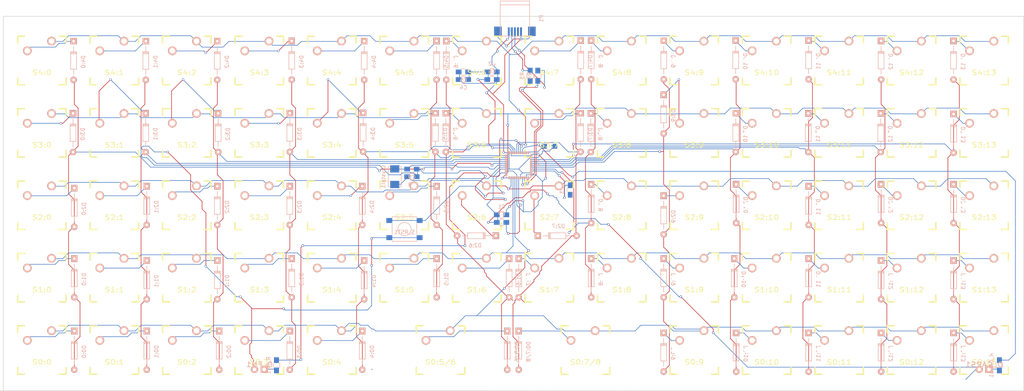
<source format=kicad_pcb>
(kicad_pcb (version 4) (host pcbnew 4.0.1-stable)
  (title_block (date 2016-02-01))
  (layers (0 F.Cu signal) (31 B.Cu signal) (34 B.Paste user) (35 F.Paste user) (36 B.SilkS user hide) (37 F.SilkS user hide) (38 B.Mask user) (39 F.Mask user) (44 Edge.Cuts user))
  (net 0 "")
  (net 1 "Net-(C1-Pad1)")
  (net 2 GND)
  (net 3 "Net-(C3-Pad1)")
  (net 4 "Net-(C7-Pad1)")
  (net 5 "Net-(C8-Pad1)")
  (net 6 "Net-(C9-Pad1)")
  (net 7 /COL0)
  (net 8 "Net-(D0:0-Pad1)")
  (net 9 /COL1)
  (net 10 "Net-(D0:1-Pad1)")
  (net 11 /COL2)
  (net 12 "Net-(D0:2-Pad1)")
  (net 13 /COL3)
  (net 14 "Net-(D0:3-Pad1)")
  (net 15 /COL4)
  (net 16 "Net-(D0:4-Pad1)")
  (net 17 /COL5)
  (net 18 /COL6)
  (net 19 /COL7)
  (net 20 /COL8)
  (net 21 /COL9)
  (net 22 "Net-(D0:9-Pad1)")
  (net 23 /COL10)
  (net 24 "Net-(D0:10-Pad1)")
  (net 25 /COL11)
  (net 26 "Net-(D0:11-Pad1)")
  (net 27 /COL12)
  (net 28 "Net-(D0:12-Pad1)")
  (net 29 /COL13)
  (net 30 "Net-(D0:13-Pad1)")
  (net 31 "Net-(D1:0-Pad1)")
  (net 32 "Net-(D1:1-Pad1)")
  (net 33 "Net-(D1:2-Pad1)")
  (net 34 "Net-(D1:3-Pad1)")
  (net 35 "Net-(D1:4-Pad1)")
  (net 36 "Net-(D1:5-Pad1)")
  (net 37 "Net-(D1:6-Pad1)")
  (net 38 "Net-(D1:7-Pad1)")
  (net 39 "Net-(D1:8-Pad1)")
  (net 40 "Net-(D1:9-Pad1)")
  (net 41 "Net-(D1:10-Pad1)")
  (net 42 "Net-(D1:11-Pad1)")
  (net 43 "Net-(D1:12-Pad1)")
  (net 44 "Net-(D1:13-Pad1)")
  (net 45 "Net-(D2:0-Pad1)")
  (net 46 "Net-(D2:1-Pad1)")
  (net 47 "Net-(D2:2-Pad1)")
  (net 48 "Net-(D2:3-Pad1)")
  (net 49 "Net-(D2:4-Pad1)")
  (net 50 "Net-(D2:5-Pad1)")
  (net 51 "Net-(D2:6-Pad1)")
  (net 52 "Net-(D2:7-Pad1)")
  (net 53 "Net-(D2:8-Pad1)")
  (net 54 "Net-(D2:9-Pad1)")
  (net 55 "Net-(D2:10-Pad1)")
  (net 56 "Net-(D2:11-Pad1)")
  (net 57 "Net-(D2:12-Pad1)")
  (net 58 "Net-(D2:13-Pad1)")
  (net 59 "Net-(D3:0-Pad1)")
  (net 60 "Net-(D3:1-Pad1)")
  (net 61 "Net-(D3:2-Pad1)")
  (net 62 "Net-(D3:3-Pad1)")
  (net 63 "Net-(D3:4-Pad1)")
  (net 64 "Net-(D3:5-Pad1)")
  (net 65 "Net-(D3:6-Pad1)")
  (net 66 "Net-(D3:7-Pad1)")
  (net 67 "Net-(D3:8-Pad1)")
  (net 68 "Net-(D3:9-Pad1)")
  (net 69 "Net-(D3:10-Pad1)")
  (net 70 "Net-(D3:11-Pad1)")
  (net 71 "Net-(D3:12-Pad1)")
  (net 72 "Net-(D3:13-Pad1)")
  (net 73 "Net-(D4:0-Pad1)")
  (net 74 "Net-(D4:1-Pad1)")
  (net 75 "Net-(D4:2-Pad1)")
  (net 76 "Net-(D4:3-Pad1)")
  (net 77 "Net-(D4:4-Pad1)")
  (net 78 "Net-(D4:5-Pad1)")
  (net 79 "Net-(D4:6-Pad1)")
  (net 80 "Net-(D4:7-Pad1)")
  (net 81 "Net-(D4:8-Pad1)")
  (net 82 "Net-(D4:9-Pad1)")
  (net 83 "Net-(D4:10-Pad1)")
  (net 84 "Net-(D4:11-Pad1)")
  (net 85 "Net-(D4:12-Pad1)")
  (net 86 "Net-(D4:13-Pad1)")
  (net 87 "Net-(D_CAPS1-Pad2)")
  (net 88 "Net-(D_FN1-Pad2)")
  (net 89 "Net-(P1-Pad2)")
  (net 90 "Net-(P1-Pad3)")
  (net 91 "Net-(R3-Pad2)")
  (net 92 "Net-(R4-Pad2)")
  (net 93 "Net-(R5-Pad2)")
  (net 94 /LED_CAPS)
  (net 95 /LED_FN)
  (net 96 /ROW0)
  (net 97 /ROW1)
  (net 98 /ROW2)
  (net 99 /ROW3)
  (net 100 /ROW4)
  (net 101 "Net-(S_RST1-Pad2)")
  (net 102 "Net-(D0:5/6-Pad1)")
  (net 103 "Net-(D0:7/8-Pad1)")
  (module footprints:CHERRY_PCB_200H (layer F.Cu) (at 164.5 98)
    (fp_text reference S0:7/8 (at 0 3.175) (layer F.SilkS) (effects (font (size 1.27 1.524) (thickness 0.2032))))
    (fp_text value SWITCH_PUSH hide)
    (pad 1 thru_hole circle (at 2.54 -5.08) (size 2.286 2.286) (drill 1.4986) (layers *.Cu *.SilkS *.Mask) (net 96 /ROW0))
    (pad 2 thru_hole circle (at -3.81 -2.54) (size 2.286 2.286) (drill 1.4986) (layers *.Cu *.SilkS *.Mask) (net 103 "Net-(D0:7/8-Pad1)"))
    (pad HOLE np_thru_hole circle (at 0 0) (size 3.9878 3.9878) (drill 3.9878) (layers *.Cu))
    (pad HOLE np_thru_hole circle (at -5.08 0) (size 1.7018 1.7018) (drill 1.7018) (layers *.Cu))
    (pad HOLE np_thru_hole circle (at 5.08 0) (size 1.7018 1.7018) (drill 1.7018) (layers *.Cu))
    (pad HOLE np_thru_hole circle (at -11.938 -6.985) (size 3.048 3.048) (drill 3.048) (layers *.Cu))
    (pad HOLE np_thru_hole circle (at 11.938 -6.985) (size 3.048 3.048) (drill 3.048) (layers *.Cu))
    (pad HOLE np_thru_hole circle (at -11.938 8.255) (size 3.9878 3.9878) (drill 3.9878) (layers *.Cu))
    (pad HOLE np_thru_hole circle (at 11.938 8.255) (size 3.9878 3.9878) (drill 3.9878) (layers *.Cu))
  )
  (module Diodes_ThroughHole:Diode_DO-35_SOD27_Horizontal_RM10 (layer B.Cu) (at 144 93 270)
    (fp_text reference D0:5/6 (at 5.43052 -2.53746 270) (layer B.SilkS) (effects (justify mirror)))
    (fp_text value DIODE)
    (pad 2 thru_hole circle (at 10.16052 0.00254 90) (size 1.69926 1.69926) (drill 0.70104) (layers *.Cu *.Mask B.SilkS) (net 18 /COL6))
    (pad 1 thru_hole rect (at 0.00052 0.00254 90) (size 1.69926 1.69926) (drill 0.70104) (layers *.Cu *.Mask B.SilkS) (net 102 "Net-(D0:5/6-Pad1)"))
  )
  (module footprints:CHERRY_PCB_100H (layer F.Cu) (at 212 60)
    (fp_text reference S2:10 (at 0 3.175) (layer F.SilkS) (effects (font (size 1.27 1.524) (thickness 0.2032))))
    (fp_text value SWITCH_PUSH hide)
    (pad 1 thru_hole circle (at 2.54 -5.08) (size 2.286 2.286) (drill 1.4986) (layers *.Cu *.SilkS *.Mask) (net 98 /ROW2))
    (pad 2 thru_hole circle (at -3.81 -2.54) (size 2.286 2.286) (drill 1.4986) (layers *.Cu *.SilkS *.Mask) (net 55 "Net-(D2:10-Pad1)"))
    (pad HOLE np_thru_hole circle (at 0 0) (size 3.9878 3.9878) (drill 3.9878) (layers *.Cu))
    (pad HOLE np_thru_hole circle (at -5.08 0) (size 1.7018 1.7018) (drill 1.7018) (layers *.Cu))
    (pad HOLE np_thru_hole circle (at 5.08 0) (size 1.7018 1.7018) (drill 1.7018) (layers *.Cu))
  )
  (module Capacitors_SMD:C_0805_HandSoldering (layer B.Cu) (at 142.5 64.5 180)
    (fp_text reference C7 (at 0 2.1 180) (layer B.SilkS) (effects (justify mirror)))
    (fp_text value 1uF)
    (pad 1 smd rect (at -1.25 0 180) (size 1.5 1.25) (layers B.Cu B.Paste B.Mask) (net 4 "Net-(C7-Pad1)"))
    (pad 2 smd rect (at 1.25 0 180) (size 1.5 1.25) (layers B.Cu B.Paste B.Mask) (net 2 GND))
  )
  (module Capacitors_SMD:C_0805_HandSoldering (layer B.Cu) (at 140 25 180)
    (fp_text reference C2 (at 0 2.1 180) (layer B.SilkS) (effects (justify mirror)))
    (fp_text value 1uF)
    (pad 1 smd rect (at -1.25 0 180) (size 1.5 1.25) (layers B.Cu B.Paste B.Mask) (net 1 "Net-(C1-Pad1)"))
    (pad 2 smd rect (at 1.25 0 180) (size 1.5 1.25) (layers B.Cu B.Paste B.Mask) (net 2 GND))
  )
  (module Capacitors_SMD:C_0805_HandSoldering (layer B.Cu) (at 160.5 56 270)
    (fp_text reference C3 (at 0 2.1 270) (layer B.SilkS) (effects (justify mirror)))
    (fp_text value 0.1uF)
    (pad 1 smd rect (at -1.25 0 270) (size 1.5 1.25) (layers B.Cu B.Paste B.Mask) (net 3 "Net-(C3-Pad1)"))
    (pad 2 smd rect (at 1.25 0 270) (size 1.5 1.25) (layers B.Cu B.Paste B.Mask))
  )
  (module Capacitors_SMD:C_0805_HandSoldering (layer B.Cu) (at 142.5 62.5 180)
    (fp_text reference C1 (at 0 2.1 180) (layer B.SilkS) (effects (justify mirror)))
    (fp_text value 1uF)
    (pad 1 smd rect (at -1.25 0 180) (size 1.5 1.25) (layers B.Cu B.Paste B.Mask) (net 1 "Net-(C1-Pad1)"))
    (pad 2 smd rect (at 1.25 0 180) (size 1.5 1.25) (layers B.Cu B.Paste B.Mask) (net 2 GND))
  )
  (module Capacitors_SMD:C_0805_HandSoldering (layer B.Cu) (at 140 27 180)
    (fp_text reference C6 (at 0 2.1 180) (layer B.SilkS) (effects (justify mirror)))
    (fp_text value 0.1uF)
    (pad 1 smd rect (at -1.25 0 180) (size 1.5 1.25) (layers B.Cu B.Paste B.Mask) (net 1 "Net-(C1-Pad1)"))
    (pad 2 smd rect (at 1.25 0 180) (size 1.5 1.25) (layers B.Cu B.Paste B.Mask) (net 2 GND))
  )
  (module Capacitors_SMD:C_0805_HandSoldering (layer B.Cu) (at 119 52.5)
    (fp_text reference C8 (at 0 2.1) (layer B.SilkS) (effects (justify mirror)))
    (fp_text value 10pF)
    (pad 1 smd rect (at -1.25 0) (size 1.5 1.25) (layers B.Cu B.Paste B.Mask) (net 5 "Net-(C8-Pad1)"))
    (pad 2 smd rect (at 1.25 0) (size 1.5 1.25) (layers B.Cu B.Paste B.Mask) (net 2 GND))
  )
  (module Capacitors_SMD:C_0805_HandSoldering (layer B.Cu) (at 119 50.5)
    (fp_text reference C9 (at 0 2.1) (layer B.SilkS) (effects (justify mirror)))
    (fp_text value 10pF)
    (pad 1 smd rect (at -1.25 0) (size 1.5 1.25) (layers B.Cu B.Paste B.Mask) (net 6 "Net-(C9-Pad1)"))
    (pad 2 smd rect (at 1.25 0) (size 1.5 1.25) (layers B.Cu B.Paste B.Mask) (net 2 GND))
  )
  (module Resistors_SMD:R_0805_HandSoldering (layer B.Cu) (at 155 44.5 180)
    (fp_text reference R5 (at 0 2.1 180) (layer B.SilkS) (effects (justify mirror)))
    (fp_text value 1k)
    (pad 1 smd rect (at -1.35 0 180) (size 1.5 1.3) (layers B.Cu B.Paste B.Mask) (net 2 GND))
    (pad 2 smd rect (at 1.35 0 180) (size 1.5 1.3) (layers B.Cu B.Paste B.Mask) (net 93 "Net-(R5-Pad2)"))
  )
  (module Resistors_SMD:R_0805_HandSoldering (layer B.Cu) (at 83.5 102 270)
    (fp_text reference R_FN1 (at 0 2.1 270) (layer B.SilkS) (effects (justify mirror)))
    (fp_text value RESISTOR)
    (pad 1 smd rect (at -1.35 0 270) (size 1.5 1.3) (layers B.Cu B.Paste B.Mask) (net 95 /LED_FN))
    (pad 2 smd rect (at 1.35 0 270) (size 1.5 1.3) (layers B.Cu B.Paste B.Mask) (net 88 "Net-(D_FN1-Pad2)"))
  )
  (module Resistors_SMD:R_0805_HandSoldering (layer B.Cu) (at 273 102 270)
    (fp_text reference R_CAPS1 (at 0 2.1 270) (layer B.SilkS) (effects (justify mirror)))
    (fp_text value RESISTOR)
    (pad 1 smd rect (at -1.35 0 270) (size 1.5 1.3) (layers B.Cu B.Paste B.Mask) (net 94 /LED_CAPS))
    (pad 2 smd rect (at 1.35 0 270) (size 1.5 1.3) (layers B.Cu B.Paste B.Mask) (net 87 "Net-(D_CAPS1-Pad2)"))
  )
  (module Diodes_ThroughHole:Diode_DO-35_SOD27_Horizontal_RM10 (layer B.Cu) (at 166 74 270)
    (fp_text reference D1:8 (at 5.43052 -2.53746 270) (layer B.SilkS) (effects (justify mirror)))
    (fp_text value DIODE)
    (pad 2 thru_hole circle (at 10.16052 0.00254 90) (size 1.69926 1.69926) (drill 0.70104) (layers *.Cu *.Mask B.SilkS) (net 20 /COL8))
    (pad 1 thru_hole rect (at 0.00052 0.00254 90) (size 1.69926 1.69926) (drill 0.70104) (layers *.Cu *.Mask B.SilkS) (net 39 "Net-(D1:8-Pad1)"))
  )
  (module Diodes_ThroughHole:Diode_DO-35_SOD27_Horizontal_RM10 (layer B.Cu) (at 147 74 270)
    (fp_text reference D1:7 (at 5.43052 -2.53746 270) (layer B.SilkS) (effects (justify mirror)))
    (fp_text value DIODE)
    (pad 2 thru_hole circle (at 10.16052 0.00254 90) (size 1.69926 1.69926) (drill 0.70104) (layers *.Cu *.Mask B.SilkS) (net 19 /COL7))
    (pad 1 thru_hole rect (at 0.00052 0.00254 90) (size 1.69926 1.69926) (drill 0.70104) (layers *.Cu *.Mask B.SilkS) (net 38 "Net-(D1:7-Pad1)"))
  )
  (module Diodes_ThroughHole:Diode_DO-35_SOD27_Horizontal_RM10 (layer B.Cu) (at 144.5 74 270)
    (fp_text reference D1:6 (at 5.43052 -2.53746 270) (layer B.SilkS) (effects (justify mirror)))
    (fp_text value DIODE)
    (pad 2 thru_hole circle (at 10.16052 0.00254 90) (size 1.69926 1.69926) (drill 0.70104) (layers *.Cu *.Mask B.SilkS) (net 18 /COL6))
    (pad 1 thru_hole rect (at 0.00052 0.00254 90) (size 1.69926 1.69926) (drill 0.70104) (layers *.Cu *.Mask B.SilkS) (net 37 "Net-(D1:6-Pad1)"))
  )
  (module Diodes_ThroughHole:Diode_DO-35_SOD27_Horizontal_RM10 (layer B.Cu) (at 125.5 74 270)
    (fp_text reference D1:5 (at 5.43052 -2.53746 270) (layer B.SilkS) (effects (justify mirror)))
    (fp_text value DIODE)
    (pad 2 thru_hole circle (at 10.16052 0.00254 90) (size 1.69926 1.69926) (drill 0.70104) (layers *.Cu *.Mask B.SilkS) (net 17 /COL5))
    (pad 1 thru_hole rect (at 0.00052 0.00254 90) (size 1.69926 1.69926) (drill 0.70104) (layers *.Cu *.Mask B.SilkS) (net 36 "Net-(D1:5-Pad1)"))
  )
  (module Diodes_ThroughHole:Diode_DO-35_SOD27_Horizontal_RM10 (layer B.Cu) (at 106.5 74.5 270)
    (fp_text reference D1:4 (at 5.43052 -2.53746 270) (layer B.SilkS) (effects (justify mirror)))
    (fp_text value DIODE)
    (pad 2 thru_hole circle (at 10.16052 0.00254 90) (size 1.69926 1.69926) (drill 0.70104) (layers *.Cu *.Mask B.SilkS) (net 15 /COL4))
    (pad 1 thru_hole rect (at 0.00052 0.00254 90) (size 1.69926 1.69926) (drill 0.70104) (layers *.Cu *.Mask B.SilkS) (net 35 "Net-(D1:4-Pad1)"))
  )
  (module Diodes_ThroughHole:Diode_DO-35_SOD27_Horizontal_RM10 (layer B.Cu) (at 87.5 74 270)
    (fp_text reference D1:3 (at 5.43052 -2.53746 270) (layer B.SilkS) (effects (justify mirror)))
    (fp_text value DIODE)
    (pad 2 thru_hole circle (at 10.16052 0.00254 90) (size 1.69926 1.69926) (drill 0.70104) (layers *.Cu *.Mask B.SilkS) (net 13 /COL3))
    (pad 1 thru_hole rect (at 0.00052 0.00254 90) (size 1.69926 1.69926) (drill 0.70104) (layers *.Cu *.Mask B.SilkS) (net 34 "Net-(D1:3-Pad1)"))
  )
  (module Diodes_ThroughHole:Diode_DO-35_SOD27_Horizontal_RM10 (layer B.Cu) (at 68 74.5 270)
    (fp_text reference D1:2 (at 5.43052 -2.53746 270) (layer B.SilkS) (effects (justify mirror)))
    (fp_text value DIODE)
    (pad 2 thru_hole circle (at 10.16052 0.00254 90) (size 1.69926 1.69926) (drill 0.70104) (layers *.Cu *.Mask B.SilkS) (net 11 /COL2))
    (pad 1 thru_hole rect (at 0.00052 0.00254 90) (size 1.69926 1.69926) (drill 0.70104) (layers *.Cu *.Mask B.SilkS) (net 33 "Net-(D1:2-Pad1)"))
  )
  (module Diodes_ThroughHole:Diode_DO-35_SOD27_Horizontal_RM10 (layer B.Cu) (at 49.5 74.5 270)
    (fp_text reference D1:1 (at 5.43052 -2.53746 270) (layer B.SilkS) (effects (justify mirror)))
    (fp_text value DIODE)
    (pad 2 thru_hole circle (at 10.16052 0.00254 90) (size 1.69926 1.69926) (drill 0.70104) (layers *.Cu *.Mask B.SilkS) (net 9 /COL1))
    (pad 1 thru_hole rect (at 0.00052 0.00254 90) (size 1.69926 1.69926) (drill 0.70104) (layers *.Cu *.Mask B.SilkS) (net 32 "Net-(D1:1-Pad1)"))
  )
  (module Diodes_ThroughHole:Diode_DO-35_SOD27_Horizontal_RM10 (layer B.Cu) (at 30.5 74 270)
    (fp_text reference D1:0 (at 5.43052 -2.53746 270) (layer B.SilkS) (effects (justify mirror)))
    (fp_text value DIODE)
    (pad 2 thru_hole circle (at 10.16052 0.00254 90) (size 1.69926 1.69926) (drill 0.70104) (layers *.Cu *.Mask B.SilkS) (net 7 /COL0))
    (pad 1 thru_hole rect (at 0.00052 0.00254 90) (size 1.69926 1.69926) (drill 0.70104) (layers *.Cu *.Mask B.SilkS) (net 31 "Net-(D1:0-Pad1)"))
  )
  (module Diodes_ThroughHole:Diode_DO-35_SOD27_Horizontal_RM10 (layer B.Cu) (at 30.5 93 270)
    (fp_text reference D0:0 (at 5.43052 -2.53746 270) (layer B.SilkS) (effects (justify mirror)))
    (fp_text value DIODE)
    (pad 2 thru_hole circle (at 10.16052 0.00254 90) (size 1.69926 1.69926) (drill 0.70104) (layers *.Cu *.Mask B.SilkS) (net 7 /COL0))
    (pad 1 thru_hole rect (at 0.00052 0.00254 90) (size 1.69926 1.69926) (drill 0.70104) (layers *.Cu *.Mask B.SilkS) (net 8 "Net-(D0:0-Pad1)"))
  )
  (module Diodes_ThroughHole:Diode_DO-35_SOD27_Horizontal_RM10 (layer B.Cu) (at 49.5 93 270)
    (fp_text reference D0:1 (at 5.43052 -2.53746 270) (layer B.SilkS) (effects (justify mirror)))
    (fp_text value DIODE)
    (pad 2 thru_hole circle (at 10.16052 0.00254 90) (size 1.69926 1.69926) (drill 0.70104) (layers *.Cu *.Mask B.SilkS) (net 9 /COL1))
    (pad 1 thru_hole rect (at 0.00052 0.00254 90) (size 1.69926 1.69926) (drill 0.70104) (layers *.Cu *.Mask B.SilkS) (net 10 "Net-(D0:1-Pad1)"))
  )
  (module Diodes_ThroughHole:Diode_DO-35_SOD27_Horizontal_RM10 (layer B.Cu) (at 68.5 93 270)
    (fp_text reference D0:2 (at 5.43052 -2.53746 270) (layer B.SilkS) (effects (justify mirror)))
    (fp_text value DIODE)
    (pad 2 thru_hole circle (at 10.16052 0.00254 90) (size 1.69926 1.69926) (drill 0.70104) (layers *.Cu *.Mask B.SilkS) (net 11 /COL2))
    (pad 1 thru_hole rect (at 0.00052 0.00254 90) (size 1.69926 1.69926) (drill 0.70104) (layers *.Cu *.Mask B.SilkS) (net 12 "Net-(D0:2-Pad1)"))
  )
  (module Diodes_ThroughHole:Diode_DO-35_SOD27_Horizontal_RM10 (layer B.Cu) (at 87 93 270)
    (fp_text reference D0:3 (at 5.43052 -2.53746 270) (layer B.SilkS) (effects (justify mirror)))
    (fp_text value DIODE)
    (pad 2 thru_hole circle (at 10.16052 0.00254 90) (size 1.69926 1.69926) (drill 0.70104) (layers *.Cu *.Mask B.SilkS) (net 13 /COL3))
    (pad 1 thru_hole rect (at 0.00052 0.00254 90) (size 1.69926 1.69926) (drill 0.70104) (layers *.Cu *.Mask B.SilkS) (net 14 "Net-(D0:3-Pad1)"))
  )
  (module Diodes_ThroughHole:Diode_DO-35_SOD27_Horizontal_RM10 (layer B.Cu) (at 106 93 270)
    (fp_text reference D0:4 (at 5.43052 -2.53746 270) (layer B.SilkS) (effects (justify mirror)))
    (fp_text value DIODE)
    (pad 2 thru_hole circle (at 10.16052 0.00254 90) (size 1.69926 1.69926) (drill 0.70104) (layers *.Cu *.Mask B.SilkS) (net 15 /COL4))
    (pad 1 thru_hole rect (at 0.00052 0.00254 90) (size 1.69926 1.69926) (drill 0.70104) (layers *.Cu *.Mask B.SilkS) (net 16 "Net-(D0:4-Pad1)"))
  )
  (module Diodes_ThroughHole:Diode_DO-35_SOD27_Horizontal_RM10 (layer B.Cu) (at 147 93 270)
    (fp_text reference D0:7/8 (at 5.43052 -2.53746 270) (layer B.SilkS) (effects (justify mirror)))
    (fp_text value DIODE)
    (pad 2 thru_hole circle (at 10.16052 0.00254 90) (size 1.69926 1.69926) (drill 0.70104) (layers *.Cu *.Mask B.SilkS) (net 19 /COL7))
    (pad 1 thru_hole rect (at 0.00052 0.00254 90) (size 1.69926 1.69926) (drill 0.70104) (layers *.Cu *.Mask B.SilkS) (net 103 "Net-(D0:7/8-Pad1)"))
  )
  (module Diodes_ThroughHole:Diode_DO-35_SOD27_Horizontal_RM10 (layer B.Cu) (at 185 93.5 270)
    (fp_text reference D0:9 (at 5.43052 -2.53746 270) (layer B.SilkS) (effects (justify mirror)))
    (fp_text value DIODE)
    (pad 2 thru_hole circle (at 10.16052 0.00254 90) (size 1.69926 1.69926) (drill 0.70104) (layers *.Cu *.Mask B.SilkS) (net 21 /COL9))
    (pad 1 thru_hole rect (at 0.00052 0.00254 90) (size 1.69926 1.69926) (drill 0.70104) (layers *.Cu *.Mask B.SilkS) (net 22 "Net-(D0:9-Pad1)"))
  )
  (module Diodes_ThroughHole:Diode_DO-35_SOD27_Horizontal_RM10 (layer B.Cu) (at 185 74 270)
    (fp_text reference D1:9 (at 5.43052 -2.53746 270) (layer B.SilkS) (effects (justify mirror)))
    (fp_text value DIODE)
    (pad 2 thru_hole circle (at 10.16052 0.00254 90) (size 1.69926 1.69926) (drill 0.70104) (layers *.Cu *.Mask B.SilkS) (net 21 /COL9))
    (pad 1 thru_hole rect (at 0.00052 0.00254 90) (size 1.69926 1.69926) (drill 0.70104) (layers *.Cu *.Mask B.SilkS) (net 40 "Net-(D1:9-Pad1)"))
  )
  (module Diodes_ThroughHole:Diode_DO-35_SOD27_Horizontal_RM10 (layer B.Cu) (at 223 74 270)
    (fp_text reference D1:11 (at 5.43052 -2.53746 270) (layer B.SilkS) (effects (justify mirror)))
    (fp_text value DIODE)
    (pad 2 thru_hole circle (at 10.16052 0.00254 90) (size 1.69926 1.69926) (drill 0.70104) (layers *.Cu *.Mask B.SilkS) (net 25 /COL11))
    (pad 1 thru_hole rect (at 0.00052 0.00254 90) (size 1.69926 1.69926) (drill 0.70104) (layers *.Cu *.Mask B.SilkS) (net 42 "Net-(D1:11-Pad1)"))
  )
  (module Diodes_ThroughHole:Diode_DO-35_SOD27_Horizontal_RM10 (layer B.Cu) (at 203.5 74 270)
    (fp_text reference D1:10 (at 5.43052 -2.53746 270) (layer B.SilkS) (effects (justify mirror)))
    (fp_text value DIODE)
    (pad 2 thru_hole circle (at 10.16052 0.00254 90) (size 1.69926 1.69926) (drill 0.70104) (layers *.Cu *.Mask B.SilkS) (net 23 /COL10))
    (pad 1 thru_hole rect (at 0.00052 0.00254 90) (size 1.69926 1.69926) (drill 0.70104) (layers *.Cu *.Mask B.SilkS) (net 41 "Net-(D1:10-Pad1)"))
  )
  (module Diodes_ThroughHole:Diode_DO-35_SOD27_Horizontal_RM10 (layer B.Cu) (at 204 93.5 270)
    (fp_text reference D0:10 (at 5.43052 -2.53746 270) (layer B.SilkS) (effects (justify mirror)))
    (fp_text value DIODE)
    (pad 2 thru_hole circle (at 10.16052 0.00254 90) (size 1.69926 1.69926) (drill 0.70104) (layers *.Cu *.Mask B.SilkS) (net 23 /COL10))
    (pad 1 thru_hole rect (at 0.00052 0.00254 90) (size 1.69926 1.69926) (drill 0.70104) (layers *.Cu *.Mask B.SilkS) (net 24 "Net-(D0:10-Pad1)"))
  )
  (module Diodes_ThroughHole:Diode_DO-35_SOD27_Horizontal_RM10 (layer B.Cu) (at 223 93.5 270)
    (fp_text reference D0:11 (at 5.43052 -2.53746 270) (layer B.SilkS) (effects (justify mirror)))
    (fp_text value DIODE)
    (pad 2 thru_hole circle (at 10.16052 0.00254 90) (size 1.69926 1.69926) (drill 0.70104) (layers *.Cu *.Mask B.SilkS) (net 25 /COL11))
    (pad 1 thru_hole rect (at 0.00052 0.00254 90) (size 1.69926 1.69926) (drill 0.70104) (layers *.Cu *.Mask B.SilkS) (net 26 "Net-(D0:11-Pad1)"))
  )
  (module Diodes_ThroughHole:Diode_DO-35_SOD27_Horizontal_RM10 (layer B.Cu) (at 261 93.5 270)
    (fp_text reference D0:13 (at 5.43052 -2.53746 270) (layer B.SilkS) (effects (justify mirror)))
    (fp_text value DIODE)
    (pad 2 thru_hole circle (at 10.16052 0.00254 90) (size 1.69926 1.69926) (drill 0.70104) (layers *.Cu *.Mask B.SilkS) (net 29 /COL13))
    (pad 1 thru_hole rect (at 0.00052 0.00254 90) (size 1.69926 1.69926) (drill 0.70104) (layers *.Cu *.Mask B.SilkS) (net 30 "Net-(D0:13-Pad1)"))
  )
  (module Diodes_ThroughHole:Diode_DO-35_SOD27_Horizontal_RM10 (layer B.Cu) (at 242 93.5 270)
    (fp_text reference D0:12 (at 5.43052 -2.53746 270) (layer B.SilkS) (effects (justify mirror)))
    (fp_text value DIODE)
    (pad 2 thru_hole circle (at 10.16052 0.00254 90) (size 1.69926 1.69926) (drill 0.70104) (layers *.Cu *.Mask B.SilkS) (net 27 /COL12))
    (pad 1 thru_hole rect (at 0.00052 0.00254 90) (size 1.69926 1.69926) (drill 0.70104) (layers *.Cu *.Mask B.SilkS) (net 28 "Net-(D0:12-Pad1)"))
  )
  (module Diodes_ThroughHole:Diode_DO-35_SOD27_Horizontal_RM10 (layer B.Cu) (at 242 74.5 270)
    (fp_text reference D1:12 (at 5.43052 -2.53746 270) (layer B.SilkS) (effects (justify mirror)))
    (fp_text value DIODE)
    (pad 2 thru_hole circle (at 10.16052 0.00254 90) (size 1.69926 1.69926) (drill 0.70104) (layers *.Cu *.Mask B.SilkS) (net 27 /COL12))
    (pad 1 thru_hole rect (at 0.00052 0.00254 90) (size 1.69926 1.69926) (drill 0.70104) (layers *.Cu *.Mask B.SilkS) (net 43 "Net-(D1:12-Pad1)"))
  )
  (module Diodes_ThroughHole:Diode_DO-35_SOD27_Horizontal_RM10 (layer B.Cu) (at 261 74.5 270)
    (fp_text reference D1:13 (at 5.43052 -2.53746 270) (layer B.SilkS) (effects (justify mirror)))
    (fp_text value DIODE)
    (pad 2 thru_hole circle (at 10.16052 0.00254 90) (size 1.69926 1.69926) (drill 0.70104) (layers *.Cu *.Mask B.SilkS) (net 29 /COL13))
    (pad 1 thru_hole rect (at 0.00052 0.00254 90) (size 1.69926 1.69926) (drill 0.70104) (layers *.Cu *.Mask B.SilkS) (net 44 "Net-(D1:13-Pad1)"))
  )
  (module Diodes_ThroughHole:Diode_DO-35_SOD27_Horizontal_RM10 (layer B.Cu) (at 261 54.5 270)
    (fp_text reference D2:13 (at 5.43052 -2.53746 270) (layer B.SilkS) (effects (justify mirror)))
    (fp_text value DIODE)
    (pad 2 thru_hole circle (at 10.16052 0.00254 90) (size 1.69926 1.69926) (drill 0.70104) (layers *.Cu *.Mask B.SilkS) (net 29 /COL13))
    (pad 1 thru_hole rect (at 0.00052 0.00254 90) (size 1.69926 1.69926) (drill 0.70104) (layers *.Cu *.Mask B.SilkS) (net 58 "Net-(D2:13-Pad1)"))
  )
  (module Diodes_ThroughHole:Diode_DO-35_SOD27_Horizontal_RM10 (layer B.Cu) (at 242 54.5 270)
    (fp_text reference D2:12 (at 5.43052 -2.53746 270) (layer B.SilkS) (effects (justify mirror)))
    (fp_text value DIODE)
    (pad 2 thru_hole circle (at 10.16052 0.00254 90) (size 1.69926 1.69926) (drill 0.70104) (layers *.Cu *.Mask B.SilkS) (net 27 /COL12))
    (pad 1 thru_hole rect (at 0.00052 0.00254 90) (size 1.69926 1.69926) (drill 0.70104) (layers *.Cu *.Mask B.SilkS) (net 57 "Net-(D2:12-Pad1)"))
  )
  (module Diodes_ThroughHole:Diode_DO-35_SOD27_Horizontal_RM10 (layer B.Cu) (at 223 55 270)
    (fp_text reference D2:11 (at 5.43052 -2.53746 270) (layer B.SilkS) (effects (justify mirror)))
    (fp_text value DIODE)
    (pad 2 thru_hole circle (at 10.16052 0.00254 90) (size 1.69926 1.69926) (drill 0.70104) (layers *.Cu *.Mask B.SilkS) (net 25 /COL11))
    (pad 1 thru_hole rect (at 0.00052 0.00254 90) (size 1.69926 1.69926) (drill 0.70104) (layers *.Cu *.Mask B.SilkS) (net 56 "Net-(D2:11-Pad1)"))
  )
  (module Diodes_ThroughHole:Diode_DO-35_SOD27_Horizontal_RM10 (layer B.Cu) (at 204 54.5 270)
    (fp_text reference D2:10 (at 5.43052 -2.53746 270) (layer B.SilkS) (effects (justify mirror)))
    (fp_text value DIODE)
    (pad 2 thru_hole circle (at 10.16052 0.00254 90) (size 1.69926 1.69926) (drill 0.70104) (layers *.Cu *.Mask B.SilkS) (net 23 /COL10))
    (pad 1 thru_hole rect (at 0.00052 0.00254 90) (size 1.69926 1.69926) (drill 0.70104) (layers *.Cu *.Mask B.SilkS) (net 55 "Net-(D2:10-Pad1)"))
  )
  (module Diodes_ThroughHole:Diode_DO-35_SOD27_Horizontal_RM10 (layer B.Cu) (at 185 57.5 270)
    (fp_text reference D2:9 (at 5.43052 -2.53746 270) (layer B.SilkS) (effects (justify mirror)))
    (fp_text value DIODE)
    (pad 2 thru_hole circle (at 10.16052 0.00254 90) (size 1.69926 1.69926) (drill 0.70104) (layers *.Cu *.Mask B.SilkS) (net 21 /COL9))
    (pad 1 thru_hole rect (at 0.00052 0.00254 90) (size 1.69926 1.69926) (drill 0.70104) (layers *.Cu *.Mask B.SilkS) (net 54 "Net-(D2:9-Pad1)"))
  )
  (module Diodes_ThroughHole:Diode_DO-35_SOD27_Horizontal_RM10 (layer B.Cu) (at 166 54.5 270)
    (fp_text reference D2:8 (at 5.43052 -2.53746 270) (layer B.SilkS) (effects (justify mirror)))
    (fp_text value DIODE)
    (pad 2 thru_hole circle (at 10.16052 0.00254 90) (size 1.69926 1.69926) (drill 0.70104) (layers *.Cu *.Mask B.SilkS) (net 20 /COL8))
    (pad 1 thru_hole rect (at 0.00052 0.00254 90) (size 1.69926 1.69926) (drill 0.70104) (layers *.Cu *.Mask B.SilkS) (net 53 "Net-(D2:8-Pad1)"))
  )
  (module Diodes_ThroughHole:Diode_DO-35_SOD27_Horizontal_RM10 (layer B.Cu) (at 152 68)
    (fp_text reference D2:7 (at 5.43052 -2.53746) (layer B.SilkS) (effects (justify mirror)))
    (fp_text value DIODE)
    (pad 2 thru_hole circle (at 10.16052 0.00254 180) (size 1.69926 1.69926) (drill 0.70104) (layers *.Cu *.Mask B.SilkS) (net 19 /COL7))
    (pad 1 thru_hole rect (at 0.00052 0.00254 180) (size 1.69926 1.69926) (drill 0.70104) (layers *.Cu *.Mask B.SilkS) (net 52 "Net-(D2:7-Pad1)"))
  )
  (module Diodes_ThroughHole:Diode_DO-35_SOD27_Horizontal_RM10 (layer B.Cu) (at 141 68 180)
    (fp_text reference D2:6 (at 5.43052 -2.53746 180) (layer B.SilkS) (effects (justify mirror)))
    (fp_text value DIODE)
    (pad 2 thru_hole circle (at 10.16052 0.00254) (size 1.69926 1.69926) (drill 0.70104) (layers *.Cu *.Mask B.SilkS) (net 18 /COL6))
    (pad 1 thru_hole rect (at 0.00052 0.00254) (size 1.69926 1.69926) (drill 0.70104) (layers *.Cu *.Mask B.SilkS) (net 51 "Net-(D2:6-Pad1)"))
  )
  (module Diodes_ThroughHole:Diode_DO-35_SOD27_Horizontal_RM10 (layer B.Cu) (at 125.5 55 270)
    (fp_text reference D2:5 (at 5.43052 -2.53746 270) (layer B.SilkS) (effects (justify mirror)))
    (fp_text value DIODE)
    (pad 2 thru_hole circle (at 10.16052 0.00254 90) (size 1.69926 1.69926) (drill 0.70104) (layers *.Cu *.Mask B.SilkS) (net 17 /COL5))
    (pad 1 thru_hole rect (at 0.00052 0.00254 90) (size 1.69926 1.69926) (drill 0.70104) (layers *.Cu *.Mask B.SilkS) (net 50 "Net-(D2:5-Pad1)"))
  )
  (module Diodes_ThroughHole:Diode_DO-35_SOD27_Horizontal_RM10 (layer B.Cu) (at 106 55 270)
    (fp_text reference D2:4 (at 5.43052 -2.53746 270) (layer B.SilkS) (effects (justify mirror)))
    (fp_text value DIODE)
    (pad 2 thru_hole circle (at 10.16052 0.00254 90) (size 1.69926 1.69926) (drill 0.70104) (layers *.Cu *.Mask B.SilkS) (net 15 /COL4))
    (pad 1 thru_hole rect (at 0.00052 0.00254 90) (size 1.69926 1.69926) (drill 0.70104) (layers *.Cu *.Mask B.SilkS) (net 49 "Net-(D2:4-Pad1)"))
  )
  (module Diodes_ThroughHole:Diode_DO-35_SOD27_Horizontal_RM10 (layer B.Cu) (at 87 55 270)
    (fp_text reference D2:3 (at 5.43052 -2.53746 270) (layer B.SilkS) (effects (justify mirror)))
    (fp_text value DIODE)
    (pad 2 thru_hole circle (at 10.16052 0.00254 90) (size 1.69926 1.69926) (drill 0.70104) (layers *.Cu *.Mask B.SilkS) (net 13 /COL3))
    (pad 1 thru_hole rect (at 0.00052 0.00254 90) (size 1.69926 1.69926) (drill 0.70104) (layers *.Cu *.Mask B.SilkS) (net 48 "Net-(D2:3-Pad1)"))
  )
  (module Diodes_ThroughHole:Diode_DO-35_SOD27_Horizontal_RM10 (layer B.Cu) (at 68 55 270)
    (fp_text reference D2:2 (at 5.43052 -2.53746 270) (layer B.SilkS) (effects (justify mirror)))
    (fp_text value DIODE)
    (pad 2 thru_hole circle (at 10.16052 0.00254 90) (size 1.69926 1.69926) (drill 0.70104) (layers *.Cu *.Mask B.SilkS) (net 11 /COL2))
    (pad 1 thru_hole rect (at 0.00052 0.00254 90) (size 1.69926 1.69926) (drill 0.70104) (layers *.Cu *.Mask B.SilkS) (net 47 "Net-(D2:2-Pad1)"))
  )
  (module Diodes_ThroughHole:Diode_DO-35_SOD27_Horizontal_RM10 (layer B.Cu) (at 49.5 55 270)
    (fp_text reference D2:1 (at 5.43052 -2.53746 270) (layer B.SilkS) (effects (justify mirror)))
    (fp_text value DIODE)
    (pad 2 thru_hole circle (at 10.16052 0.00254 90) (size 1.69926 1.69926) (drill 0.70104) (layers *.Cu *.Mask B.SilkS) (net 9 /COL1))
    (pad 1 thru_hole rect (at 0.00052 0.00254 90) (size 1.69926 1.69926) (drill 0.70104) (layers *.Cu *.Mask B.SilkS) (net 46 "Net-(D2:1-Pad1)"))
  )
  (module Diodes_ThroughHole:Diode_DO-35_SOD27_Horizontal_RM10 (layer B.Cu) (at 30.5 55.5 270)
    (fp_text reference D2:0 (at 5.43052 -2.53746 270) (layer B.SilkS) (effects (justify mirror)))
    (fp_text value DIODE)
    (pad 2 thru_hole circle (at 10.16052 0.00254 90) (size 1.69926 1.69926) (drill 0.70104) (layers *.Cu *.Mask B.SilkS) (net 7 /COL0))
    (pad 1 thru_hole rect (at 0.00052 0.00254 90) (size 1.69926 1.69926) (drill 0.70104) (layers *.Cu *.Mask B.SilkS) (net 45 "Net-(D2:0-Pad1)"))
  )
  (module Diodes_ThroughHole:Diode_DO-35_SOD27_Horizontal_RM10 (layer B.Cu) (at 30.175 35.875 270)
    (fp_text reference D3:0 (at 5.43052 -2.53746 270) (layer B.SilkS) (effects (justify mirror)))
    (fp_text value DIODE)
    (pad 2 thru_hole circle (at 10.16052 0.00254 90) (size 1.69926 1.69926) (drill 0.70104) (layers *.Cu *.Mask B.SilkS) (net 7 /COL0))
    (pad 1 thru_hole rect (at 0.00052 0.00254 90) (size 1.69926 1.69926) (drill 0.70104) (layers *.Cu *.Mask B.SilkS) (net 59 "Net-(D3:0-Pad1)"))
  )
  (module Diodes_ThroughHole:Diode_DO-35_SOD27_Horizontal_RM10 (layer B.Cu) (at 49.225 35.875 270)
    (fp_text reference D3:1 (at 5.43052 -2.53746 270) (layer B.SilkS) (effects (justify mirror)))
    (fp_text value DIODE)
    (pad 2 thru_hole circle (at 10.16052 0.00254 90) (size 1.69926 1.69926) (drill 0.70104) (layers *.Cu *.Mask B.SilkS) (net 9 /COL1))
    (pad 1 thru_hole rect (at 0.00052 0.00254 90) (size 1.69926 1.69926) (drill 0.70104) (layers *.Cu *.Mask B.SilkS) (net 60 "Net-(D3:1-Pad1)"))
  )
  (module Diodes_ThroughHole:Diode_DO-35_SOD27_Horizontal_RM10 (layer B.Cu) (at 68.225 35.875 270)
    (fp_text reference D3:2 (at 5.43052 -2.53746 270) (layer B.SilkS) (effects (justify mirror)))
    (fp_text value DIODE)
    (pad 2 thru_hole circle (at 10.16052 0.00254 90) (size 1.69926 1.69926) (drill 0.70104) (layers *.Cu *.Mask B.SilkS) (net 11 /COL2))
    (pad 1 thru_hole rect (at 0.00052 0.00254 90) (size 1.69926 1.69926) (drill 0.70104) (layers *.Cu *.Mask B.SilkS) (net 61 "Net-(D3:2-Pad1)"))
  )
  (module Diodes_ThroughHole:Diode_DO-35_SOD27_Horizontal_RM10 (layer B.Cu) (at 87 35.825 270)
    (fp_text reference D3:3 (at 5.43052 -2.53746 270) (layer B.SilkS) (effects (justify mirror)))
    (fp_text value DIODE)
    (pad 2 thru_hole circle (at 10.16052 0.00254 90) (size 1.69926 1.69926) (drill 0.70104) (layers *.Cu *.Mask B.SilkS) (net 13 /COL3))
    (pad 1 thru_hole rect (at 0.00052 0.00254 90) (size 1.69926 1.69926) (drill 0.70104) (layers *.Cu *.Mask B.SilkS) (net 62 "Net-(D3:3-Pad1)"))
  )
  (module Diodes_ThroughHole:Diode_DO-35_SOD27_Horizontal_RM10 (layer B.Cu) (at 106.225 35.775 270)
    (fp_text reference D3:4 (at 5.43052 -2.53746 270) (layer B.SilkS) (effects (justify mirror)))
    (fp_text value DIODE)
    (pad 2 thru_hole circle (at 10.16052 0.00254 90) (size 1.69926 1.69926) (drill 0.70104) (layers *.Cu *.Mask B.SilkS) (net 15 /COL4))
    (pad 1 thru_hole rect (at 0.00052 0.00254 90) (size 1.69926 1.69926) (drill 0.70104) (layers *.Cu *.Mask B.SilkS) (net 63 "Net-(D3:4-Pad1)"))
  )
  (module Diodes_ThroughHole:Diode_DO-35_SOD27_Horizontal_RM10 (layer B.Cu) (at 125.175 35.825 270)
    (fp_text reference D3:5 (at 5.43052 -2.53746 270) (layer B.SilkS) (effects (justify mirror)))
    (fp_text value DIODE)
    (pad 2 thru_hole circle (at 10.16052 0.00254 90) (size 1.69926 1.69926) (drill 0.70104) (layers *.Cu *.Mask B.SilkS) (net 17 /COL5))
    (pad 1 thru_hole rect (at 0.00052 0.00254 90) (size 1.69926 1.69926) (drill 0.70104) (layers *.Cu *.Mask B.SilkS) (net 64 "Net-(D3:5-Pad1)"))
  )
  (module Diodes_ThroughHole:Diode_DO-35_SOD27_Horizontal_RM10 (layer B.Cu) (at 127.9 35.825 270)
    (fp_text reference D3:6 (at 5.43052 -2.53746 270) (layer B.SilkS) (effects (justify mirror)))
    (fp_text value DIODE)
    (pad 2 thru_hole circle (at 10.16052 0.00254 90) (size 1.69926 1.69926) (drill 0.70104) (layers *.Cu *.Mask B.SilkS) (net 18 /COL6))
    (pad 1 thru_hole rect (at 0.00052 0.00254 90) (size 1.69926 1.69926) (drill 0.70104) (layers *.Cu *.Mask B.SilkS) (net 65 "Net-(D3:6-Pad1)"))
  )
  (module Diodes_ThroughHole:Diode_DO-35_SOD27_Horizontal_RM10 (layer B.Cu) (at 163.225 35.825 270)
    (fp_text reference D3:7 (at 5.43052 -2.53746 270) (layer B.SilkS) (effects (justify mirror)))
    (fp_text value DIODE)
    (pad 2 thru_hole circle (at 10.16052 0.00254 90) (size 1.69926 1.69926) (drill 0.70104) (layers *.Cu *.Mask B.SilkS) (net 19 /COL7))
    (pad 1 thru_hole rect (at 0.00052 0.00254 90) (size 1.69926 1.69926) (drill 0.70104) (layers *.Cu *.Mask B.SilkS) (net 66 "Net-(D3:7-Pad1)"))
  )
  (module Diodes_ThroughHole:Diode_DO-35_SOD27_Horizontal_RM10 (layer B.Cu) (at 165.9 35.875 270)
    (fp_text reference D3:8 (at 5.43052 -2.53746 270) (layer B.SilkS) (effects (justify mirror)))
    (fp_text value DIODE)
    (pad 2 thru_hole circle (at 10.16052 0.00254 90) (size 1.69926 1.69926) (drill 0.70104) (layers *.Cu *.Mask B.SilkS) (net 20 /COL8))
    (pad 1 thru_hole rect (at 0.00052 0.00254 90) (size 1.69926 1.69926) (drill 0.70104) (layers *.Cu *.Mask B.SilkS) (net 67 "Net-(D3:8-Pad1)"))
  )
  (module Diodes_ThroughHole:Diode_DO-35_SOD27_Horizontal_RM10 (layer B.Cu) (at 185 31 270)
    (fp_text reference D3:9 (at 5.43052 -2.53746 270) (layer B.SilkS) (effects (justify mirror)))
    (fp_text value DIODE)
    (pad 2 thru_hole circle (at 10.16052 0.00254 90) (size 1.69926 1.69926) (drill 0.70104) (layers *.Cu *.Mask B.SilkS) (net 21 /COL9))
    (pad 1 thru_hole rect (at 0.00052 0.00254 90) (size 1.69926 1.69926) (drill 0.70104) (layers *.Cu *.Mask B.SilkS) (net 68 "Net-(D3:9-Pad1)"))
  )
  (module Diodes_ThroughHole:Diode_DO-35_SOD27_Horizontal_RM10 (layer B.Cu) (at 203.9 35.825 270)
    (fp_text reference D3:10 (at 5.43052 -2.53746 270) (layer B.SilkS) (effects (justify mirror)))
    (fp_text value DIODE)
    (pad 2 thru_hole circle (at 10.16052 0.00254 90) (size 1.69926 1.69926) (drill 0.70104) (layers *.Cu *.Mask B.SilkS) (net 23 /COL10))
    (pad 1 thru_hole rect (at 0.00052 0.00254 90) (size 1.69926 1.69926) (drill 0.70104) (layers *.Cu *.Mask B.SilkS) (net 69 "Net-(D3:10-Pad1)"))
  )
  (module Diodes_ThroughHole:Diode_DO-35_SOD27_Horizontal_RM10 (layer B.Cu) (at 222.9 35.875 270)
    (fp_text reference D3:11 (at 5.43052 -2.53746 270) (layer B.SilkS) (effects (justify mirror)))
    (fp_text value DIODE)
    (pad 2 thru_hole circle (at 10.16052 0.00254 90) (size 1.69926 1.69926) (drill 0.70104) (layers *.Cu *.Mask B.SilkS) (net 25 /COL11))
    (pad 1 thru_hole rect (at 0.00052 0.00254 90) (size 1.69926 1.69926) (drill 0.70104) (layers *.Cu *.Mask B.SilkS) (net 70 "Net-(D3:11-Pad1)"))
  )
  (module Diodes_ThroughHole:Diode_DO-35_SOD27_Horizontal_RM10 (layer B.Cu) (at 241.9 35.875 270)
    (fp_text reference D3:12 (at 5.43052 -2.53746 270) (layer B.SilkS) (effects (justify mirror)))
    (fp_text value DIODE)
    (pad 2 thru_hole circle (at 10.16052 0.00254 90) (size 1.69926 1.69926) (drill 0.70104) (layers *.Cu *.Mask B.SilkS) (net 27 /COL12))
    (pad 1 thru_hole rect (at 0.00052 0.00254 90) (size 1.69926 1.69926) (drill 0.70104) (layers *.Cu *.Mask B.SilkS) (net 71 "Net-(D3:12-Pad1)"))
  )
  (module Diodes_ThroughHole:Diode_DO-35_SOD27_Horizontal_RM10 (layer B.Cu) (at 261 36.05 270)
    (fp_text reference D3:13 (at 5.43052 -2.53746 270) (layer B.SilkS) (effects (justify mirror)))
    (fp_text value DIODE)
    (pad 2 thru_hole circle (at 10.16052 0.00254 90) (size 1.69926 1.69926) (drill 0.70104) (layers *.Cu *.Mask B.SilkS) (net 29 /COL13))
    (pad 1 thru_hole rect (at 0.00052 0.00254 90) (size 1.69926 1.69926) (drill 0.70104) (layers *.Cu *.Mask B.SilkS) (net 72 "Net-(D3:13-Pad1)"))
  )
  (module Diodes_ThroughHole:Diode_DO-35_SOD27_Horizontal_RM10 (layer B.Cu) (at 260.975 16.85 270)
    (fp_text reference D4:13 (at 5.43052 -2.53746 270) (layer B.SilkS) (effects (justify mirror)))
    (fp_text value DIODE)
    (pad 2 thru_hole circle (at 10.16052 0.00254 90) (size 1.69926 1.69926) (drill 0.70104) (layers *.Cu *.Mask B.SilkS) (net 29 /COL13))
    (pad 1 thru_hole rect (at 0.00052 0.00254 90) (size 1.69926 1.69926) (drill 0.70104) (layers *.Cu *.Mask B.SilkS) (net 86 "Net-(D4:13-Pad1)"))
  )
  (module Diodes_ThroughHole:Diode_DO-35_SOD27_Horizontal_RM10 (layer B.Cu) (at 242 16.85 270)
    (fp_text reference D4:12 (at 5.43052 -2.53746 270) (layer B.SilkS) (effects (justify mirror)))
    (fp_text value DIODE)
    (pad 2 thru_hole circle (at 10.16052 0.00254 90) (size 1.69926 1.69926) (drill 0.70104) (layers *.Cu *.Mask B.SilkS) (net 27 /COL12))
    (pad 1 thru_hole rect (at 0.00052 0.00254 90) (size 1.69926 1.69926) (drill 0.70104) (layers *.Cu *.Mask B.SilkS) (net 85 "Net-(D4:12-Pad1)"))
  )
  (module Diodes_ThroughHole:Diode_DO-35_SOD27_Horizontal_RM10 (layer B.Cu) (at 223 16.775 270)
    (fp_text reference D4:11 (at 5.43052 -2.53746 270) (layer B.SilkS) (effects (justify mirror)))
    (fp_text value DIODE)
    (pad 2 thru_hole circle (at 10.16052 0.00254 90) (size 1.69926 1.69926) (drill 0.70104) (layers *.Cu *.Mask B.SilkS) (net 25 /COL11))
    (pad 1 thru_hole rect (at 0.00052 0.00254 90) (size 1.69926 1.69926) (drill 0.70104) (layers *.Cu *.Mask B.SilkS) (net 84 "Net-(D4:11-Pad1)"))
  )
  (module Diodes_ThroughHole:Diode_DO-35_SOD27_Horizontal_RM10 (layer B.Cu) (at 203.875 16.775 270)
    (fp_text reference D4:10 (at 5.43052 -2.53746 270) (layer B.SilkS) (effects (justify mirror)))
    (fp_text value DIODE)
    (pad 2 thru_hole circle (at 10.16052 0.00254 90) (size 1.69926 1.69926) (drill 0.70104) (layers *.Cu *.Mask B.SilkS) (net 23 /COL10))
    (pad 1 thru_hole rect (at 0.00052 0.00254 90) (size 1.69926 1.69926) (drill 0.70104) (layers *.Cu *.Mask B.SilkS) (net 83 "Net-(D4:10-Pad1)"))
  )
  (module Diodes_ThroughHole:Diode_DO-35_SOD27_Horizontal_RM10 (layer B.Cu) (at 185.025 16.8 270)
    (fp_text reference D4:9 (at 5.43052 -2.53746 270) (layer B.SilkS) (effects (justify mirror)))
    (fp_text value DIODE)
    (pad 2 thru_hole circle (at 10.16052 0.00254 90) (size 1.69926 1.69926) (drill 0.70104) (layers *.Cu *.Mask B.SilkS) (net 21 /COL9))
    (pad 1 thru_hole rect (at 0.00052 0.00254 90) (size 1.69926 1.69926) (drill 0.70104) (layers *.Cu *.Mask B.SilkS) (net 82 "Net-(D4:9-Pad1)"))
  )
  (module Diodes_ThroughHole:Diode_DO-35_SOD27_Horizontal_RM10 (layer B.Cu) (at 166 16.775 270)
    (fp_text reference D4:8 (at 5.43052 -2.53746 270) (layer B.SilkS) (effects (justify mirror)))
    (fp_text value DIODE)
    (pad 2 thru_hole circle (at 10.16052 0.00254 90) (size 1.69926 1.69926) (drill 0.70104) (layers *.Cu *.Mask B.SilkS) (net 20 /COL8))
    (pad 1 thru_hole rect (at 0.00052 0.00254 90) (size 1.69926 1.69926) (drill 0.70104) (layers *.Cu *.Mask B.SilkS) (net 81 "Net-(D4:8-Pad1)"))
  )
  (module Diodes_ThroughHole:Diode_DO-35_SOD27_Horizontal_RM10 (layer B.Cu) (at 163.25 16.775 270)
    (fp_text reference D4:7 (at 5.43052 -2.53746 270) (layer B.SilkS) (effects (justify mirror)))
    (fp_text value DIODE)
    (pad 2 thru_hole circle (at 10.16052 0.00254 90) (size 1.69926 1.69926) (drill 0.70104) (layers *.Cu *.Mask B.SilkS) (net 19 /COL7))
    (pad 1 thru_hole rect (at 0.00052 0.00254 90) (size 1.69926 1.69926) (drill 0.70104) (layers *.Cu *.Mask B.SilkS) (net 80 "Net-(D4:7-Pad1)"))
  )
  (module Diodes_ThroughHole:Diode_DO-35_SOD27_Horizontal_RM10 (layer B.Cu) (at 128.025 16.9 270)
    (fp_text reference D4:6 (at 5.43052 -2.53746 270) (layer B.SilkS) (effects (justify mirror)))
    (fp_text value DIODE)
    (pad 2 thru_hole circle (at 10.16052 0.00254 90) (size 1.69926 1.69926) (drill 0.70104) (layers *.Cu *.Mask B.SilkS) (net 18 /COL6))
    (pad 1 thru_hole rect (at 0.00052 0.00254 90) (size 1.69926 1.69926) (drill 0.70104) (layers *.Cu *.Mask B.SilkS) (net 79 "Net-(D4:6-Pad1)"))
  )
  (module Diodes_ThroughHole:Diode_DO-35_SOD27_Horizontal_RM10 (layer B.Cu) (at 125.475 16.875 270)
    (fp_text reference D4:5 (at 5.43052 -2.53746 270) (layer B.SilkS) (effects (justify mirror)))
    (fp_text value DIODE)
    (pad 2 thru_hole circle (at 10.16052 0.00254 90) (size 1.69926 1.69926) (drill 0.70104) (layers *.Cu *.Mask B.SilkS) (net 17 /COL5))
    (pad 1 thru_hole rect (at 0.00052 0.00254 90) (size 1.69926 1.69926) (drill 0.70104) (layers *.Cu *.Mask B.SilkS) (net 78 "Net-(D4:5-Pad1)"))
  )
  (module Diodes_ThroughHole:Diode_DO-35_SOD27_Horizontal_RM10 (layer B.Cu) (at 106.5 16.925 270)
    (fp_text reference D4:4 (at 5.43052 -2.53746 270) (layer B.SilkS) (effects (justify mirror)))
    (fp_text value DIODE)
    (pad 2 thru_hole circle (at 10.16052 0.00254 90) (size 1.69926 1.69926) (drill 0.70104) (layers *.Cu *.Mask B.SilkS) (net 15 /COL4))
    (pad 1 thru_hole rect (at 0.00052 0.00254 90) (size 1.69926 1.69926) (drill 0.70104) (layers *.Cu *.Mask B.SilkS) (net 77 "Net-(D4:4-Pad1)"))
  )
  (module Diodes_ThroughHole:Diode_DO-35_SOD27_Horizontal_RM10 (layer B.Cu) (at 87.5 16.875 270)
    (fp_text reference D4:3 (at 5.43052 -2.53746 270) (layer B.SilkS) (effects (justify mirror)))
    (fp_text value DIODE)
    (pad 2 thru_hole circle (at 10.16052 0.00254 90) (size 1.69926 1.69926) (drill 0.70104) (layers *.Cu *.Mask B.SilkS) (net 13 /COL3))
    (pad 1 thru_hole rect (at 0.00052 0.00254 90) (size 1.69926 1.69926) (drill 0.70104) (layers *.Cu *.Mask B.SilkS) (net 76 "Net-(D4:3-Pad1)"))
  )
  (module Diodes_ThroughHole:Diode_DO-35_SOD27_Horizontal_RM10 (layer B.Cu) (at 67.975 16.925 270)
    (fp_text reference D4:2 (at 5.43052 -2.53746 270) (layer B.SilkS) (effects (justify mirror)))
    (fp_text value DIODE)
    (pad 2 thru_hole circle (at 10.16052 0.00254 90) (size 1.69926 1.69926) (drill 0.70104) (layers *.Cu *.Mask B.SilkS) (net 11 /COL2))
    (pad 1 thru_hole rect (at 0.00052 0.00254 90) (size 1.69926 1.69926) (drill 0.70104) (layers *.Cu *.Mask B.SilkS) (net 75 "Net-(D4:2-Pad1)"))
  )
  (module Diodes_ThroughHole:Diode_DO-35_SOD27_Horizontal_RM10 (layer B.Cu) (at 49.25 16.925 270)
    (fp_text reference D4:1 (at 5.43052 -2.53746 270) (layer B.SilkS) (effects (justify mirror)))
    (fp_text value DIODE)
    (pad 2 thru_hole circle (at 10.16052 0.00254 90) (size 1.69926 1.69926) (drill 0.70104) (layers *.Cu *.Mask B.SilkS) (net 9 /COL1))
    (pad 1 thru_hole rect (at 0.00052 0.00254 90) (size 1.69926 1.69926) (drill 0.70104) (layers *.Cu *.Mask B.SilkS) (net 74 "Net-(D4:1-Pad1)"))
  )
  (module Capacitors_SMD:C_0805_HandSoldering (layer B.Cu) (at 132.5 25)
    (fp_text reference C5 (at 0 2.1) (layer B.SilkS) (effects (justify mirror)))
    (fp_text value 0.1uF)
    (pad 1 smd rect (at -1.25 0) (size 1.5 1.25) (layers B.Cu B.Paste B.Mask) (net 1 "Net-(C1-Pad1)"))
    (pad 2 smd rect (at 1.25 0) (size 1.5 1.25) (layers B.Cu B.Paste B.Mask) (net 2 GND))
  )
  (module Resistors_SMD:R_0805_HandSoldering (layer B.Cu) (at 152 26 270)
    (fp_text reference R4 (at 0 2.1 270) (layer B.SilkS) (effects (justify mirror)))
    (fp_text value 22)
    (pad 1 smd rect (at -1.35 0 270) (size 1.5 1.3) (layers B.Cu B.Paste B.Mask) (net 90 "Net-(P1-Pad3)"))
    (pad 2 smd rect (at 1.35 0 270) (size 1.5 1.3) (layers B.Cu B.Paste B.Mask) (net 92 "Net-(R4-Pad2)"))
  )
  (module footprints:CHERRY_MX_LED (layer F.Cu) (at 269 98)
    (fp_text reference D_CAPS1 (at 0 3.81) (layer B.SilkS) (effects (font (size 1.27 1.524) (thickness 0.2032)) (justify mirror)))
    (fp_text value LED hide)
    (pad 1 thru_hole circle (at -1.27 5.08) (size 1.905 1.905) (drill 0.9906) (layers *.Cu *.SilkS *.Mask) (net 2 GND))
    (pad 2 thru_hole rect (at 1.27 5.08) (size 1.905 1.905) (drill 0.9906) (layers *.Cu *.SilkS *.Mask) (net 87 "Net-(D_CAPS1-Pad2)"))
  )
  (module footprints:CHERRY_PCB_100H (layer F.Cu) (at 231 41)
    (fp_text reference S3:11 (at 0 3.175) (layer F.SilkS) (effects (font (size 1.27 1.524) (thickness 0.2032))))
    (fp_text value SWITCH_PUSH hide)
    (pad 1 thru_hole circle (at 2.54 -5.08) (size 2.286 2.286) (drill 1.4986) (layers *.Cu *.SilkS *.Mask) (net 99 /ROW3))
    (pad 2 thru_hole circle (at -3.81 -2.54) (size 2.286 2.286) (drill 1.4986) (layers *.Cu *.SilkS *.Mask) (net 70 "Net-(D3:11-Pad1)"))
    (pad HOLE np_thru_hole circle (at 0 0) (size 3.9878 3.9878) (drill 3.9878) (layers *.Cu))
    (pad HOLE np_thru_hole circle (at -5.08 0) (size 1.7018 1.7018) (drill 1.7018) (layers *.Cu))
    (pad HOLE np_thru_hole circle (at 5.08 0) (size 1.7018 1.7018) (drill 1.7018) (layers *.Cu))
  )
  (module footprints:CHERRY_PCB_100H (layer F.Cu) (at 269 60)
    (fp_text reference S2:13 (at 0 3.175) (layer F.SilkS) (effects (font (size 1.27 1.524) (thickness 0.2032))))
    (fp_text value SWITCH_PUSH hide)
    (pad 1 thru_hole circle (at 2.54 -5.08) (size 2.286 2.286) (drill 1.4986) (layers *.Cu *.SilkS *.Mask) (net 98 /ROW2))
    (pad 2 thru_hole circle (at -3.81 -2.54) (size 2.286 2.286) (drill 1.4986) (layers *.Cu *.SilkS *.Mask) (net 58 "Net-(D2:13-Pad1)"))
    (pad HOLE np_thru_hole circle (at 0 0) (size 3.9878 3.9878) (drill 3.9878) (layers *.Cu))
    (pad HOLE np_thru_hole circle (at -5.08 0) (size 1.7018 1.7018) (drill 1.7018) (layers *.Cu))
    (pad HOLE np_thru_hole circle (at 5.08 0) (size 1.7018 1.7018) (drill 1.7018) (layers *.Cu))
  )
  (module footprints:CHERRY_PCB_100H (layer F.Cu) (at 269 22)
    (fp_text reference S4:13 (at 0 3.175) (layer F.SilkS) (effects (font (size 1.27 1.524) (thickness 0.2032))))
    (fp_text value SWITCH_PUSH hide)
    (pad 1 thru_hole circle (at 2.54 -5.08) (size 2.286 2.286) (drill 1.4986) (layers *.Cu *.SilkS *.Mask) (net 100 /ROW4))
    (pad 2 thru_hole circle (at -3.81 -2.54) (size 2.286 2.286) (drill 1.4986) (layers *.Cu *.SilkS *.Mask) (net 86 "Net-(D4:13-Pad1)"))
    (pad HOLE np_thru_hole circle (at 0 0) (size 3.9878 3.9878) (drill 3.9878) (layers *.Cu))
    (pad HOLE np_thru_hole circle (at -5.08 0) (size 1.7018 1.7018) (drill 1.7018) (layers *.Cu))
    (pad HOLE np_thru_hole circle (at 5.08 0) (size 1.7018 1.7018) (drill 1.7018) (layers *.Cu))
  )
  (module footprints:CHERRY_PCB_100H (layer F.Cu) (at 269 79)
    (fp_text reference S1:13 (at 0 3.175) (layer F.SilkS) (effects (font (size 1.27 1.524) (thickness 0.2032))))
    (fp_text value SWITCH_PUSH hide)
    (pad 1 thru_hole circle (at 2.54 -5.08) (size 2.286 2.286) (drill 1.4986) (layers *.Cu *.SilkS *.Mask) (net 97 /ROW1))
    (pad 2 thru_hole circle (at -3.81 -2.54) (size 2.286 2.286) (drill 1.4986) (layers *.Cu *.SilkS *.Mask) (net 44 "Net-(D1:13-Pad1)"))
    (pad HOLE np_thru_hole circle (at 0 0) (size 3.9878 3.9878) (drill 3.9878) (layers *.Cu))
    (pad HOLE np_thru_hole circle (at -5.08 0) (size 1.7018 1.7018) (drill 1.7018) (layers *.Cu))
    (pad HOLE np_thru_hole circle (at 5.08 0) (size 1.7018 1.7018) (drill 1.7018) (layers *.Cu))
  )
  (module footprints:CHERRY_PCB_100H (layer F.Cu) (at 269 98)
    (fp_text reference S0:13 (at 0 3.175) (layer F.SilkS) (effects (font (size 1.27 1.524) (thickness 0.2032))))
    (fp_text value SWITCH_PUSH hide)
    (pad 1 thru_hole circle (at 2.54 -5.08) (size 2.286 2.286) (drill 1.4986) (layers *.Cu *.SilkS *.Mask) (net 96 /ROW0))
    (pad 2 thru_hole circle (at -3.81 -2.54) (size 2.286 2.286) (drill 1.4986) (layers *.Cu *.SilkS *.Mask) (net 30 "Net-(D0:13-Pad1)"))
    (pad HOLE np_thru_hole circle (at 0 0) (size 3.9878 3.9878) (drill 3.9878) (layers *.Cu))
    (pad HOLE np_thru_hole circle (at -5.08 0) (size 1.7018 1.7018) (drill 1.7018) (layers *.Cu))
    (pad HOLE np_thru_hole circle (at 5.08 0) (size 1.7018 1.7018) (drill 1.7018) (layers *.Cu))
  )
  (module footprints:CHERRY_PCB_100H (layer F.Cu) (at 269 41)
    (fp_text reference S3:13 (at 0 3.175) (layer F.SilkS) (effects (font (size 1.27 1.524) (thickness 0.2032))))
    (fp_text value SWITCH_PUSH hide)
    (pad 1 thru_hole circle (at 2.54 -5.08) (size 2.286 2.286) (drill 1.4986) (layers *.Cu *.SilkS *.Mask) (net 99 /ROW3))
    (pad 2 thru_hole circle (at -3.81 -2.54) (size 2.286 2.286) (drill 1.4986) (layers *.Cu *.SilkS *.Mask) (net 72 "Net-(D3:13-Pad1)"))
    (pad HOLE np_thru_hole circle (at 0 0) (size 3.9878 3.9878) (drill 3.9878) (layers *.Cu))
    (pad HOLE np_thru_hole circle (at -5.08 0) (size 1.7018 1.7018) (drill 1.7018) (layers *.Cu))
    (pad HOLE np_thru_hole circle (at 5.08 0) (size 1.7018 1.7018) (drill 1.7018) (layers *.Cu))
  )
  (module footprints:CHERRY_PCB_100H (layer F.Cu) (at 231 60)
    (fp_text reference S2:11 (at 0 3.175) (layer F.SilkS) (effects (font (size 1.27 1.524) (thickness 0.2032))))
    (fp_text value SWITCH_PUSH hide)
    (pad 1 thru_hole circle (at 2.54 -5.08) (size 2.286 2.286) (drill 1.4986) (layers *.Cu *.SilkS *.Mask) (net 98 /ROW2))
    (pad 2 thru_hole circle (at -3.81 -2.54) (size 2.286 2.286) (drill 1.4986) (layers *.Cu *.SilkS *.Mask) (net 56 "Net-(D2:11-Pad1)"))
    (pad HOLE np_thru_hole circle (at 0 0) (size 3.9878 3.9878) (drill 3.9878) (layers *.Cu))
    (pad HOLE np_thru_hole circle (at -5.08 0) (size 1.7018 1.7018) (drill 1.7018) (layers *.Cu))
    (pad HOLE np_thru_hole circle (at 5.08 0) (size 1.7018 1.7018) (drill 1.7018) (layers *.Cu))
  )
  (module footprints:CHERRY_PCB_100H (layer F.Cu) (at 231 79)
    (fp_text reference S1:11 (at 0 3.175) (layer F.SilkS) (effects (font (size 1.27 1.524) (thickness 0.2032))))
    (fp_text value SWITCH_PUSH hide)
    (pad 1 thru_hole circle (at 2.54 -5.08) (size 2.286 2.286) (drill 1.4986) (layers *.Cu *.SilkS *.Mask) (net 97 /ROW1))
    (pad 2 thru_hole circle (at -3.81 -2.54) (size 2.286 2.286) (drill 1.4986) (layers *.Cu *.SilkS *.Mask) (net 42 "Net-(D1:11-Pad1)"))
    (pad HOLE np_thru_hole circle (at 0 0) (size 3.9878 3.9878) (drill 3.9878) (layers *.Cu))
    (pad HOLE np_thru_hole circle (at -5.08 0) (size 1.7018 1.7018) (drill 1.7018) (layers *.Cu))
    (pad HOLE np_thru_hole circle (at 5.08 0) (size 1.7018 1.7018) (drill 1.7018) (layers *.Cu))
  )
  (module footprints:CHERRY_PCB_100H (layer F.Cu) (at 231 98)
    (fp_text reference S0:11 (at 0 3.175) (layer F.SilkS) (effects (font (size 1.27 1.524) (thickness 0.2032))))
    (fp_text value SWITCH_PUSH hide)
    (pad 1 thru_hole circle (at 2.54 -5.08) (size 2.286 2.286) (drill 1.4986) (layers *.Cu *.SilkS *.Mask) (net 96 /ROW0))
    (pad 2 thru_hole circle (at -3.81 -2.54) (size 2.286 2.286) (drill 1.4986) (layers *.Cu *.SilkS *.Mask) (net 26 "Net-(D0:11-Pad1)"))
    (pad HOLE np_thru_hole circle (at 0 0) (size 3.9878 3.9878) (drill 3.9878) (layers *.Cu))
    (pad HOLE np_thru_hole circle (at -5.08 0) (size 1.7018 1.7018) (drill 1.7018) (layers *.Cu))
    (pad HOLE np_thru_hole circle (at 5.08 0) (size 1.7018 1.7018) (drill 1.7018) (layers *.Cu))
  )
  (module footprints:CHERRY_PCB_100H (layer F.Cu) (at 250 41)
    (fp_text reference S3:12 (at 0 3.175) (layer F.SilkS) (effects (font (size 1.27 1.524) (thickness 0.2032))))
    (fp_text value SWITCH_PUSH hide)
    (pad 1 thru_hole circle (at 2.54 -5.08) (size 2.286 2.286) (drill 1.4986) (layers *.Cu *.SilkS *.Mask) (net 99 /ROW3))
    (pad 2 thru_hole circle (at -3.81 -2.54) (size 2.286 2.286) (drill 1.4986) (layers *.Cu *.SilkS *.Mask) (net 71 "Net-(D3:12-Pad1)"))
    (pad HOLE np_thru_hole circle (at 0 0) (size 3.9878 3.9878) (drill 3.9878) (layers *.Cu))
    (pad HOLE np_thru_hole circle (at -5.08 0) (size 1.7018 1.7018) (drill 1.7018) (layers *.Cu))
    (pad HOLE np_thru_hole circle (at 5.08 0) (size 1.7018 1.7018) (drill 1.7018) (layers *.Cu))
  )
  (module footprints:CHERRY_PCB_100H (layer F.Cu) (at 250 98)
    (fp_text reference S0:12 (at 0 3.175) (layer F.SilkS) (effects (font (size 1.27 1.524) (thickness 0.2032))))
    (fp_text value SWITCH_PUSH hide)
    (pad 1 thru_hole circle (at 2.54 -5.08) (size 2.286 2.286) (drill 1.4986) (layers *.Cu *.SilkS *.Mask) (net 96 /ROW0))
    (pad 2 thru_hole circle (at -3.81 -2.54) (size 2.286 2.286) (drill 1.4986) (layers *.Cu *.SilkS *.Mask) (net 28 "Net-(D0:12-Pad1)"))
    (pad HOLE np_thru_hole circle (at 0 0) (size 3.9878 3.9878) (drill 3.9878) (layers *.Cu))
    (pad HOLE np_thru_hole circle (at -5.08 0) (size 1.7018 1.7018) (drill 1.7018) (layers *.Cu))
    (pad HOLE np_thru_hole circle (at 5.08 0) (size 1.7018 1.7018) (drill 1.7018) (layers *.Cu))
  )
  (module footprints:CHERRY_PCB_100H (layer F.Cu) (at 250 79)
    (fp_text reference S1:12 (at 0 3.175) (layer F.SilkS) (effects (font (size 1.27 1.524) (thickness 0.2032))))
    (fp_text value SWITCH_PUSH hide)
    (pad 1 thru_hole circle (at 2.54 -5.08) (size 2.286 2.286) (drill 1.4986) (layers *.Cu *.SilkS *.Mask) (net 97 /ROW1))
    (pad 2 thru_hole circle (at -3.81 -2.54) (size 2.286 2.286) (drill 1.4986) (layers *.Cu *.SilkS *.Mask) (net 43 "Net-(D1:12-Pad1)"))
    (pad HOLE np_thru_hole circle (at 0 0) (size 3.9878 3.9878) (drill 3.9878) (layers *.Cu))
    (pad HOLE np_thru_hole circle (at -5.08 0) (size 1.7018 1.7018) (drill 1.7018) (layers *.Cu))
    (pad HOLE np_thru_hole circle (at 5.08 0) (size 1.7018 1.7018) (drill 1.7018) (layers *.Cu))
  )
  (module footprints:CHERRY_PCB_100H (layer F.Cu) (at 250 22)
    (fp_text reference S4:12 (at 0 3.175) (layer F.SilkS) (effects (font (size 1.27 1.524) (thickness 0.2032))))
    (fp_text value SWITCH_PUSH hide)
    (pad 1 thru_hole circle (at 2.54 -5.08) (size 2.286 2.286) (drill 1.4986) (layers *.Cu *.SilkS *.Mask) (net 100 /ROW4))
    (pad 2 thru_hole circle (at -3.81 -2.54) (size 2.286 2.286) (drill 1.4986) (layers *.Cu *.SilkS *.Mask) (net 85 "Net-(D4:12-Pad1)"))
    (pad HOLE np_thru_hole circle (at 0 0) (size 3.9878 3.9878) (drill 3.9878) (layers *.Cu))
    (pad HOLE np_thru_hole circle (at -5.08 0) (size 1.7018 1.7018) (drill 1.7018) (layers *.Cu))
    (pad HOLE np_thru_hole circle (at 5.08 0) (size 1.7018 1.7018) (drill 1.7018) (layers *.Cu))
  )
  (module footprints:CHERRY_PCB_100H (layer F.Cu) (at 250 60)
    (fp_text reference S2:12 (at 0 3.175) (layer F.SilkS) (effects (font (size 1.27 1.524) (thickness 0.2032))))
    (fp_text value SWITCH_PUSH hide)
    (pad 1 thru_hole circle (at 2.54 -5.08) (size 2.286 2.286) (drill 1.4986) (layers *.Cu *.SilkS *.Mask) (net 98 /ROW2))
    (pad 2 thru_hole circle (at -3.81 -2.54) (size 2.286 2.286) (drill 1.4986) (layers *.Cu *.SilkS *.Mask) (net 57 "Net-(D2:12-Pad1)"))
    (pad HOLE np_thru_hole circle (at 0 0) (size 3.9878 3.9878) (drill 3.9878) (layers *.Cu))
    (pad HOLE np_thru_hole circle (at -5.08 0) (size 1.7018 1.7018) (drill 1.7018) (layers *.Cu))
    (pad HOLE np_thru_hole circle (at 5.08 0) (size 1.7018 1.7018) (drill 1.7018) (layers *.Cu))
  )
  (module footprints:CHERRY_PCB_100H (layer F.Cu) (at 231 22)
    (fp_text reference S4:11 (at 0 3.175) (layer F.SilkS) (effects (font (size 1.27 1.524) (thickness 0.2032))))
    (fp_text value SWITCH_PUSH hide)
    (pad 1 thru_hole circle (at 2.54 -5.08) (size 2.286 2.286) (drill 1.4986) (layers *.Cu *.SilkS *.Mask) (net 100 /ROW4))
    (pad 2 thru_hole circle (at -3.81 -2.54) (size 2.286 2.286) (drill 1.4986) (layers *.Cu *.SilkS *.Mask) (net 84 "Net-(D4:11-Pad1)"))
    (pad HOLE np_thru_hole circle (at 0 0) (size 3.9878 3.9878) (drill 3.9878) (layers *.Cu))
    (pad HOLE np_thru_hole circle (at -5.08 0) (size 1.7018 1.7018) (drill 1.7018) (layers *.Cu))
    (pad HOLE np_thru_hole circle (at 5.08 0) (size 1.7018 1.7018) (drill 1.7018) (layers *.Cu))
  )
  (module footprints:CHERRY_PCB_100H (layer F.Cu) (at 117 60)
    (fp_text reference S2:5 (at 0 3.175) (layer F.SilkS) (effects (font (size 1.27 1.524) (thickness 0.2032))))
    (fp_text value SWITCH_PUSH hide)
    (pad 1 thru_hole circle (at 2.54 -5.08) (size 2.286 2.286) (drill 1.4986) (layers *.Cu *.SilkS *.Mask) (net 98 /ROW2))
    (pad 2 thru_hole circle (at -3.81 -2.54) (size 2.286 2.286) (drill 1.4986) (layers *.Cu *.SilkS *.Mask) (net 50 "Net-(D2:5-Pad1)"))
    (pad HOLE np_thru_hole circle (at 0 0) (size 3.9878 3.9878) (drill 3.9878) (layers *.Cu))
    (pad HOLE np_thru_hole circle (at -5.08 0) (size 1.7018 1.7018) (drill 1.7018) (layers *.Cu))
    (pad HOLE np_thru_hole circle (at 5.08 0) (size 1.7018 1.7018) (drill 1.7018) (layers *.Cu))
  )
  (module footprints:CHERRY_PCB_100H (layer F.Cu) (at 117 22)
    (fp_text reference S4:5 (at 0 3.175) (layer F.SilkS) (effects (font (size 1.27 1.524) (thickness 0.2032))))
    (fp_text value SWITCH_PUSH hide)
    (pad 1 thru_hole circle (at 2.54 -5.08) (size 2.286 2.286) (drill 1.4986) (layers *.Cu *.SilkS *.Mask) (net 100 /ROW4))
    (pad 2 thru_hole circle (at -3.81 -2.54) (size 2.286 2.286) (drill 1.4986) (layers *.Cu *.SilkS *.Mask) (net 78 "Net-(D4:5-Pad1)"))
    (pad HOLE np_thru_hole circle (at 0 0) (size 3.9878 3.9878) (drill 3.9878) (layers *.Cu))
    (pad HOLE np_thru_hole circle (at -5.08 0) (size 1.7018 1.7018) (drill 1.7018) (layers *.Cu))
    (pad HOLE np_thru_hole circle (at 5.08 0) (size 1.7018 1.7018) (drill 1.7018) (layers *.Cu))
  )
  (module footprints:CHERRY_PCB_100H (layer F.Cu) (at 117 79)
    (fp_text reference S1:5 (at 0 3.175) (layer F.SilkS) (effects (font (size 1.27 1.524) (thickness 0.2032))))
    (fp_text value SWITCH_PUSH hide)
    (pad 1 thru_hole circle (at 2.54 -5.08) (size 2.286 2.286) (drill 1.4986) (layers *.Cu *.SilkS *.Mask) (net 97 /ROW1))
    (pad 2 thru_hole circle (at -3.81 -2.54) (size 2.286 2.286) (drill 1.4986) (layers *.Cu *.SilkS *.Mask) (net 36 "Net-(D1:5-Pad1)"))
    (pad HOLE np_thru_hole circle (at 0 0) (size 3.9878 3.9878) (drill 3.9878) (layers *.Cu))
    (pad HOLE np_thru_hole circle (at -5.08 0) (size 1.7018 1.7018) (drill 1.7018) (layers *.Cu))
    (pad HOLE np_thru_hole circle (at 5.08 0) (size 1.7018 1.7018) (drill 1.7018) (layers *.Cu))
  )
  (module footprints:CHERRY_PCB_100H (layer F.Cu) (at 117 41)
    (fp_text reference S3:5 (at 0 3.175) (layer F.SilkS) (effects (font (size 1.27 1.524) (thickness 0.2032))))
    (fp_text value SWITCH_PUSH hide)
    (pad 1 thru_hole circle (at 2.54 -5.08) (size 2.286 2.286) (drill 1.4986) (layers *.Cu *.SilkS *.Mask) (net 99 /ROW3))
    (pad 2 thru_hole circle (at -3.81 -2.54) (size 2.286 2.286) (drill 1.4986) (layers *.Cu *.SilkS *.Mask) (net 64 "Net-(D3:5-Pad1)"))
    (pad HOLE np_thru_hole circle (at 0 0) (size 3.9878 3.9878) (drill 3.9878) (layers *.Cu))
    (pad HOLE np_thru_hole circle (at -5.08 0) (size 1.7018 1.7018) (drill 1.7018) (layers *.Cu))
    (pad HOLE np_thru_hole circle (at 5.08 0) (size 1.7018 1.7018) (drill 1.7018) (layers *.Cu))
  )
  (module footprints:CHERRY_PCB_100H (layer F.Cu) (at 136 41)
    (fp_text reference S3:6 (at 0 3.175) (layer F.SilkS) (effects (font (size 1.27 1.524) (thickness 0.2032))))
    (fp_text value SWITCH_PUSH hide)
    (pad 1 thru_hole circle (at 2.54 -5.08) (size 2.286 2.286) (drill 1.4986) (layers *.Cu *.SilkS *.Mask) (net 99 /ROW3))
    (pad 2 thru_hole circle (at -3.81 -2.54) (size 2.286 2.286) (drill 1.4986) (layers *.Cu *.SilkS *.Mask) (net 65 "Net-(D3:6-Pad1)"))
    (pad HOLE np_thru_hole circle (at 0 0) (size 3.9878 3.9878) (drill 3.9878) (layers *.Cu))
    (pad HOLE np_thru_hole circle (at -5.08 0) (size 1.7018 1.7018) (drill 1.7018) (layers *.Cu))
    (pad HOLE np_thru_hole circle (at 5.08 0) (size 1.7018 1.7018) (drill 1.7018) (layers *.Cu))
  )
  (module footprints:CHERRY_PCB_100H (layer F.Cu) (at 136 79)
    (fp_text reference S1:6 (at 0 3.175) (layer F.SilkS) (effects (font (size 1.27 1.524) (thickness 0.2032))))
    (fp_text value SWITCH_PUSH hide)
    (pad 1 thru_hole circle (at 2.54 -5.08) (size 2.286 2.286) (drill 1.4986) (layers *.Cu *.SilkS *.Mask) (net 97 /ROW1))
    (pad 2 thru_hole circle (at -3.81 -2.54) (size 2.286 2.286) (drill 1.4986) (layers *.Cu *.SilkS *.Mask) (net 37 "Net-(D1:6-Pad1)"))
    (pad HOLE np_thru_hole circle (at 0 0) (size 3.9878 3.9878) (drill 3.9878) (layers *.Cu))
    (pad HOLE np_thru_hole circle (at -5.08 0) (size 1.7018 1.7018) (drill 1.7018) (layers *.Cu))
    (pad HOLE np_thru_hole circle (at 5.08 0) (size 1.7018 1.7018) (drill 1.7018) (layers *.Cu))
  )
  (module footprints:CHERRY_PCB_100H (layer F.Cu) (at 155 22)
    (fp_text reference S4:7 (at 0 3.175) (layer F.SilkS) (effects (font (size 1.27 1.524) (thickness 0.2032))))
    (fp_text value SWITCH_PUSH hide)
    (pad 1 thru_hole circle (at 2.54 -5.08) (size 2.286 2.286) (drill 1.4986) (layers *.Cu *.SilkS *.Mask) (net 100 /ROW4))
    (pad 2 thru_hole circle (at -3.81 -2.54) (size 2.286 2.286) (drill 1.4986) (layers *.Cu *.SilkS *.Mask) (net 80 "Net-(D4:7-Pad1)"))
    (pad HOLE np_thru_hole circle (at 0 0) (size 3.9878 3.9878) (drill 3.9878) (layers *.Cu))
    (pad HOLE np_thru_hole circle (at -5.08 0) (size 1.7018 1.7018) (drill 1.7018) (layers *.Cu))
    (pad HOLE np_thru_hole circle (at 5.08 0) (size 1.7018 1.7018) (drill 1.7018) (layers *.Cu))
  )
  (module footprints:CHERRY_PCB_100H (layer F.Cu) (at 136 22)
    (fp_text reference S4:6 (at 0 3.175) (layer F.SilkS) (effects (font (size 1.27 1.524) (thickness 0.2032))))
    (fp_text value SWITCH_PUSH hide)
    (pad 1 thru_hole circle (at 2.54 -5.08) (size 2.286 2.286) (drill 1.4986) (layers *.Cu *.SilkS *.Mask) (net 100 /ROW4))
    (pad 2 thru_hole circle (at -3.81 -2.54) (size 2.286 2.286) (drill 1.4986) (layers *.Cu *.SilkS *.Mask) (net 79 "Net-(D4:6-Pad1)"))
    (pad HOLE np_thru_hole circle (at 0 0) (size 3.9878 3.9878) (drill 3.9878) (layers *.Cu))
    (pad HOLE np_thru_hole circle (at -5.08 0) (size 1.7018 1.7018) (drill 1.7018) (layers *.Cu))
    (pad HOLE np_thru_hole circle (at 5.08 0) (size 1.7018 1.7018) (drill 1.7018) (layers *.Cu))
  )
  (module footprints:CHERRY_PCB_100H (layer F.Cu) (at 155 41)
    (fp_text reference S3:7 (at 0 3.175) (layer F.SilkS) (effects (font (size 1.27 1.524) (thickness 0.2032))))
    (fp_text value SWITCH_PUSH hide)
    (pad 1 thru_hole circle (at 2.54 -5.08) (size 2.286 2.286) (drill 1.4986) (layers *.Cu *.SilkS *.Mask) (net 99 /ROW3))
    (pad 2 thru_hole circle (at -3.81 -2.54) (size 2.286 2.286) (drill 1.4986) (layers *.Cu *.SilkS *.Mask) (net 66 "Net-(D3:7-Pad1)"))
    (pad HOLE np_thru_hole circle (at 0 0) (size 3.9878 3.9878) (drill 3.9878) (layers *.Cu))
    (pad HOLE np_thru_hole circle (at -5.08 0) (size 1.7018 1.7018) (drill 1.7018) (layers *.Cu))
    (pad HOLE np_thru_hole circle (at 5.08 0) (size 1.7018 1.7018) (drill 1.7018) (layers *.Cu))
  )
  (module footprints:CHERRY_PCB_100H (layer F.Cu) (at 136 60)
    (fp_text reference S2:6 (at 0 3.175) (layer F.SilkS) (effects (font (size 1.27 1.524) (thickness 0.2032))))
    (fp_text value SWITCH_PUSH hide)
    (pad 1 thru_hole circle (at 2.54 -5.08) (size 2.286 2.286) (drill 1.4986) (layers *.Cu *.SilkS *.Mask) (net 98 /ROW2))
    (pad 2 thru_hole circle (at -3.81 -2.54) (size 2.286 2.286) (drill 1.4986) (layers *.Cu *.SilkS *.Mask) (net 51 "Net-(D2:6-Pad1)"))
    (pad HOLE np_thru_hole circle (at 0 0) (size 3.9878 3.9878) (drill 3.9878) (layers *.Cu))
    (pad HOLE np_thru_hole circle (at -5.08 0) (size 1.7018 1.7018) (drill 1.7018) (layers *.Cu))
    (pad HOLE np_thru_hole circle (at 5.08 0) (size 1.7018 1.7018) (drill 1.7018) (layers *.Cu))
  )
  (module footprints:CHERRY_PCB_100H (layer F.Cu) (at 174 41)
    (fp_text reference S3:8 (at 0 3.175) (layer F.SilkS) (effects (font (size 1.27 1.524) (thickness 0.2032))))
    (fp_text value SWITCH_PUSH hide)
    (pad 1 thru_hole circle (at 2.54 -5.08) (size 2.286 2.286) (drill 1.4986) (layers *.Cu *.SilkS *.Mask) (net 99 /ROW3))
    (pad 2 thru_hole circle (at -3.81 -2.54) (size 2.286 2.286) (drill 1.4986) (layers *.Cu *.SilkS *.Mask) (net 67 "Net-(D3:8-Pad1)"))
    (pad HOLE np_thru_hole circle (at 0 0) (size 3.9878 3.9878) (drill 3.9878) (layers *.Cu))
    (pad HOLE np_thru_hole circle (at -5.08 0) (size 1.7018 1.7018) (drill 1.7018) (layers *.Cu))
    (pad HOLE np_thru_hole circle (at 5.08 0) (size 1.7018 1.7018) (drill 1.7018) (layers *.Cu))
  )
  (module footprints:CHERRY_PCB_100H (layer F.Cu) (at 174 22)
    (fp_text reference S4:8 (at 0 3.175) (layer F.SilkS) (effects (font (size 1.27 1.524) (thickness 0.2032))))
    (fp_text value SWITCH_PUSH hide)
    (pad 1 thru_hole circle (at 2.54 -5.08) (size 2.286 2.286) (drill 1.4986) (layers *.Cu *.SilkS *.Mask) (net 100 /ROW4))
    (pad 2 thru_hole circle (at -3.81 -2.54) (size 2.286 2.286) (drill 1.4986) (layers *.Cu *.SilkS *.Mask) (net 81 "Net-(D4:8-Pad1)"))
    (pad HOLE np_thru_hole circle (at 0 0) (size 3.9878 3.9878) (drill 3.9878) (layers *.Cu))
    (pad HOLE np_thru_hole circle (at -5.08 0) (size 1.7018 1.7018) (drill 1.7018) (layers *.Cu))
    (pad HOLE np_thru_hole circle (at 5.08 0) (size 1.7018 1.7018) (drill 1.7018) (layers *.Cu))
  )
  (module footprints:CHERRY_PCB_100H (layer F.Cu) (at 193 41)
    (fp_text reference S3:9 (at 0 3.175) (layer F.SilkS) (effects (font (size 1.27 1.524) (thickness 0.2032))))
    (fp_text value SWITCH_PUSH hide)
    (pad 1 thru_hole circle (at 2.54 -5.08) (size 2.286 2.286) (drill 1.4986) (layers *.Cu *.SilkS *.Mask) (net 99 /ROW3))
    (pad 2 thru_hole circle (at -3.81 -2.54) (size 2.286 2.286) (drill 1.4986) (layers *.Cu *.SilkS *.Mask) (net 68 "Net-(D3:9-Pad1)"))
    (pad HOLE np_thru_hole circle (at 0 0) (size 3.9878 3.9878) (drill 3.9878) (layers *.Cu))
    (pad HOLE np_thru_hole circle (at -5.08 0) (size 1.7018 1.7018) (drill 1.7018) (layers *.Cu))
    (pad HOLE np_thru_hole circle (at 5.08 0) (size 1.7018 1.7018) (drill 1.7018) (layers *.Cu))
  )
  (module footprints:CHERRY_PCB_100H (layer F.Cu) (at 193 22)
    (fp_text reference S4:9 (at 0 3.175) (layer F.SilkS) (effects (font (size 1.27 1.524) (thickness 0.2032))))
    (fp_text value SWITCH_PUSH hide)
    (pad 1 thru_hole circle (at 2.54 -5.08) (size 2.286 2.286) (drill 1.4986) (layers *.Cu *.SilkS *.Mask) (net 100 /ROW4))
    (pad 2 thru_hole circle (at -3.81 -2.54) (size 2.286 2.286) (drill 1.4986) (layers *.Cu *.SilkS *.Mask) (net 82 "Net-(D4:9-Pad1)"))
    (pad HOLE np_thru_hole circle (at 0 0) (size 3.9878 3.9878) (drill 3.9878) (layers *.Cu))
    (pad HOLE np_thru_hole circle (at -5.08 0) (size 1.7018 1.7018) (drill 1.7018) (layers *.Cu))
    (pad HOLE np_thru_hole circle (at 5.08 0) (size 1.7018 1.7018) (drill 1.7018) (layers *.Cu))
  )
  (module footprints:CHERRY_PCB_100H (layer F.Cu) (at 212 22)
    (fp_text reference S4:10 (at 0 3.175) (layer F.SilkS) (effects (font (size 1.27 1.524) (thickness 0.2032))))
    (fp_text value SWITCH_PUSH hide)
    (pad 1 thru_hole circle (at 2.54 -5.08) (size 2.286 2.286) (drill 1.4986) (layers *.Cu *.SilkS *.Mask) (net 100 /ROW4))
    (pad 2 thru_hole circle (at -3.81 -2.54) (size 2.286 2.286) (drill 1.4986) (layers *.Cu *.SilkS *.Mask) (net 83 "Net-(D4:10-Pad1)"))
    (pad HOLE np_thru_hole circle (at 0 0) (size 3.9878 3.9878) (drill 3.9878) (layers *.Cu))
    (pad HOLE np_thru_hole circle (at -5.08 0) (size 1.7018 1.7018) (drill 1.7018) (layers *.Cu))
    (pad HOLE np_thru_hole circle (at 5.08 0) (size 1.7018 1.7018) (drill 1.7018) (layers *.Cu))
  )
  (module footprints:CHERRY_PCB_100H (layer F.Cu) (at 212 79)
    (fp_text reference S1:10 (at 0 3.175) (layer F.SilkS) (effects (font (size 1.27 1.524) (thickness 0.2032))))
    (fp_text value SWITCH_PUSH hide)
    (pad 1 thru_hole circle (at 2.54 -5.08) (size 2.286 2.286) (drill 1.4986) (layers *.Cu *.SilkS *.Mask) (net 97 /ROW1))
    (pad 2 thru_hole circle (at -3.81 -2.54) (size 2.286 2.286) (drill 1.4986) (layers *.Cu *.SilkS *.Mask) (net 41 "Net-(D1:10-Pad1)"))
    (pad HOLE np_thru_hole circle (at 0 0) (size 3.9878 3.9878) (drill 3.9878) (layers *.Cu))
    (pad HOLE np_thru_hole circle (at -5.08 0) (size 1.7018 1.7018) (drill 1.7018) (layers *.Cu))
    (pad HOLE np_thru_hole circle (at 5.08 0) (size 1.7018 1.7018) (drill 1.7018) (layers *.Cu))
  )
  (module footprints:CHERRY_PCB_100H (layer F.Cu) (at 212 98)
    (fp_text reference S0:10 (at 0 3.175) (layer F.SilkS) (effects (font (size 1.27 1.524) (thickness 0.2032))))
    (fp_text value SWITCH_PUSH hide)
    (pad 1 thru_hole circle (at 2.54 -5.08) (size 2.286 2.286) (drill 1.4986) (layers *.Cu *.SilkS *.Mask) (net 96 /ROW0))
    (pad 2 thru_hole circle (at -3.81 -2.54) (size 2.286 2.286) (drill 1.4986) (layers *.Cu *.SilkS *.Mask) (net 24 "Net-(D0:10-Pad1)"))
    (pad HOLE np_thru_hole circle (at 0 0) (size 3.9878 3.9878) (drill 3.9878) (layers *.Cu))
    (pad HOLE np_thru_hole circle (at -5.08 0) (size 1.7018 1.7018) (drill 1.7018) (layers *.Cu))
    (pad HOLE np_thru_hole circle (at 5.08 0) (size 1.7018 1.7018) (drill 1.7018) (layers *.Cu))
  )
  (module footprints:CHERRY_PCB_100H (layer F.Cu) (at 212 41)
    (fp_text reference S3:10 (at 0 3.175) (layer F.SilkS) (effects (font (size 1.27 1.524) (thickness 0.2032))))
    (fp_text value SWITCH_PUSH hide)
    (pad 1 thru_hole circle (at 2.54 -5.08) (size 2.286 2.286) (drill 1.4986) (layers *.Cu *.SilkS *.Mask) (net 99 /ROW3))
    (pad 2 thru_hole circle (at -3.81 -2.54) (size 2.286 2.286) (drill 1.4986) (layers *.Cu *.SilkS *.Mask) (net 69 "Net-(D3:10-Pad1)"))
    (pad HOLE np_thru_hole circle (at 0 0) (size 3.9878 3.9878) (drill 3.9878) (layers *.Cu))
    (pad HOLE np_thru_hole circle (at -5.08 0) (size 1.7018 1.7018) (drill 1.7018) (layers *.Cu))
    (pad HOLE np_thru_hole circle (at 5.08 0) (size 1.7018 1.7018) (drill 1.7018) (layers *.Cu))
  )
  (module footprints:CHERRY_PCB_100H (layer F.Cu) (at 155 60)
    (fp_text reference S2:7 (at 0 3.175) (layer F.SilkS) (effects (font (size 1.27 1.524) (thickness 0.2032))))
    (fp_text value SWITCH_PUSH hide)
    (pad 1 thru_hole circle (at 2.54 -5.08) (size 2.286 2.286) (drill 1.4986) (layers *.Cu *.SilkS *.Mask) (net 98 /ROW2))
    (pad 2 thru_hole circle (at -3.81 -2.54) (size 2.286 2.286) (drill 1.4986) (layers *.Cu *.SilkS *.Mask) (net 52 "Net-(D2:7-Pad1)"))
    (pad HOLE np_thru_hole circle (at 0 0) (size 3.9878 3.9878) (drill 3.9878) (layers *.Cu))
    (pad HOLE np_thru_hole circle (at -5.08 0) (size 1.7018 1.7018) (drill 1.7018) (layers *.Cu))
    (pad HOLE np_thru_hole circle (at 5.08 0) (size 1.7018 1.7018) (drill 1.7018) (layers *.Cu))
  )
  (module footprints:CHERRY_PCB_100H (layer F.Cu) (at 155 79)
    (fp_text reference S1:7 (at 0 3.175) (layer F.SilkS) (effects (font (size 1.27 1.524) (thickness 0.2032))))
    (fp_text value SWITCH_PUSH hide)
    (pad 1 thru_hole circle (at 2.54 -5.08) (size 2.286 2.286) (drill 1.4986) (layers *.Cu *.SilkS *.Mask) (net 97 /ROW1))
    (pad 2 thru_hole circle (at -3.81 -2.54) (size 2.286 2.286) (drill 1.4986) (layers *.Cu *.SilkS *.Mask) (net 38 "Net-(D1:7-Pad1)"))
    (pad HOLE np_thru_hole circle (at 0 0) (size 3.9878 3.9878) (drill 3.9878) (layers *.Cu))
    (pad HOLE np_thru_hole circle (at -5.08 0) (size 1.7018 1.7018) (drill 1.7018) (layers *.Cu))
    (pad HOLE np_thru_hole circle (at 5.08 0) (size 1.7018 1.7018) (drill 1.7018) (layers *.Cu))
  )
  (module footprints:CHERRY_PCB_100H (layer F.Cu) (at 193 98)
    (fp_text reference S0:9 (at 0 3.175) (layer F.SilkS) (effects (font (size 1.27 1.524) (thickness 0.2032))))
    (fp_text value SWITCH_PUSH hide)
    (pad 1 thru_hole circle (at 2.54 -5.08) (size 2.286 2.286) (drill 1.4986) (layers *.Cu *.SilkS *.Mask) (net 96 /ROW0))
    (pad 2 thru_hole circle (at -3.81 -2.54) (size 2.286 2.286) (drill 1.4986) (layers *.Cu *.SilkS *.Mask) (net 22 "Net-(D0:9-Pad1)"))
    (pad HOLE np_thru_hole circle (at 0 0) (size 3.9878 3.9878) (drill 3.9878) (layers *.Cu))
    (pad HOLE np_thru_hole circle (at -5.08 0) (size 1.7018 1.7018) (drill 1.7018) (layers *.Cu))
    (pad HOLE np_thru_hole circle (at 5.08 0) (size 1.7018 1.7018) (drill 1.7018) (layers *.Cu))
  )
  (module footprints:CHERRY_PCB_100H (layer F.Cu) (at 193 79)
    (fp_text reference S1:9 (at 0 3.175) (layer F.SilkS) (effects (font (size 1.27 1.524) (thickness 0.2032))))
    (fp_text value SWITCH_PUSH hide)
    (pad 1 thru_hole circle (at 2.54 -5.08) (size 2.286 2.286) (drill 1.4986) (layers *.Cu *.SilkS *.Mask) (net 97 /ROW1))
    (pad 2 thru_hole circle (at -3.81 -2.54) (size 2.286 2.286) (drill 1.4986) (layers *.Cu *.SilkS *.Mask) (net 40 "Net-(D1:9-Pad1)"))
    (pad HOLE np_thru_hole circle (at 0 0) (size 3.9878 3.9878) (drill 3.9878) (layers *.Cu))
    (pad HOLE np_thru_hole circle (at -5.08 0) (size 1.7018 1.7018) (drill 1.7018) (layers *.Cu))
    (pad HOLE np_thru_hole circle (at 5.08 0) (size 1.7018 1.7018) (drill 1.7018) (layers *.Cu))
  )
  (module footprints:CHERRY_PCB_100H (layer F.Cu) (at 193 60)
    (fp_text reference S2:9 (at 0 3.175) (layer F.SilkS) (effects (font (size 1.27 1.524) (thickness 0.2032))))
    (fp_text value SWITCH_PUSH hide)
    (pad 1 thru_hole circle (at 2.54 -5.08) (size 2.286 2.286) (drill 1.4986) (layers *.Cu *.SilkS *.Mask) (net 98 /ROW2))
    (pad 2 thru_hole circle (at -3.81 -2.54) (size 2.286 2.286) (drill 1.4986) (layers *.Cu *.SilkS *.Mask) (net 54 "Net-(D2:9-Pad1)"))
    (pad HOLE np_thru_hole circle (at 0 0) (size 3.9878 3.9878) (drill 3.9878) (layers *.Cu))
    (pad HOLE np_thru_hole circle (at -5.08 0) (size 1.7018 1.7018) (drill 1.7018) (layers *.Cu))
    (pad HOLE np_thru_hole circle (at 5.08 0) (size 1.7018 1.7018) (drill 1.7018) (layers *.Cu))
  )
  (module footprints:CHERRY_PCB_100H (layer F.Cu) (at 174 60)
    (fp_text reference S2:8 (at 0 3.175) (layer F.SilkS) (effects (font (size 1.27 1.524) (thickness 0.2032))))
    (fp_text value SWITCH_PUSH hide)
    (pad 1 thru_hole circle (at 2.54 -5.08) (size 2.286 2.286) (drill 1.4986) (layers *.Cu *.SilkS *.Mask) (net 98 /ROW2))
    (pad 2 thru_hole circle (at -3.81 -2.54) (size 2.286 2.286) (drill 1.4986) (layers *.Cu *.SilkS *.Mask) (net 53 "Net-(D2:8-Pad1)"))
    (pad HOLE np_thru_hole circle (at 0 0) (size 3.9878 3.9878) (drill 3.9878) (layers *.Cu))
    (pad HOLE np_thru_hole circle (at -5.08 0) (size 1.7018 1.7018) (drill 1.7018) (layers *.Cu))
    (pad HOLE np_thru_hole circle (at 5.08 0) (size 1.7018 1.7018) (drill 1.7018) (layers *.Cu))
  )
  (module footprints:CHERRY_PCB_100H (layer F.Cu) (at 174 79)
    (fp_text reference S1:8 (at 0 3.175) (layer F.SilkS) (effects (font (size 1.27 1.524) (thickness 0.2032))))
    (fp_text value SWITCH_PUSH hide)
    (pad 1 thru_hole circle (at 2.54 -5.08) (size 2.286 2.286) (drill 1.4986) (layers *.Cu *.SilkS *.Mask) (net 97 /ROW1))
    (pad 2 thru_hole circle (at -3.81 -2.54) (size 2.286 2.286) (drill 1.4986) (layers *.Cu *.SilkS *.Mask) (net 39 "Net-(D1:8-Pad1)"))
    (pad HOLE np_thru_hole circle (at 0 0) (size 3.9878 3.9878) (drill 3.9878) (layers *.Cu))
    (pad HOLE np_thru_hole circle (at -5.08 0) (size 1.7018 1.7018) (drill 1.7018) (layers *.Cu))
    (pad HOLE np_thru_hole circle (at 5.08 0) (size 1.7018 1.7018) (drill 1.7018) (layers *.Cu))
  )
  (module footprints:CHERRY_PCB_100H (layer F.Cu) (at 60 98)
    (fp_text reference S0:2 (at 0 3.175) (layer F.SilkS) (effects (font (size 1.27 1.524) (thickness 0.2032))))
    (fp_text value SWITCH_PUSH hide)
    (pad 1 thru_hole circle (at 2.54 -5.08) (size 2.286 2.286) (drill 1.4986) (layers *.Cu *.SilkS *.Mask) (net 96 /ROW0))
    (pad 2 thru_hole circle (at -3.81 -2.54) (size 2.286 2.286) (drill 1.4986) (layers *.Cu *.SilkS *.Mask) (net 12 "Net-(D0:2-Pad1)"))
    (pad HOLE np_thru_hole circle (at 0 0) (size 3.9878 3.9878) (drill 3.9878) (layers *.Cu))
    (pad HOLE np_thru_hole circle (at -5.08 0) (size 1.7018 1.7018) (drill 1.7018) (layers *.Cu))
    (pad HOLE np_thru_hole circle (at 5.08 0) (size 1.7018 1.7018) (drill 1.7018) (layers *.Cu))
  )
  (module footprints:CHERRY_PCB_100H (layer F.Cu) (at 60 79)
    (fp_text reference S1:2 (at 0 3.175) (layer F.SilkS) (effects (font (size 1.27 1.524) (thickness 0.2032))))
    (fp_text value SWITCH_PUSH hide)
    (pad 1 thru_hole circle (at 2.54 -5.08) (size 2.286 2.286) (drill 1.4986) (layers *.Cu *.SilkS *.Mask) (net 97 /ROW1))
    (pad 2 thru_hole circle (at -3.81 -2.54) (size 2.286 2.286) (drill 1.4986) (layers *.Cu *.SilkS *.Mask) (net 33 "Net-(D1:2-Pad1)"))
    (pad HOLE np_thru_hole circle (at 0 0) (size 3.9878 3.9878) (drill 3.9878) (layers *.Cu))
    (pad HOLE np_thru_hole circle (at -5.08 0) (size 1.7018 1.7018) (drill 1.7018) (layers *.Cu))
    (pad HOLE np_thru_hole circle (at 5.08 0) (size 1.7018 1.7018) (drill 1.7018) (layers *.Cu))
  )
  (module footprints:CHERRY_PCB_100H (layer F.Cu) (at 60 60)
    (fp_text reference S2:2 (at 0 3.175) (layer F.SilkS) (effects (font (size 1.27 1.524) (thickness 0.2032))))
    (fp_text value SWITCH_PUSH hide)
    (pad 1 thru_hole circle (at 2.54 -5.08) (size 2.286 2.286) (drill 1.4986) (layers *.Cu *.SilkS *.Mask) (net 98 /ROW2))
    (pad 2 thru_hole circle (at -3.81 -2.54) (size 2.286 2.286) (drill 1.4986) (layers *.Cu *.SilkS *.Mask) (net 47 "Net-(D2:2-Pad1)"))
    (pad HOLE np_thru_hole circle (at 0 0) (size 3.9878 3.9878) (drill 3.9878) (layers *.Cu))
    (pad HOLE np_thru_hole circle (at -5.08 0) (size 1.7018 1.7018) (drill 1.7018) (layers *.Cu))
    (pad HOLE np_thru_hole circle (at 5.08 0) (size 1.7018 1.7018) (drill 1.7018) (layers *.Cu))
  )
  (module footprints:CHERRY_PCB_100H (layer F.Cu) (at 79 60)
    (fp_text reference S2:3 (at 0 3.175) (layer F.SilkS) (effects (font (size 1.27 1.524) (thickness 0.2032))))
    (fp_text value SWITCH_PUSH hide)
    (pad 1 thru_hole circle (at 2.54 -5.08) (size 2.286 2.286) (drill 1.4986) (layers *.Cu *.SilkS *.Mask) (net 98 /ROW2))
    (pad 2 thru_hole circle (at -3.81 -2.54) (size 2.286 2.286) (drill 1.4986) (layers *.Cu *.SilkS *.Mask) (net 48 "Net-(D2:3-Pad1)"))
    (pad HOLE np_thru_hole circle (at 0 0) (size 3.9878 3.9878) (drill 3.9878) (layers *.Cu))
    (pad HOLE np_thru_hole circle (at -5.08 0) (size 1.7018 1.7018) (drill 1.7018) (layers *.Cu))
    (pad HOLE np_thru_hole circle (at 5.08 0) (size 1.7018 1.7018) (drill 1.7018) (layers *.Cu))
  )
  (module footprints:CHERRY_PCB_100H (layer F.Cu) (at 79 79)
    (fp_text reference S1:3 (at 0 3.175) (layer F.SilkS) (effects (font (size 1.27 1.524) (thickness 0.2032))))
    (fp_text value SWITCH_PUSH hide)
    (pad 1 thru_hole circle (at 2.54 -5.08) (size 2.286 2.286) (drill 1.4986) (layers *.Cu *.SilkS *.Mask) (net 97 /ROW1))
    (pad 2 thru_hole circle (at -3.81 -2.54) (size 2.286 2.286) (drill 1.4986) (layers *.Cu *.SilkS *.Mask) (net 34 "Net-(D1:3-Pad1)"))
    (pad HOLE np_thru_hole circle (at 0 0) (size 3.9878 3.9878) (drill 3.9878) (layers *.Cu))
    (pad HOLE np_thru_hole circle (at -5.08 0) (size 1.7018 1.7018) (drill 1.7018) (layers *.Cu))
    (pad HOLE np_thru_hole circle (at 5.08 0) (size 1.7018 1.7018) (drill 1.7018) (layers *.Cu))
  )
  (module footprints:CHERRY_PCB_100H (layer F.Cu) (at 79 98)
    (fp_text reference S0:3 (at 0 3.175) (layer F.SilkS) (effects (font (size 1.27 1.524) (thickness 0.2032))))
    (fp_text value SWITCH_PUSH hide)
    (pad 1 thru_hole circle (at 2.54 -5.08) (size 2.286 2.286) (drill 1.4986) (layers *.Cu *.SilkS *.Mask) (net 96 /ROW0))
    (pad 2 thru_hole circle (at -3.81 -2.54) (size 2.286 2.286) (drill 1.4986) (layers *.Cu *.SilkS *.Mask) (net 14 "Net-(D0:3-Pad1)"))
    (pad HOLE np_thru_hole circle (at 0 0) (size 3.9878 3.9878) (drill 3.9878) (layers *.Cu))
    (pad HOLE np_thru_hole circle (at -5.08 0) (size 1.7018 1.7018) (drill 1.7018) (layers *.Cu))
    (pad HOLE np_thru_hole circle (at 5.08 0) (size 1.7018 1.7018) (drill 1.7018) (layers *.Cu))
  )
  (module footprints:CHERRY_PCB_100H (layer F.Cu) (at 41 98)
    (fp_text reference S0:1 (at 0 3.175) (layer F.SilkS) (effects (font (size 1.27 1.524) (thickness 0.2032))))
    (fp_text value SWITCH_PUSH hide)
    (pad 1 thru_hole circle (at 2.54 -5.08) (size 2.286 2.286) (drill 1.4986) (layers *.Cu *.SilkS *.Mask) (net 96 /ROW0))
    (pad 2 thru_hole circle (at -3.81 -2.54) (size 2.286 2.286) (drill 1.4986) (layers *.Cu *.SilkS *.Mask) (net 10 "Net-(D0:1-Pad1)"))
    (pad HOLE np_thru_hole circle (at 0 0) (size 3.9878 3.9878) (drill 3.9878) (layers *.Cu))
    (pad HOLE np_thru_hole circle (at -5.08 0) (size 1.7018 1.7018) (drill 1.7018) (layers *.Cu))
    (pad HOLE np_thru_hole circle (at 5.08 0) (size 1.7018 1.7018) (drill 1.7018) (layers *.Cu))
  )
  (module footprints:CHERRY_PCB_100H (layer F.Cu) (at 41 79)
    (fp_text reference S1:1 (at 0 3.175) (layer F.SilkS) (effects (font (size 1.27 1.524) (thickness 0.2032))))
    (fp_text value SWITCH_PUSH hide)
    (pad 1 thru_hole circle (at 2.54 -5.08) (size 2.286 2.286) (drill 1.4986) (layers *.Cu *.SilkS *.Mask) (net 97 /ROW1))
    (pad 2 thru_hole circle (at -3.81 -2.54) (size 2.286 2.286) (drill 1.4986) (layers *.Cu *.SilkS *.Mask) (net 32 "Net-(D1:1-Pad1)"))
    (pad HOLE np_thru_hole circle (at 0 0) (size 3.9878 3.9878) (drill 3.9878) (layers *.Cu))
    (pad HOLE np_thru_hole circle (at -5.08 0) (size 1.7018 1.7018) (drill 1.7018) (layers *.Cu))
    (pad HOLE np_thru_hole circle (at 5.08 0) (size 1.7018 1.7018) (drill 1.7018) (layers *.Cu))
  )
  (module footprints:CHERRY_PCB_100H (layer F.Cu) (at 41 60)
    (fp_text reference S2:1 (at 0 3.175) (layer F.SilkS) (effects (font (size 1.27 1.524) (thickness 0.2032))))
    (fp_text value SWITCH_PUSH hide)
    (pad 1 thru_hole circle (at 2.54 -5.08) (size 2.286 2.286) (drill 1.4986) (layers *.Cu *.SilkS *.Mask) (net 98 /ROW2))
    (pad 2 thru_hole circle (at -3.81 -2.54) (size 2.286 2.286) (drill 1.4986) (layers *.Cu *.SilkS *.Mask) (net 46 "Net-(D2:1-Pad1)"))
    (pad HOLE np_thru_hole circle (at 0 0) (size 3.9878 3.9878) (drill 3.9878) (layers *.Cu))
    (pad HOLE np_thru_hole circle (at -5.08 0) (size 1.7018 1.7018) (drill 1.7018) (layers *.Cu))
    (pad HOLE np_thru_hole circle (at 5.08 0) (size 1.7018 1.7018) (drill 1.7018) (layers *.Cu))
  )
  (module footprints:CHERRY_PCB_100H (layer F.Cu) (at 98 41)
    (fp_text reference S3:4 (at 0 3.175) (layer F.SilkS) (effects (font (size 1.27 1.524) (thickness 0.2032))))
    (fp_text value SWITCH_PUSH hide)
    (pad 1 thru_hole circle (at 2.54 -5.08) (size 2.286 2.286) (drill 1.4986) (layers *.Cu *.SilkS *.Mask) (net 99 /ROW3))
    (pad 2 thru_hole circle (at -3.81 -2.54) (size 2.286 2.286) (drill 1.4986) (layers *.Cu *.SilkS *.Mask) (net 63 "Net-(D3:4-Pad1)"))
    (pad HOLE np_thru_hole circle (at 0 0) (size 3.9878 3.9878) (drill 3.9878) (layers *.Cu))
    (pad HOLE np_thru_hole circle (at -5.08 0) (size 1.7018 1.7018) (drill 1.7018) (layers *.Cu))
    (pad HOLE np_thru_hole circle (at 5.08 0) (size 1.7018 1.7018) (drill 1.7018) (layers *.Cu))
  )
  (module footprints:CHERRY_PCB_100H (layer F.Cu) (at 98 98)
    (fp_text reference S0:4 (at 0 3.175) (layer F.SilkS) (effects (font (size 1.27 1.524) (thickness 0.2032))))
    (fp_text value SWITCH_PUSH hide)
    (pad 1 thru_hole circle (at 2.54 -5.08) (size 2.286 2.286) (drill 1.4986) (layers *.Cu *.SilkS *.Mask) (net 96 /ROW0))
    (pad 2 thru_hole circle (at -3.81 -2.54) (size 2.286 2.286) (drill 1.4986) (layers *.Cu *.SilkS *.Mask) (net 16 "Net-(D0:4-Pad1)"))
    (pad HOLE np_thru_hole circle (at 0 0) (size 3.9878 3.9878) (drill 3.9878) (layers *.Cu))
    (pad HOLE np_thru_hole circle (at -5.08 0) (size 1.7018 1.7018) (drill 1.7018) (layers *.Cu))
    (pad HOLE np_thru_hole circle (at 5.08 0) (size 1.7018 1.7018) (drill 1.7018) (layers *.Cu))
  )
  (module footprints:CHERRY_PCB_100H (layer F.Cu) (at 98 79)
    (fp_text reference S1:4 (at 0 3.175) (layer F.SilkS) (effects (font (size 1.27 1.524) (thickness 0.2032))))
    (fp_text value SWITCH_PUSH hide)
    (pad 1 thru_hole circle (at 2.54 -5.08) (size 2.286 2.286) (drill 1.4986) (layers *.Cu *.SilkS *.Mask) (net 97 /ROW1))
    (pad 2 thru_hole circle (at -3.81 -2.54) (size 2.286 2.286) (drill 1.4986) (layers *.Cu *.SilkS *.Mask) (net 35 "Net-(D1:4-Pad1)"))
    (pad HOLE np_thru_hole circle (at 0 0) (size 3.9878 3.9878) (drill 3.9878) (layers *.Cu))
    (pad HOLE np_thru_hole circle (at -5.08 0) (size 1.7018 1.7018) (drill 1.7018) (layers *.Cu))
    (pad HOLE np_thru_hole circle (at 5.08 0) (size 1.7018 1.7018) (drill 1.7018) (layers *.Cu))
  )
  (module footprints:CHERRY_PCB_100H (layer F.Cu) (at 98 22)
    (fp_text reference S4:4 (at 0 3.175) (layer F.SilkS) (effects (font (size 1.27 1.524) (thickness 0.2032))))
    (fp_text value SWITCH_PUSH hide)
    (pad 1 thru_hole circle (at 2.54 -5.08) (size 2.286 2.286) (drill 1.4986) (layers *.Cu *.SilkS *.Mask) (net 100 /ROW4))
    (pad 2 thru_hole circle (at -3.81 -2.54) (size 2.286 2.286) (drill 1.4986) (layers *.Cu *.SilkS *.Mask) (net 77 "Net-(D4:4-Pad1)"))
    (pad HOLE np_thru_hole circle (at 0 0) (size 3.9878 3.9878) (drill 3.9878) (layers *.Cu))
    (pad HOLE np_thru_hole circle (at -5.08 0) (size 1.7018 1.7018) (drill 1.7018) (layers *.Cu))
    (pad HOLE np_thru_hole circle (at 5.08 0) (size 1.7018 1.7018) (drill 1.7018) (layers *.Cu))
  )
  (module footprints:CHERRY_PCB_100H (layer F.Cu) (at 98 60)
    (fp_text reference S2:4 (at 0 3.175) (layer F.SilkS) (effects (font (size 1.27 1.524) (thickness 0.2032))))
    (fp_text value SWITCH_PUSH hide)
    (pad 1 thru_hole circle (at 2.54 -5.08) (size 2.286 2.286) (drill 1.4986) (layers *.Cu *.SilkS *.Mask) (net 98 /ROW2))
    (pad 2 thru_hole circle (at -3.81 -2.54) (size 2.286 2.286) (drill 1.4986) (layers *.Cu *.SilkS *.Mask) (net 49 "Net-(D2:4-Pad1)"))
    (pad HOLE np_thru_hole circle (at 0 0) (size 3.9878 3.9878) (drill 3.9878) (layers *.Cu))
    (pad HOLE np_thru_hole circle (at -5.08 0) (size 1.7018 1.7018) (drill 1.7018) (layers *.Cu))
    (pad HOLE np_thru_hole circle (at 5.08 0) (size 1.7018 1.7018) (drill 1.7018) (layers *.Cu))
  )
  (module footprints:CHERRY_PCB_100H (layer F.Cu) (at 79 22)
    (fp_text reference S4:3 (at 0 3.175) (layer F.SilkS) (effects (font (size 1.27 1.524) (thickness 0.2032))))
    (fp_text value SWITCH_PUSH hide)
    (pad 1 thru_hole circle (at 2.54 -5.08) (size 2.286 2.286) (drill 1.4986) (layers *.Cu *.SilkS *.Mask) (net 100 /ROW4))
    (pad 2 thru_hole circle (at -3.81 -2.54) (size 2.286 2.286) (drill 1.4986) (layers *.Cu *.SilkS *.Mask) (net 76 "Net-(D4:3-Pad1)"))
    (pad HOLE np_thru_hole circle (at 0 0) (size 3.9878 3.9878) (drill 3.9878) (layers *.Cu))
    (pad HOLE np_thru_hole circle (at -5.08 0) (size 1.7018 1.7018) (drill 1.7018) (layers *.Cu))
    (pad HOLE np_thru_hole circle (at 5.08 0) (size 1.7018 1.7018) (drill 1.7018) (layers *.Cu))
  )
  (module footprints:CHERRY_PCB_100H (layer F.Cu) (at 79 41)
    (fp_text reference S3:3 (at 0 3.175) (layer F.SilkS) (effects (font (size 1.27 1.524) (thickness 0.2032))))
    (fp_text value SWITCH_PUSH hide)
    (pad 1 thru_hole circle (at 2.54 -5.08) (size 2.286 2.286) (drill 1.4986) (layers *.Cu *.SilkS *.Mask) (net 99 /ROW3))
    (pad 2 thru_hole circle (at -3.81 -2.54) (size 2.286 2.286) (drill 1.4986) (layers *.Cu *.SilkS *.Mask) (net 62 "Net-(D3:3-Pad1)"))
    (pad HOLE np_thru_hole circle (at 0 0) (size 3.9878 3.9878) (drill 3.9878) (layers *.Cu))
    (pad HOLE np_thru_hole circle (at -5.08 0) (size 1.7018 1.7018) (drill 1.7018) (layers *.Cu))
    (pad HOLE np_thru_hole circle (at 5.08 0) (size 1.7018 1.7018) (drill 1.7018) (layers *.Cu))
  )
  (module footprints:CHERRY_PCB_100H (layer F.Cu) (at 60 22)
    (fp_text reference S4:2 (at 0 3.175) (layer F.SilkS) (effects (font (size 1.27 1.524) (thickness 0.2032))))
    (fp_text value SWITCH_PUSH hide)
    (pad 1 thru_hole circle (at 2.54 -5.08) (size 2.286 2.286) (drill 1.4986) (layers *.Cu *.SilkS *.Mask) (net 100 /ROW4))
    (pad 2 thru_hole circle (at -3.81 -2.54) (size 2.286 2.286) (drill 1.4986) (layers *.Cu *.SilkS *.Mask) (net 75 "Net-(D4:2-Pad1)"))
    (pad HOLE np_thru_hole circle (at 0 0) (size 3.9878 3.9878) (drill 3.9878) (layers *.Cu))
    (pad HOLE np_thru_hole circle (at -5.08 0) (size 1.7018 1.7018) (drill 1.7018) (layers *.Cu))
    (pad HOLE np_thru_hole circle (at 5.08 0) (size 1.7018 1.7018) (drill 1.7018) (layers *.Cu))
  )
  (module footprints:CHERRY_PCB_100H (layer F.Cu) (at 60 41)
    (fp_text reference S3:2 (at 0 3.175) (layer F.SilkS) (effects (font (size 1.27 1.524) (thickness 0.2032))))
    (fp_text value SWITCH_PUSH hide)
    (pad 1 thru_hole circle (at 2.54 -5.08) (size 2.286 2.286) (drill 1.4986) (layers *.Cu *.SilkS *.Mask) (net 99 /ROW3))
    (pad 2 thru_hole circle (at -3.81 -2.54) (size 2.286 2.286) (drill 1.4986) (layers *.Cu *.SilkS *.Mask) (net 61 "Net-(D3:2-Pad1)"))
    (pad HOLE np_thru_hole circle (at 0 0) (size 3.9878 3.9878) (drill 3.9878) (layers *.Cu))
    (pad HOLE np_thru_hole circle (at -5.08 0) (size 1.7018 1.7018) (drill 1.7018) (layers *.Cu))
    (pad HOLE np_thru_hole circle (at 5.08 0) (size 1.7018 1.7018) (drill 1.7018) (layers *.Cu))
  )
  (module footprints:CHERRY_PCB_100H (layer F.Cu) (at 22 60)
    (fp_text reference S2:0 (at 0 3.175) (layer F.SilkS) (effects (font (size 1.27 1.524) (thickness 0.2032))))
    (fp_text value SWITCH_PUSH hide)
    (pad 1 thru_hole circle (at 2.54 -5.08) (size 2.286 2.286) (drill 1.4986) (layers *.Cu *.SilkS *.Mask) (net 98 /ROW2))
    (pad 2 thru_hole circle (at -3.81 -2.54) (size 2.286 2.286) (drill 1.4986) (layers *.Cu *.SilkS *.Mask) (net 45 "Net-(D2:0-Pad1)"))
    (pad HOLE np_thru_hole circle (at 0 0) (size 3.9878 3.9878) (drill 3.9878) (layers *.Cu))
    (pad HOLE np_thru_hole circle (at -5.08 0) (size 1.7018 1.7018) (drill 1.7018) (layers *.Cu))
    (pad HOLE np_thru_hole circle (at 5.08 0) (size 1.7018 1.7018) (drill 1.7018) (layers *.Cu))
  )
  (module footprints:CHERRY_PCB_100H (layer F.Cu) (at 41 41)
    (fp_text reference S3:1 (at 0 3.175) (layer F.SilkS) (effects (font (size 1.27 1.524) (thickness 0.2032))))
    (fp_text value SWITCH_PUSH hide)
    (pad 1 thru_hole circle (at 2.54 -5.08) (size 2.286 2.286) (drill 1.4986) (layers *.Cu *.SilkS *.Mask) (net 99 /ROW3))
    (pad 2 thru_hole circle (at -3.81 -2.54) (size 2.286 2.286) (drill 1.4986) (layers *.Cu *.SilkS *.Mask) (net 60 "Net-(D3:1-Pad1)"))
    (pad HOLE np_thru_hole circle (at 0 0) (size 3.9878 3.9878) (drill 3.9878) (layers *.Cu))
    (pad HOLE np_thru_hole circle (at -5.08 0) (size 1.7018 1.7018) (drill 1.7018) (layers *.Cu))
    (pad HOLE np_thru_hole circle (at 5.08 0) (size 1.7018 1.7018) (drill 1.7018) (layers *.Cu))
  )
  (module footprints:CHERRY_PCB_100H (layer F.Cu) (at 22 22)
    (fp_text reference S4:0 (at 0 3.175) (layer F.SilkS) (effects (font (size 1.27 1.524) (thickness 0.2032))))
    (fp_text value SWITCH_PUSH hide)
    (pad 1 thru_hole circle (at 2.54 -5.08) (size 2.286 2.286) (drill 1.4986) (layers *.Cu *.SilkS *.Mask) (net 100 /ROW4))
    (pad 2 thru_hole circle (at -3.81 -2.54) (size 2.286 2.286) (drill 1.4986) (layers *.Cu *.SilkS *.Mask) (net 73 "Net-(D4:0-Pad1)"))
    (pad HOLE np_thru_hole circle (at 0 0) (size 3.9878 3.9878) (drill 3.9878) (layers *.Cu))
    (pad HOLE np_thru_hole circle (at -5.08 0) (size 1.7018 1.7018) (drill 1.7018) (layers *.Cu))
    (pad HOLE np_thru_hole circle (at 5.08 0) (size 1.7018 1.7018) (drill 1.7018) (layers *.Cu))
  )
  (module footprints:CHERRY_PCB_100H (layer F.Cu) (at 41 22)
    (fp_text reference S4:1 (at 0 3.175) (layer F.SilkS) (effects (font (size 1.27 1.524) (thickness 0.2032))))
    (fp_text value SWITCH_PUSH hide)
    (pad 1 thru_hole circle (at 2.54 -5.08) (size 2.286 2.286) (drill 1.4986) (layers *.Cu *.SilkS *.Mask) (net 100 /ROW4))
    (pad 2 thru_hole circle (at -3.81 -2.54) (size 2.286 2.286) (drill 1.4986) (layers *.Cu *.SilkS *.Mask) (net 74 "Net-(D4:1-Pad1)"))
    (pad HOLE np_thru_hole circle (at 0 0) (size 3.9878 3.9878) (drill 3.9878) (layers *.Cu))
    (pad HOLE np_thru_hole circle (at -5.08 0) (size 1.7018 1.7018) (drill 1.7018) (layers *.Cu))
    (pad HOLE np_thru_hole circle (at 5.08 0) (size 1.7018 1.7018) (drill 1.7018) (layers *.Cu))
  )
  (module footprints:CHERRY_PCB_100H (layer F.Cu) (at 22 79)
    (fp_text reference S1:0 (at 0 3.175) (layer F.SilkS) (effects (font (size 1.27 1.524) (thickness 0.2032))))
    (fp_text value SWITCH_PUSH hide)
    (pad 1 thru_hole circle (at 2.54 -5.08) (size 2.286 2.286) (drill 1.4986) (layers *.Cu *.SilkS *.Mask) (net 97 /ROW1))
    (pad 2 thru_hole circle (at -3.81 -2.54) (size 2.286 2.286) (drill 1.4986) (layers *.Cu *.SilkS *.Mask) (net 31 "Net-(D1:0-Pad1)"))
    (pad HOLE np_thru_hole circle (at 0 0) (size 3.9878 3.9878) (drill 3.9878) (layers *.Cu))
    (pad HOLE np_thru_hole circle (at -5.08 0) (size 1.7018 1.7018) (drill 1.7018) (layers *.Cu))
    (pad HOLE np_thru_hole circle (at 5.08 0) (size 1.7018 1.7018) (drill 1.7018) (layers *.Cu))
  )
  (module footprints:CHERRY_PCB_100H (layer F.Cu) (at 22 98)
    (fp_text reference S0:0 (at 0 3.175) (layer F.SilkS) (effects (font (size 1.27 1.524) (thickness 0.2032))))
    (fp_text value SWITCH_PUSH hide)
    (pad 1 thru_hole circle (at 2.54 -5.08) (size 2.286 2.286) (drill 1.4986) (layers *.Cu *.SilkS *.Mask) (net 96 /ROW0))
    (pad 2 thru_hole circle (at -3.81 -2.54) (size 2.286 2.286) (drill 1.4986) (layers *.Cu *.SilkS *.Mask) (net 8 "Net-(D0:0-Pad1)"))
    (pad HOLE np_thru_hole circle (at 0 0) (size 3.9878 3.9878) (drill 3.9878) (layers *.Cu))
    (pad HOLE np_thru_hole circle (at -5.08 0) (size 1.7018 1.7018) (drill 1.7018) (layers *.Cu))
    (pad HOLE np_thru_hole circle (at 5.08 0) (size 1.7018 1.7018) (drill 1.7018) (layers *.Cu))
  )
  (module footprints:CHERRY_PCB_100H (layer F.Cu) (at 22 41)
    (fp_text reference S3:0 (at 0 3.175) (layer F.SilkS) (effects (font (size 1.27 1.524) (thickness 0.2032))))
    (fp_text value SWITCH_PUSH hide)
    (pad 1 thru_hole circle (at 2.54 -5.08) (size 2.286 2.286) (drill 1.4986) (layers *.Cu *.SilkS *.Mask) (net 99 /ROW3))
    (pad 2 thru_hole circle (at -3.81 -2.54) (size 2.286 2.286) (drill 1.4986) (layers *.Cu *.SilkS *.Mask) (net 59 "Net-(D3:0-Pad1)"))
    (pad HOLE np_thru_hole circle (at 0 0) (size 3.9878 3.9878) (drill 3.9878) (layers *.Cu))
    (pad HOLE np_thru_hole circle (at -5.08 0) (size 1.7018 1.7018) (drill 1.7018) (layers *.Cu))
    (pad HOLE np_thru_hole circle (at 5.08 0) (size 1.7018 1.7018) (drill 1.7018) (layers *.Cu))
  )
  (module footprints:CHERRY_MX_LED (layer F.Cu) (at 79 98)
    (fp_text reference D_FN1 (at 0 3.81) (layer B.SilkS) (effects (font (size 1.27 1.524) (thickness 0.2032)) (justify mirror)))
    (fp_text value LED hide)
    (pad 1 thru_hole circle (at -1.27 5.08) (size 1.905 1.905) (drill 0.9906) (layers *.Cu *.SilkS *.Mask) (net 2 GND))
    (pad 2 thru_hole rect (at 1.27 5.08) (size 1.905 1.905) (drill 0.9906) (layers *.Cu *.SilkS *.Mask) (net 88 "Net-(D_FN1-Pad2)"))
  )
  (module Connect:USB_Mini-B (layer B.Cu) (at 146 11 270)
    (fp_text reference P1 (at 0 -6.90118 270) (layer B.SilkS) (effects (justify mirror)))
    (fp_text value USB_OTG)
    (pad 1 smd rect (at 3.44932 1.6002 270) (size 2.30124 0.50038) (layers B.Cu B.Paste B.Mask) (net 1 "Net-(C1-Pad1)"))
    (pad 2 smd rect (at 3.44932 0.8001 270) (size 2.30124 0.50038) (layers B.Cu B.Paste B.Mask) (net 89 "Net-(P1-Pad2)"))
    (pad 3 smd rect (at 3.44932 0 270) (size 2.30124 0.50038) (layers B.Cu B.Paste B.Mask) (net 90 "Net-(P1-Pad3)"))
    (pad 4 smd rect (at 3.44932 -0.8001 270) (size 2.30124 0.50038) (layers B.Cu B.Paste B.Mask))
    (pad 5 smd rect (at 3.44932 -1.6002 270) (size 2.30124 0.50038) (layers B.Cu B.Paste B.Mask) (net 2 GND))
    (pad 6 smd rect (at 3.35026 4.45008 270) (size 2.49936 1.99898) (layers B.Cu B.Paste B.Mask) (net 2 GND))
    (pad 6 smd rect (at 3.35026 -4.45008 270) (size 2.49936 1.99898) (layers B.Cu B.Paste B.Mask) (net 2 GND))
    (pad "" np_thru_hole circle (at 0.8509 2.19964 270) (size 0.89916 0.89916) (drill 0.89916) (layers *.Cu *.Mask B.SilkS))
    (pad "" np_thru_hole circle (at 0.8509 -2.19964 270) (size 0.89916 0.89916) (drill 0.89916) (layers *.Cu *.Mask B.SilkS))
  )
  (module SMD_Packages:MLF-44_Atmel (layer B.Cu) (at 147 49.5 90)
    (fp_text reference U2 (at 0.635 4.7625 90) (layer B.SilkS) (effects (justify mirror)))
    (fp_text value ATmega32U4)
    (pad 1 smd oval (at -3.32486 2.49936 90) (size 0.6985 0.29972) (layers B.Cu B.Paste B.Mask))
    (pad 2 smd oval (at -3.32486 1.99898 90) (size 0.6985 0.29972) (layers B.Cu B.Paste B.Mask) (net 1 "Net-(C1-Pad1)"))
    (pad 3 smd oval (at -3.32486 1.4986 90) (size 0.6985 0.29972) (layers B.Cu B.Paste B.Mask) (net 91 "Net-(R3-Pad2)"))
    (pad 4 smd oval (at -3.32486 0.99822 90) (size 0.6985 0.29972) (layers B.Cu B.Paste B.Mask) (net 92 "Net-(R4-Pad2)"))
    (pad 5 smd oval (at -3.32486 0.49784 90) (size 0.6985 0.29972) (layers B.Cu B.Paste B.Mask) (net 2 GND))
    (pad 6 smd oval (at -3.32486 0 90) (size 0.6985 0.29972) (layers B.Cu B.Paste B.Mask) (net 4 "Net-(C7-Pad1)"))
    (pad 7 smd oval (at -3.32486 -0.49784 90) (size 0.6985 0.29972) (layers B.Cu B.Paste B.Mask) (net 1 "Net-(C1-Pad1)"))
    (pad 8 smd oval (at -3.32486 -0.99822 90) (size 0.6985 0.29972) (layers B.Cu B.Paste B.Mask) (net 96 /ROW0))
    (pad 9 smd oval (at -3.32486 -1.4986 90) (size 0.6985 0.29972) (layers B.Cu B.Paste B.Mask) (net 97 /ROW1))
    (pad 10 smd oval (at -3.32486 -1.99898 90) (size 0.6985 0.29972) (layers B.Cu B.Paste B.Mask) (net 98 /ROW2))
    (pad 11 smd oval (at -3.32486 -2.49936 90) (size 0.6985 0.29972) (layers B.Cu B.Paste B.Mask) (net 99 /ROW3))
    (pad 12 smd oval (at -2.49936 -3.32486 90) (size 0.29972 0.6985) (layers B.Cu B.Paste B.Mask))
    (pad 13 smd oval (at -1.99898 -3.32486 90) (size 0.29972 0.6985) (layers B.Cu B.Paste B.Mask) (net 101 "Net-(S_RST1-Pad2)"))
    (pad 14 smd oval (at -1.4986 -3.32486 90) (size 0.29972 0.6985) (layers B.Cu B.Paste B.Mask) (net 1 "Net-(C1-Pad1)"))
    (pad 15 smd oval (at -0.99822 -3.32486 90) (size 0.29972 0.6985) (layers B.Cu B.Paste B.Mask) (net 2 GND))
    (pad 16 smd oval (at -0.49784 -3.32486 90) (size 0.29972 0.6985) (layers B.Cu B.Paste B.Mask) (net 5 "Net-(C8-Pad1)"))
    (pad 17 smd oval (at 0 -3.32486 90) (size 0.29972 0.6985) (layers B.Cu B.Paste B.Mask) (net 6 "Net-(C9-Pad1)"))
    (pad 18 smd oval (at 0.49784 -3.32486 90) (size 0.29972 0.6985) (layers B.Cu B.Paste B.Mask) (net 7 /COL0))
    (pad 19 smd oval (at 0.99822 -3.32486 90) (size 0.29972 0.6985) (layers B.Cu B.Paste B.Mask) (net 9 /COL1))
    (pad 20 smd oval (at 1.4986 -3.32486 90) (size 0.29972 0.6985) (layers B.Cu B.Paste B.Mask) (net 11 /COL2))
    (pad 21 smd oval (at 1.99898 -3.32486 90) (size 0.29972 0.6985) (layers B.Cu B.Paste B.Mask) (net 13 /COL3))
    (pad 22 smd oval (at 2.49936 -3.32486 90) (size 0.29972 0.6985) (layers B.Cu B.Paste B.Mask) (net 17 /COL5))
    (pad 23 smd oval (at 3.32486 -2.49936 90) (size 0.6985 0.29972) (layers B.Cu B.Paste B.Mask) (net 2 GND))
    (pad 24 smd oval (at 3.32486 -1.99898 90) (size 0.6985 0.29972) (layers B.Cu B.Paste B.Mask) (net 1 "Net-(C1-Pad1)"))
    (pad 25 smd oval (at 3.32486 -1.4986 90) (size 0.6985 0.29972) (layers B.Cu B.Paste B.Mask) (net 15 /COL4))
    (pad 26 smd oval (at 3.32486 -0.99822 90) (size 0.6985 0.29972) (layers B.Cu B.Paste B.Mask) (net 18 /COL6))
    (pad 27 smd oval (at 3.32486 -0.49784 90) (size 0.6985 0.29972) (layers B.Cu B.Paste B.Mask) (net 19 /COL7))
    (pad 28 smd oval (at 3.32486 0 90) (size 0.6985 0.29972) (layers B.Cu B.Paste B.Mask) (net 100 /ROW4))
    (pad 29 smd oval (at 3.32486 0.49784 90) (size 0.6985 0.29972) (layers B.Cu B.Paste B.Mask) (net 95 /LED_FN))
    (pad 30 smd oval (at 3.32486 0.99822 90) (size 0.6985 0.29972) (layers B.Cu B.Paste B.Mask) (net 94 /LED_CAPS))
    (pad 31 smd oval (at 3.32486 1.4986 90) (size 0.6985 0.29972) (layers B.Cu B.Paste B.Mask))
    (pad 32 smd oval (at 3.32486 1.99898 90) (size 0.6985 0.29972) (layers B.Cu B.Paste B.Mask))
    (pad 33 smd oval (at 3.32486 2.49936 90) (size 0.6985 0.29972) (layers B.Cu B.Paste B.Mask) (net 93 "Net-(R5-Pad2)"))
    (pad 34 smd oval (at 2.49936 3.32486 90) (size 0.29972 0.6985) (layers B.Cu B.Paste B.Mask) (net 1 "Net-(C1-Pad1)"))
    (pad 35 smd oval (at 1.99898 3.32486 90) (size 0.29972 0.6985) (layers B.Cu B.Paste B.Mask) (net 2 GND))
    (pad 36 smd oval (at 1.4986 3.32486 90) (size 0.29972 0.6985) (layers B.Cu B.Paste B.Mask) (net 29 /COL13))
    (pad 37 smd oval (at 0.99822 3.32486 90) (size 0.29972 0.6985) (layers B.Cu B.Paste B.Mask) (net 27 /COL12))
    (pad 38 smd oval (at 0.49784 3.32486 90) (size 0.29972 0.6985) (layers B.Cu B.Paste B.Mask) (net 25 /COL11))
    (pad 39 smd oval (at 0 3.32486 90) (size 0.29972 0.6985) (layers B.Cu B.Paste B.Mask) (net 23 /COL10))
    (pad 40 smd oval (at -0.49784 3.32486 90) (size 0.29972 0.6985) (layers B.Cu B.Paste B.Mask) (net 21 /COL9))
    (pad 41 smd oval (at -0.99822 3.32486 90) (size 0.29972 0.6985) (layers B.Cu B.Paste B.Mask) (net 20 /COL8))
    (pad 42 smd oval (at -1.4986 3.32486 90) (size 0.29972 0.6985) (layers B.Cu B.Paste B.Mask) (net 3 "Net-(C3-Pad1)"))
    (pad 43 smd oval (at -1.99898 3.32486 90) (size 0.29972 0.6985) (layers B.Cu B.Paste B.Mask) (net 2 GND))
    (pad 44 smd oval (at -2.49936 3.32486 90) (size 0.29972 0.6985) (layers B.Cu B.Paste B.Mask) (net 1 "Net-(C1-Pad1)"))
  )
  (module Resistors_SMD:R_0805_HandSoldering (layer B.Cu) (at 150 26 270)
    (fp_text reference R3 (at 0 2.1 270) (layer B.SilkS) (effects (justify mirror)))
    (fp_text value 22)
    (pad 1 smd rect (at -1.35 0 270) (size 1.5 1.3) (layers B.Cu B.Paste B.Mask) (net 89 "Net-(P1-Pad2)"))
    (pad 2 smd rect (at 1.35 0 270) (size 1.5 1.3) (layers B.Cu B.Paste B.Mask) (net 91 "Net-(R3-Pad2)"))
  )
  (module Crystals:ABM3 (layer B.Cu) (at 114.5 52.5 270)
    (fp_text reference Crystal1 (at 0 3 270) (layer B.SilkS) (effects (justify mirror)))
    (fp_text value 16MHz)
    (pad 2 smd rect (at 2.05 0 270) (size 1.9 2.4) (layers B.Cu B.Paste B.Mask) (net 5 "Net-(C8-Pad1)"))
    (pad 1 smd rect (at -2.05 0 270) (size 1.9 2.4) (layers B.Cu B.Paste B.Mask) (net 6 "Net-(C9-Pad1)"))
  )
  (module Capacitors_SMD:C_0805_HandSoldering (layer B.Cu) (at 132.5 27)
    (fp_text reference C4 (at 0 2.1) (layer B.SilkS) (effects (justify mirror)))
    (fp_text value 0.1uF)
    (pad 1 smd rect (at -1.25 0) (size 1.5 1.25) (layers B.Cu B.Paste B.Mask) (net 1 "Net-(C1-Pad1)"))
    (pad 2 smd rect (at 1.25 0) (size 1.5 1.25) (layers B.Cu B.Paste B.Mask) (net 2 GND))
  )
  (module Diodes_ThroughHole:Diode_DO-35_SOD27_Horizontal_RM10 (layer B.Cu) (at 30.325 16.925 270)
    (fp_text reference D4:0 (at 5.43052 -2.53746 270) (layer B.SilkS) (effects (justify mirror)))
    (fp_text value DIODE)
    (pad 2 thru_hole circle (at 10.16052 0.00254 90) (size 1.69926 1.69926) (drill 0.70104) (layers *.Cu *.Mask B.SilkS) (net 7 /COL0))
    (pad 1 thru_hole rect (at 0.00052 0.00254 90) (size 1.69926 1.69926) (drill 0.70104) (layers *.Cu *.Mask B.SilkS) (net 73 "Net-(D4:0-Pad1)"))
  )
  (module Buttons_Switches_SMD:SW_SPST_PTS645 (layer B.Cu) (at 117.05 66.25)
    (fp_text reference S_RST1 (at 0 0.8) (layer B.SilkS) (effects (justify mirror)))
    (fp_text value SW_PUSH)
    (pad 2 smd rect (at -3.975 -2.25) (size 1.55 1.3) (layers B.Cu B.Paste B.Mask) (net 101 "Net-(S_RST1-Pad2)"))
    (pad 1 smd rect (at -3.975 2.25) (size 1.55 1.3) (layers B.Cu B.Paste B.Mask) (net 2 GND))
    (pad 1 smd rect (at 3.975 2.25) (size 1.55 1.3) (layers B.Cu B.Paste B.Mask) (net 2 GND))
    (pad 2 smd rect (at 3.975 -2.25) (size 1.55 1.3) (layers B.Cu B.Paste B.Mask) (net 101 "Net-(S_RST1-Pad2)"))
  )
  (module footprints:CHERRY_PCB_200H (layer F.Cu) (at 126.5 98)
    (fp_text reference S0:5/6 (at 0 3.175) (layer F.SilkS) (effects (font (size 1.27 1.524) (thickness 0.2032))))
    (fp_text value SWITCH_PUSH hide)
    (pad 1 thru_hole circle (at 2.54 -5.08) (size 2.286 2.286) (drill 1.4986) (layers *.Cu *.SilkS *.Mask) (net 96 /ROW0))
    (pad 2 thru_hole circle (at -3.81 -2.54) (size 2.286 2.286) (drill 1.4986) (layers *.Cu *.SilkS *.Mask) (net 102 "Net-(D0:5/6-Pad1)"))
    (pad HOLE np_thru_hole circle (at 0 0) (size 3.9878 3.9878) (drill 3.9878) (layers *.Cu))
    (pad HOLE np_thru_hole circle (at -5.08 0) (size 1.7018 1.7018) (drill 1.7018) (layers *.Cu))
    (pad HOLE np_thru_hole circle (at 5.08 0) (size 1.7018 1.7018) (drill 1.7018) (layers *.Cu))
    (pad HOLE np_thru_hole circle (at -11.938 -6.985) (size 3.048 3.048) (drill 3.048) (layers *.Cu))
    (pad HOLE np_thru_hole circle (at 11.938 -6.985) (size 3.048 3.048) (drill 3.048) (layers *.Cu))
    (pad HOLE np_thru_hole circle (at -11.938 8.255) (size 3.9878 3.9878) (drill 3.9878) (layers *.Cu))
    (pad HOLE np_thru_hole circle (at 11.938 8.255) (size 3.9878 3.9878) (drill 3.9878) (layers *.Cu))
  )
  (gr_line (start 11.9 10.4) (end 11.9 108.7) (angle 90) (layer Edge.Cuts) (width 0.15))
  (gr_line (start 139 10.4) (end 11.9 10.4) (angle 90) (layer Edge.Cuts) (width 0.15))
  (gr_line (start 11.1 108.7) (end 139 108.7) (angle 90) (layer Edge.Cuts) (width 0.15))
  (gr_line (start 279.4 108.7) (end 11.1 108.7) (angle 90) (layer Edge.Cuts) (width 0.15))
  (gr_line (start 279.4 10.4) (end 279.4 108.7) (angle 90) (layer Edge.Cuts) (width 0.15))
  (gr_line (start 139 10.4) (end 279.4 10.4) (angle 90) (layer Edge.Cuts) (width 0.15))
  (segment (start 108.5 93) (end 108.49746 93.00052) (width 0.1524) (layer B.Cu) (net 0))
  (segment (start 108.5 103) (end 108.49746 103.16052) (width 0.1524) (layer F.Cu) (net 0))
  (segment (start 150.32486 47.00064) (end 150.32486 46.77514) (width 0.1524) (layer B.Cu) (net 1))
  (segment (start 153.3 53.7) (end 153.2 53.7) (width 0.1524) (layer B.Cu) (net 1))
  (segment (start 154.1 52.9) (end 153.3 53.7) (width 0.1524) (layer B.Cu) (net 1))
  (via (at 154.1 52.9) (size 0.635) (drill 0.4) (layers F.Cu B.Cu) (net 1))
  (segment (start 154.1 48.6) (end 154.1 52.9) (width 0.1524) (layer F.Cu) (net 1))
  (segment (start 152.1 46.6) (end 154.1 48.6) (width 0.1524) (layer F.Cu) (net 1))
  (via (at 152.1 46.6) (size 0.635) (drill 0.4) (layers F.Cu B.Cu) (net 1))
  (segment (start 150.5 46.6) (end 152.1 46.6) (width 0.1524) (layer B.Cu) (net 1))
  (segment (start 150.32486 46.77514) (end 150.5 46.6) (width 0.1524) (layer B.Cu) (net 1))
  (segment (start 143.75 62.5) (end 143.75 61.2) (width 0.1524) (layer B.Cu) (net 1))
  (segment (start 148.2 58.9) (end 148.2 61.7) (width 0.1524) (layer B.Cu) (net 1))
  (segment (start 148.1 58.8) (end 148.2 58.9) (width 0.1524) (layer B.Cu) (net 1))
  (via (at 148.1 58.8) (size 0.635) (drill 0.4) (layers F.Cu B.Cu) (net 1))
  (segment (start 146.15 58.8) (end 148.1 58.8) (width 0.1524) (layer F.Cu) (net 1))
  (segment (start 144.6 60.35) (end 146.15 58.8) (width 0.1524) (layer F.Cu) (net 1))
  (via (at 144.6 60.35) (size 0.635) (drill 0.4) (layers F.Cu B.Cu) (net 1))
  (segment (start 143.75 61.2) (end 144.6 60.35) (width 0.1524) (layer B.Cu) (net 1))
  (segment (start 140 21) (end 140 20.95) (width 0.1524) (layer B.Cu) (net 1))
  (segment (start 141.5 24.5) (end 140 23) (width 0.1524) (layer B.Cu) (net 1))
  (segment (start 140 23) (end 140 21) (width 0.1524) (layer B.Cu) (net 1))
  (segment (start 140 20.95) (end 141 19.95) (width 0.1524) (layer B.Cu) (net 1))
  (segment (start 141.4 19.55) (end 141 19.95) (width 0.1524) (layer B.Cu) (net 1))
  (segment (start 144.3998 14.44932) (end 144.3998 16.0002) (width 0.1524) (layer B.Cu) (net 1))
  (segment (start 144.3998 16.0002) (end 144 16.4) (width 0.1524) (layer B.Cu) (net 1))
  (via (at 144 16.4) (size 0.635) (drill 0.4) (layers F.Cu B.Cu) (net 1))
  (segment (start 144 16.4) (end 141.4 19) (width 0.1524) (layer F.Cu) (net 1))
  (segment (start 141.4 19) (end 141.4 19.55) (width 0.1524) (layer F.Cu) (net 1))
  (via (at 141.4 19.55) (size 0.635) (drill 0.4) (layers F.Cu B.Cu) (net 1))
  (segment (start 145.00102 46.17514) (end 145.00102 45.55102) (width 0.1524) (layer B.Cu) (net 1))
  (segment (start 141.25 27.85) (end 141.25 27) (width 0.1524) (layer B.Cu) (net 1))
  (segment (start 138.6 30.5) (end 141.25 27.85) (width 0.1524) (layer B.Cu) (net 1))
  (via (at 138.6 30.5) (size 0.635) (drill 0.4) (layers F.Cu B.Cu) (net 1))
  (segment (start 140.8 32.7) (end 138.6 30.5) (width 0.1524) (layer F.Cu) (net 1))
  (segment (start 140.8 37.4) (end 140.8 32.7) (width 0.1524) (layer F.Cu) (net 1))
  (segment (start 139.15 39.05) (end 140.8 37.4) (width 0.1524) (layer F.Cu) (net 1))
  (segment (start 139.15 43.95) (end 139.15 39.05) (width 0.1524) (layer F.Cu) (net 1))
  (segment (start 140.15 44.95) (end 139.15 43.95) (width 0.1524) (layer F.Cu) (net 1))
  (via (at 140.15 44.95) (size 0.635) (drill 0.4) (layers F.Cu B.Cu) (net 1))
  (segment (start 144.4 44.95) (end 140.15 44.95) (width 0.1524) (layer B.Cu) (net 1))
  (segment (start 145.00102 45.55102) (end 144.4 44.95) (width 0.1524) (layer B.Cu) (net 1))
  (segment (start 146.50216 52.82486) (end 146.50216 60.00216) (width 0.1524) (layer B.Cu) (net 1))
  (segment (start 146.50216 60.00216) (end 148.2 61.7) (width 0.1524) (layer B.Cu) (net 1))
  (segment (start 148.2 61.7) (end 150.3 61.7) (width 0.1524) (layer B.Cu) (net 1))
  (segment (start 150.3 61.7) (end 152.1 59.9) (width 0.1524) (layer B.Cu) (net 1))
  (segment (start 152.1 59.9) (end 152.1 59) (width 0.1524) (layer B.Cu) (net 1))
  (segment (start 152.1 59) (end 153.2 57.9) (width 0.1524) (layer B.Cu) (net 1))
  (segment (start 153.2 57.9) (end 153.2 53.7) (width 0.1524) (layer B.Cu) (net 1))
  (segment (start 153.2 53.7) (end 152.65 53.15) (width 0.1524) (layer B.Cu) (net 1))
  (segment (start 151.5 52) (end 150.5 52) (width 0.1524) (layer B.Cu) (net 1))
  (segment (start 152.65 53.15) (end 151.5 52) (width 0.1524) (layer B.Cu) (net 1))
  (segment (start 141.25 25) (end 141.5 25) (width 0.1524) (layer B.Cu) (net 1))
  (segment (start 141.5 25) (end 141.5 24.5) (width 0.1524) (layer B.Cu) (net 1))
  (segment (start 144.5 14.5) (end 144.3998 14.44932) (width 0.1524) (layer B.Cu) (net 1))
  (segment (start 143.67514 50.9986) (end 143.5 51) (width 0.1524) (layer B.Cu) (net 1))
  (segment (start 144 62.5) (end 143.75 62.5) (width 0.1524) (layer B.Cu) (net 1))
  (segment (start 146.50216 52.82486) (end 146.5 53) (width 0.1524) (layer B.Cu) (net 1))
  (segment (start 146.5 53) (end 146.5 52) (width 0.1524) (layer B.Cu) (net 1))
  (segment (start 146.5 52) (end 145.5 51) (width 0.1524) (layer B.Cu) (net 1))
  (segment (start 145.5 51) (end 143.5 51) (width 0.1524) (layer B.Cu) (net 1))
  (segment (start 143.5 51) (end 143.67514 50.9986) (width 0.1524) (layer B.Cu) (net 1))
  (segment (start 141.25 27) (end 141.5 27) (width 0.1524) (layer B.Cu) (net 1))
  (segment (start 141.5 27) (end 140.5 28) (width 0.1524) (layer B.Cu) (net 1))
  (segment (start 140.5 28) (end 132.5 28) (width 0.1524) (layer B.Cu) (net 1))
  (segment (start 132.5 28) (end 131.5 27) (width 0.1524) (layer B.Cu) (net 1))
  (segment (start 131.5 27) (end 131.25 27) (width 0.1524) (layer B.Cu) (net 1))
  (segment (start 145.00102 46.17514) (end 145 46) (width 0.1524) (layer B.Cu) (net 1))
  (segment (start 145 46) (end 145 47) (width 0.1524) (layer B.Cu) (net 1))
  (segment (start 145 47) (end 150.5 47) (width 0.1524) (layer B.Cu) (net 1))
  (segment (start 150.5 47) (end 150.32486 47.00064) (width 0.1524) (layer B.Cu) (net 1))
  (segment (start 150.32486 51.99936) (end 150.5 52) (width 0.1524) (layer B.Cu) (net 1))
  (segment (start 150.5 52) (end 149 52) (width 0.1524) (layer B.Cu) (net 1))
  (segment (start 149 52) (end 149 53) (width 0.1524) (layer B.Cu) (net 1))
  (segment (start 149 53) (end 148.99898 52.82486) (width 0.1524) (layer B.Cu) (net 1))
  (segment (start 150.32486 47.00064) (end 150.5 47) (width 0.1524) (layer B.Cu) (net 1))
  (segment (start 150.5 52) (end 150.32486 51.99936) (width 0.1524) (layer B.Cu) (net 1))
  (segment (start 148.99898 52.82486) (end 149 53) (width 0.1524) (layer B.Cu) (net 1))
  (segment (start 146.5 53) (end 146.50216 52.82486) (width 0.1524) (layer B.Cu) (net 1))
  (segment (start 131.25 27) (end 131.5 27) (width 0.1524) (layer B.Cu) (net 1))
  (segment (start 131.5 27) (end 131.5 25) (width 0.1524) (layer B.Cu) (net 1))
  (segment (start 131.5 25) (end 131.25 25) (width 0.1524) (layer B.Cu) (net 1))
  (segment (start 141.25 27) (end 141.5 27) (width 0.1524) (layer B.Cu) (net 1))
  (segment (start 141.5 27) (end 141.5 25) (width 0.1524) (layer B.Cu) (net 1))
  (segment (start 141.5 25) (end 141.25 25) (width 0.1524) (layer B.Cu) (net 1))
  (segment (start 141.25 64.5) (end 139 64.5) (width 0.1524) (layer B.Cu) (net 2))
  (via (at 139 64.5) (size 0.635) (layers F.Cu B.Cu) (net 2))
  (segment (start 139 64.5) (end 144 59.5) (width 0.1524) (layer F.Cu) (net 2))
  (segment (start 144 59.5) (end 144.5 59.5) (width 0.1524) (layer F.Cu) (net 2))
  (segment (start 144.5 59.5) (end 146 58) (width 0.1524) (layer F.Cu) (net 2))
  (segment (start 146 58) (end 148 58) (width 0.1524) (layer F.Cu) (net 2))
  (segment (start 148 58) (end 149.5 56.5) (width 0.1524) (layer F.Cu) (net 2))
  (segment (start 149.5 56.5) (end 150 56.5) (width 0.1524) (layer F.Cu) (net 2))
  (segment (start 150 56.5) (end 150 56) (width 0.1524) (layer F.Cu) (net 2))
  (segment (start 150 56) (end 153.5 56) (width 0.1524) (layer F.Cu) (net 2))
  (segment (start 153.5 56) (end 154.5 57) (width 0.1524) (layer F.Cu) (net 2))
  (via (at 154.5 57) (size 0.635) (layers F.Cu B.Cu) (net 2))
  (segment (start 154.5 57) (end 155 57.5) (width 0.1524) (layer B.Cu) (net 2))
  (segment (start 155 57.5) (end 156 57.5) (width 0.1524) (layer B.Cu) (net 2))
  (segment (start 156 57.5) (end 156.5 58) (width 0.1524) (layer B.Cu) (net 2))
  (segment (start 156.5 58) (end 157 58) (width 0.1524) (layer B.Cu) (net 2))
  (segment (start 157 58) (end 157 58.5) (width 0.1524) (layer B.Cu) (net 2))
  (segment (start 157 58.5) (end 157.5 59) (width 0.1524) (layer B.Cu) (net 2))
  (segment (start 157.5 59) (end 157.5 59.5) (width 0.1524) (layer B.Cu) (net 2))
  (segment (start 157.5 59.5) (end 161.5 63.5) (width 0.1524) (layer B.Cu) (net 2))
  (segment (start 161.5 63.5) (end 167 63.5) (width 0.1524) (layer B.Cu) (net 2))
  (segment (start 167 63.5) (end 168.5 65) (width 0.1524) (layer B.Cu) (net 2))
  (segment (start 168.5 65) (end 170.5 65) (width 0.1524) (layer B.Cu) (net 2))
  (via (at 170.5 65) (size 0.635) (layers F.Cu B.Cu) (net 2))
  (segment (start 170.5 65) (end 179 73.5) (width 0.1524) (layer F.Cu) (net 2))
  (segment (start 179 73.5) (end 179 74) (width 0.1524) (layer F.Cu) (net 2))
  (via (at 179 74) (size 0.635) (layers F.Cu B.Cu) (net 2))
  (segment (start 179 74) (end 189 84) (width 0.1524) (layer B.Cu) (net 2))
  (segment (start 189 84) (end 189.5 84) (width 0.1524) (layer B.Cu) (net 2))
  (via (at 189.5 84) (size 0.635) (layers F.Cu B.Cu) (net 2))
  (segment (start 189.5 84) (end 198 92.5) (width 0.1524) (layer F.Cu) (net 2))
  (segment (start 198 92.5) (end 198 93.5) (width 0.1524) (layer F.Cu) (net 2))
  (via (at 198 93.5) (size 0.635) (layers F.Cu B.Cu) (net 2))
  (segment (start 198 93.5) (end 207 102.5) (width 0.1524) (layer B.Cu) (net 2))
  (segment (start 207 102.5) (end 267 102.5) (width 0.1524) (layer B.Cu) (net 2))
  (segment (start 267 102.5) (end 267.5 103) (width 0.1524) (layer B.Cu) (net 2))
  (segment (start 267.5 103) (end 267.73 103.08) (width 0.1524) (layer B.Cu) (net 2))
  (segment (start 150.32486 47.50102) (end 151.99898 47.50102) (width 0.1524) (layer B.Cu) (net 2))
  (segment (start 153.2 45.8) (end 155.05 45.8) (width 0.1524) (layer B.Cu) (net 2))
  (segment (start 155.05 45.8) (end 156.35 44.5) (width 0.1524) (layer B.Cu) (net 2))
  (segment (start 153.2 46.3) (end 153.2 45.8) (width 0.1524) (layer B.Cu) (net 2))
  (segment (start 151.99898 47.50102) (end 153.2 46.3) (width 0.1524) (layer B.Cu) (net 2))
  (segment (start 141.54992 14.35026) (end 141.54992 15.89992) (width 0.1524) (layer B.Cu) (net 2))
  (segment (start 145.7 16.35) (end 147.6 16.35) (width 0.1524) (layer F.Cu) (net 2))
  (segment (start 143.85 18.2) (end 145.7 16.35) (width 0.1524) (layer F.Cu) (net 2))
  (via (at 143.85 18.2) (size 0.635) (drill 0.4) (layers F.Cu B.Cu) (net 2))
  (segment (start 141.54992 15.89992) (end 143.85 18.2) (width 0.1524) (layer B.Cu) (net 2))
  (segment (start 150.45008 14.35026) (end 150.45008 15.29992) (width 0.1524) (layer B.Cu) (net 2))
  (segment (start 150.45008 15.29992) (end 149.4 16.35) (width 0.1524) (layer B.Cu) (net 2))
  (segment (start 149.4 16.35) (end 147.6 16.35) (width 0.1524) (layer B.Cu) (net 2))
  (segment (start 131.65 50.9) (end 136.75 50.9) (width 0.1524) (layer B.Cu) (net 2))
  (segment (start 122.05 51.55) (end 131 51.55) (width 0.1524) (layer B.Cu) (net 2))
  (segment (start 131 51.55) (end 131.65 50.9) (width 0.1524) (layer B.Cu) (net 2))
  (segment (start 121 50.5) (end 122.05 51.55) (width 0.1524) (layer B.Cu) (net 2))
  (segment (start 143.1 58.1) (end 140.3 58.1) (width 0.1524) (layer B.Cu) (net 2))
  (segment (start 143.5 58.5) (end 143.1 58.1) (width 0.1524) (layer B.Cu) (net 2))
  (via (at 143.5 58.5) (size 0.635) (drill 0.4) (layers F.Cu B.Cu) (net 2))
  (segment (start 138.2 58.5) (end 143.5 58.5) (width 0.1524) (layer F.Cu) (net 2))
  (segment (start 135.65 55.95) (end 138.2 58.5) (width 0.1524) (layer F.Cu) (net 2))
  (segment (start 135.65 55) (end 135.65 55.95) (width 0.1524) (layer F.Cu) (net 2))
  (segment (start 138.25 52.4) (end 135.65 55) (width 0.1524) (layer F.Cu) (net 2))
  (via (at 138.25 52.4) (size 0.635) (drill 0.4) (layers F.Cu B.Cu) (net 2))
  (segment (start 136.75 50.9) (end 138.25 52.4) (width 0.1524) (layer B.Cu) (net 2))
  (segment (start 120.25 50.5) (end 121 50.5) (width 0.1524) (layer B.Cu) (net 2))
  (segment (start 147.6002 14.44932) (end 147.6002 16.3498) (width 0.1524) (layer B.Cu) (net 2))
  (segment (start 147.6002 16.3498) (end 147.6 16.35) (width 0.1524) (layer B.Cu) (net 2))
  (segment (start 143.35 27.65) (end 140.175 30.825) (width 0.1524) (layer F.Cu) (net 2))
  (segment (start 147.6 16.35) (end 143.35 20.6) (width 0.1524) (layer F.Cu) (net 2))
  (segment (start 143.35 20.6) (end 143.35 27.65) (width 0.1524) (layer F.Cu) (net 2))
  (via (at 147.6 16.35) (size 0.635) (drill 0.4) (layers F.Cu B.Cu) (net 2))
  (segment (start 150.32486 47.50102) (end 149.94898 47.50102) (width 0.1524) (layer B.Cu) (net 2))
  (segment (start 149.94898 47.50102) (end 146.95 50.5) (width 0.1524) (layer B.Cu) (net 2))
  (segment (start 138.75 27) (end 136.35 27) (width 0.1524) (layer B.Cu) (net 2))
  (segment (start 143.12514 46.17514) (end 144.50064 46.17514) (width 0.1524) (layer B.Cu) (net 2))
  (segment (start 143.05 46.1) (end 143.12514 46.17514) (width 0.1524) (layer B.Cu) (net 2))
  (via (at 143.05 46.1) (size 0.635) (drill 0.4) (layers F.Cu B.Cu) (net 2))
  (segment (start 143.05 33.7) (end 143.05 46.1) (width 0.1524) (layer F.Cu) (net 2))
  (segment (start 136.3 26.95) (end 140.175 30.825) (width 0.1524) (layer F.Cu) (net 2))
  (segment (start 140.175 30.825) (end 143.05 33.7) (width 0.1524) (layer F.Cu) (net 2))
  (via (at 136.3 26.95) (size 0.635) (drill 0.4) (layers F.Cu B.Cu) (net 2))
  (segment (start 136.35 27) (end 136.3 26.95) (width 0.1524) (layer B.Cu) (net 2))
  (segment (start 113.075 68.5) (end 121.025 68.5) (width 0.1524) (layer B.Cu) (net 2))
  (segment (start 77 87.15) (end 85.4 87.15) (width 0.1524) (layer F.Cu) (net 2))
  (segment (start 108.7 68.5) (end 113.075 68.5) (width 0.1524) (layer B.Cu) (net 2))
  (segment (start 108.45 68.75) (end 108.7 68.5) (width 0.1524) (layer B.Cu) (net 2))
  (via (at 108.45 68.75) (size 0.635) (drill 0.4) (layers F.Cu B.Cu) (net 2))
  (segment (start 108.45 75.8) (end 108.45 68.75) (width 0.1524) (layer F.Cu) (net 2))
  (via (at 108.45 75.8) (size 0.635) (drill 0.4) (layers F.Cu B.Cu) (net 2))
  (segment (start 108.45 86.35) (end 108.45 75.8) (width 0.1524) (layer B.Cu) (net 2))
  (segment (start 107.3 87.5) (end 108.45 86.35) (width 0.1524) (layer B.Cu) (net 2))
  (segment (start 85.75 87.5) (end 107.3 87.5) (width 0.1524) (layer B.Cu) (net 2))
  (segment (start 85.4 87.15) (end 85.75 87.5) (width 0.1524) (layer B.Cu) (net 2))
  (via (at 85.4 87.15) (size 0.635) (drill 0.4) (layers F.Cu B.Cu) (net 2))
  (segment (start 143.67514 50.49822) (end 142.30178 50.49822) (width 0.1524) (layer B.Cu) (net 2))
  (segment (start 142.30178 50.49822) (end 140.3 52.5) (width 0.1524) (layer B.Cu) (net 2))
  (segment (start 140.3 52.5) (end 140.3 58.1) (width 0.1524) (layer B.Cu) (net 2))
  (segment (start 138.7 59.95) (end 141.25 62.5) (width 0.1524) (layer B.Cu) (net 2))
  (segment (start 140.3 58.1) (end 138.7 59.7) (width 0.1524) (layer B.Cu) (net 2))
  (segment (start 138.7 59.7) (end 138.7 59.95) (width 0.1524) (layer B.Cu) (net 2))
  (segment (start 267.73 103.08) (end 266.82 103.08) (width 0.1524) (layer B.Cu) (net 2))
  (segment (start 266.82 103.08) (end 264.2 105.7) (width 0.1524) (layer B.Cu) (net 2))
  (segment (start 144.5 50.5) (end 146.95 50.5) (width 0.1524) (layer B.Cu) (net 2))
  (segment (start 146.95 50.5) (end 147 50.5) (width 0.1524) (layer B.Cu) (net 2))
  (segment (start 147 50.5) (end 148 51.5) (width 0.1524) (layer B.Cu) (net 2))
  (segment (start 267.5 103) (end 267.73 103.08) (width 0.1524) (layer B.Cu) (net 2))
  (segment (start 120.25 52.5) (end 120.5 52.5) (width 0.1524) (layer B.Cu) (net 2))
  (segment (start 120.5 52.5) (end 119.5 51.5) (width 0.1524) (layer B.Cu) (net 2))
  (segment (start 119.5 51.5) (end 116.5 51.5) (width 0.1524) (layer B.Cu) (net 2))
  (segment (start 116.5 51.5) (end 116 52) (width 0.1524) (layer B.Cu) (net 2))
  (segment (start 116 52) (end 113 52) (width 0.1524) (layer B.Cu) (net 2))
  (segment (start 113 52) (end 110.5 49.5) (width 0.1524) (layer B.Cu) (net 2))
  (segment (start 110.5 49.5) (end 51.5 49.5) (width 0.1524) (layer B.Cu) (net 2))
  (segment (start 51.5 49.5) (end 49.5 47.5) (width 0.1524) (layer B.Cu) (net 2))
  (segment (start 49.5 47.5) (end 48.5 47.5) (width 0.1524) (layer B.Cu) (net 2))
  (segment (start 48.5 47.5) (end 48 47) (width 0.1524) (layer B.Cu) (net 2))
  (segment (start 48 47) (end 48 45) (width 0.1524) (layer B.Cu) (net 2))
  (segment (start 48 45) (end 48.5 44.5) (width 0.1524) (layer B.Cu) (net 2))
  (segment (start 48.5 44.5) (end 50 44.5) (width 0.1524) (layer B.Cu) (net 2))
  (segment (start 50 44.5) (end 51.5 46) (width 0.1524) (layer B.Cu) (net 2))
  (segment (start 51.5 46) (end 55 46) (width 0.1524) (layer B.Cu) (net 2))
  (via (at 55 46) (size 0.6) (layers F.Cu B.Cu) (net 2))
  (segment (start 55 46) (end 61 52) (width 0.1524) (layer F.Cu) (net 2))
  (segment (start 61 52) (end 61 56) (width 0.1524) (layer F.Cu) (net 2))
  (segment (start 61 56) (end 64 59) (width 0.1524) (layer F.Cu) (net 2))
  (segment (start 64 59) (end 64 61) (width 0.1524) (layer F.Cu) (net 2))
  (segment (start 64 61) (end 65 62) (width 0.1524) (layer F.Cu) (net 2))
  (segment (start 65 62) (end 65 76) (width 0.1524) (layer F.Cu) (net 2))
  (via (at 65 76) (size 0.6) (layers F.Cu B.Cu) (net 2))
  (segment (start 65 76) (end 73 84) (width 0.1524) (layer B.Cu) (net 2))
  (segment (start 73 84) (end 74 84) (width 0.1524) (layer B.Cu) (net 2))
  (via (at 74 84) (size 0.6) (layers F.Cu B.Cu) (net 2))
  (segment (start 74 84) (end 77 87) (width 0.1524) (layer F.Cu) (net 2))
  (segment (start 77 87) (end 77 87.15) (width 0.1524) (layer F.Cu) (net 2))
  (segment (start 77 87.15) (end 77 96) (width 0.1524) (layer F.Cu) (net 2))
  (segment (start 77 96) (end 76.5 96.5) (width 0.1524) (layer F.Cu) (net 2))
  (segment (start 76.5 96.5) (end 76.5 99) (width 0.1524) (layer F.Cu) (net 2))
  (segment (start 76.5 99) (end 77 99.5) (width 0.1524) (layer F.Cu) (net 2))
  (segment (start 77 99.5) (end 77 100) (width 0.1524) (layer F.Cu) (net 2))
  (segment (start 77 100) (end 77.5 100.5) (width 0.1524) (layer F.Cu) (net 2))
  (segment (start 77.5 100.5) (end 77.5 103) (width 0.1524) (layer F.Cu) (net 2))
  (segment (start 77.5 103) (end 77.73 103.08) (width 0.1524) (layer F.Cu) (net 2))
  (segment (start 143.67514 50.49822) (end 143.5 50.5) (width 0.1524) (layer B.Cu) (net 2))
  (segment (start 141.5 62.5) (end 141.25 62.5) (width 0.1524) (layer B.Cu) (net 2))
  (segment (start 133.75 27) (end 134 27) (width 0.1524) (layer B.Cu) (net 2))
  (segment (start 147.49784 52.82486) (end 147.5 53) (width 0.1524) (layer B.Cu) (net 2))
  (segment (start 147.5 53) (end 147.5 52) (width 0.1524) (layer B.Cu) (net 2))
  (segment (start 147.5 52) (end 148 51.5) (width 0.1524) (layer B.Cu) (net 2))
  (segment (start 148 51.5) (end 150.5 51.5) (width 0.1524) (layer B.Cu) (net 2))
  (segment (start 150.5 51.5) (end 150.32486 51.49898) (width 0.1524) (layer B.Cu) (net 2))
  (segment (start 143.67514 50.49822) (end 143.5 50.5) (width 0.1524) (layer B.Cu) (net 2))
  (segment (start 143.5 50.5) (end 144.5 50.5) (width 0.1524) (layer B.Cu) (net 2))
  (segment (start 144.5 50.5) (end 144.5 46) (width 0.1524) (layer B.Cu) (net 2))
  (segment (start 144.5 46) (end 144.50064 46.17514) (width 0.1524) (layer B.Cu) (net 2))
  (segment (start 138.75 25) (end 133.75 25) (width 0.1524) (layer B.Cu) (net 2))
  (segment (start 150.32486 51.49898) (end 150.5 51.5) (width 0.1524) (layer B.Cu) (net 2))
  (segment (start 150.5 47.5) (end 150.32486 47.50102) (width 0.1524) (layer B.Cu) (net 2))
  (segment (start 141.25 62.5) (end 141.5 62.5) (width 0.1524) (layer B.Cu) (net 2))
  (segment (start 141.5 62.5) (end 141.5 64.5) (width 0.1524) (layer B.Cu) (net 2))
  (segment (start 141.5 64.5) (end 141.25 64.5) (width 0.1524) (layer B.Cu) (net 2))
  (segment (start 133.75 25) (end 134 25) (width 0.1524) (layer B.Cu) (net 2))
  (segment (start 134 25) (end 134 27) (width 0.1524) (layer B.Cu) (net 2))
  (segment (start 134 27) (end 133.75 27) (width 0.1524) (layer B.Cu) (net 2))
  (segment (start 138.75 27) (end 139 27) (width 0.1524) (layer B.Cu) (net 2))
  (segment (start 139 27) (end 139 25) (width 0.1524) (layer B.Cu) (net 2))
  (segment (start 139 25) (end 138.75 25) (width 0.1524) (layer B.Cu) (net 2))
  (segment (start 120.25 50.5) (end 120.5 50.5) (width 0.1524) (layer B.Cu) (net 2))
  (segment (start 120.5 50.5) (end 120.5 52.5) (width 0.1524) (layer B.Cu) (net 2))
  (segment (start 120.5 52.5) (end 120.25 52.5) (width 0.1524) (layer B.Cu) (net 2))
  (segment (start 141.54992 14.35026) (end 141.5 14.5) (width 0.1524) (layer B.Cu) (net 2))
  (segment (start 150 14.5) (end 150.5 14.5) (width 0.1524) (layer B.Cu) (net 2))
  (segment (start 150.5 14.5) (end 150.45008 14.35026) (width 0.1524) (layer B.Cu) (net 2))
  (segment (start 150.32486 50.9986) (end 156.3486 50.9986) (width 0.1524) (layer B.Cu) (net 3))
  (segment (start 159.35 54.75) (end 160.5 54.75) (width 0.1524) (layer B.Cu) (net 3))
  (segment (start 159 55.1) (end 159.35 54.75) (width 0.1524) (layer B.Cu) (net 3))
  (segment (start 159 58) (end 159 55.1) (width 0.1524) (layer B.Cu) (net 3))
  (via (at 159 58) (size 0.635) (drill 0.4) (layers F.Cu B.Cu) (net 3))
  (segment (start 159 53.65) (end 159 58) (width 0.1524) (layer F.Cu) (net 3))
  (segment (start 157.6 52.25) (end 159 53.65) (width 0.1524) (layer F.Cu) (net 3))
  (via (at 157.6 52.25) (size 0.635) (drill 0.4) (layers F.Cu B.Cu) (net 3))
  (segment (start 156.3486 50.9986) (end 157.6 52.25) (width 0.1524) (layer B.Cu) (net 3))
  (segment (start 147 52.82486) (end 147 59.45) (width 0.1524) (layer B.Cu) (net 4))
  (segment (start 143.75 66.9) (end 143.75 64.5) (width 0.1524) (layer B.Cu) (net 4))
  (segment (start 144.25 67.4) (end 143.75 66.9) (width 0.1524) (layer B.Cu) (net 4))
  (via (at 144.25 67.4) (size 0.635) (drill 0.4) (layers F.Cu B.Cu) (net 4))
  (segment (start 146.65 67.4) (end 144.25 67.4) (width 0.1524) (layer F.Cu) (net 4))
  (segment (start 147.2 66.85) (end 146.65 67.4) (width 0.1524) (layer F.Cu) (net 4))
  (segment (start 147.2 60.25) (end 147.2 66.85) (width 0.1524) (layer F.Cu) (net 4))
  (segment (start 147.5 59.95) (end 147.2 60.25) (width 0.1524) (layer F.Cu) (net 4))
  (via (at 147.5 59.95) (size 0.635) (drill 0.4) (layers F.Cu B.Cu) (net 4))
  (segment (start 147 59.45) (end 147.5 59.95) (width 0.1524) (layer B.Cu) (net 4))
  (segment (start 143.75 64.5) (end 144.2 64.5) (width 0.1524) (layer B.Cu) (net 4))
  (segment (start 143.67514 49.99784) (end 143.5 50) (width 0.1524) (layer B.Cu) (net 5))
  (segment (start 143.5 50) (end 142 50) (width 0.1524) (layer B.Cu) (net 5))
  (segment (start 142 50) (end 139 53) (width 0.1524) (layer B.Cu) (net 5))
  (segment (start 139 53) (end 123.5 53) (width 0.1524) (layer B.Cu) (net 5))
  (segment (start 123.5 53) (end 123 53.5) (width 0.1524) (layer B.Cu) (net 5))
  (segment (start 123 53.5) (end 119 53.5) (width 0.1524) (layer B.Cu) (net 5))
  (segment (start 119 53.5) (end 118 52.5) (width 0.1524) (layer B.Cu) (net 5))
  (segment (start 118 52.5) (end 117.75 52.5) (width 0.1524) (layer B.Cu) (net 5))
  (segment (start 117.75 52.5) (end 118 52.5) (width 0.1524) (layer B.Cu) (net 5))
  (segment (start 118 52.5) (end 116 54.5) (width 0.1524) (layer B.Cu) (net 5))
  (segment (start 116 54.5) (end 114.5 54.5) (width 0.1524) (layer B.Cu) (net 5))
  (segment (start 114.5 54.5) (end 114.5 54.55) (width 0.1524) (layer B.Cu) (net 5))
  (segment (start 141 50) (end 140.5 50.5) (width 0.1524) (layer B.Cu) (net 6))
  (segment (start 130.5 49.5) (end 131 50) (width 0.1524) (layer B.Cu) (net 6))
  (segment (start 131 50) (end 131.5 50) (width 0.1524) (layer B.Cu) (net 6))
  (segment (start 141 50) (end 141.5 49.5) (width 0.1524) (layer B.Cu) (net 6))
  (segment (start 143.67514 49.5) (end 141.5 49.5) (width 0.1524) (layer B.Cu) (net 6))
  (segment (start 119 49.5) (end 118 50.5) (width 0.1524) (layer B.Cu) (net 6))
  (segment (start 119 49.5) (end 130.5 49.5) (width 0.1524) (layer B.Cu) (net 6))
  (segment (start 139 50) (end 131.5 50) (width 0.1524) (layer B.Cu) (net 6))
  (segment (start 139.5 50.5) (end 139 50) (width 0.1524) (layer B.Cu) (net 6))
  (segment (start 140.5 50.5) (end 139.5 50.5) (width 0.1524) (layer B.Cu) (net 6))
  (segment (start 117.75 50.5) (end 118 50.5) (width 0.1524) (layer B.Cu) (net 6))
  (segment (start 117.75 50.5) (end 114.5 50.5) (width 0.1524) (layer B.Cu) (net 6))
  (segment (start 114.5 50.5) (end 114.5 50.45) (width 0.1524) (layer B.Cu) (net 6))
  (segment (start 143.67514 49.00216) (end 140.49784 49.00216) (width 0.1524) (layer B.Cu) (net 7))
  (segment (start 46.53552 46.03552) (end 50.5 50) (width 0.1524) (layer B.Cu) (net 7))
  (segment (start 50.5 50) (end 109.5 50) (width 0.1524) (layer B.Cu) (net 7))
  (segment (start 109.5 50) (end 110.5 51) (width 0.1524) (layer B.Cu) (net 7))
  (via (at 110.5 51) (size 0.6) (drill 0.4) (layers F.Cu B.Cu) (net 7))
  (segment (start 110.5 51) (end 111 50.5) (width 0.1524) (layer F.Cu) (net 7))
  (segment (start 111 50.5) (end 122 50.5) (width 0.1524) (layer F.Cu) (net 7))
  (via (at 122 50.5) (size 0.6) (drill 0.4) (layers F.Cu B.Cu) (net 7))
  (segment (start 122 50.5) (end 122.5 50) (width 0.1524) (layer B.Cu) (net 7))
  (segment (start 122.5 50) (end 129 50) (width 0.1524) (layer B.Cu) (net 7))
  (segment (start 129 50) (end 129.5 50.5) (width 0.1524) (layer B.Cu) (net 7))
  (via (at 129.5 50.5) (size 0.6) (drill 0.4) (layers F.Cu B.Cu) (net 7))
  (segment (start 129.5 50.5) (end 131 49) (width 0.1524) (layer F.Cu) (net 7))
  (segment (start 46.53552 46.03552) (end 30.17246 46.03552) (width 0.1524) (layer B.Cu) (net 7))
  (segment (start 139.5 49) (end 131 49) (width 0.1524) (layer F.Cu) (net 7))
  (segment (start 140 49.5) (end 139.5 49) (width 0.1524) (layer F.Cu) (net 7))
  (via (at 140 49.5) (size 0.635) (drill 0.4) (layers F.Cu B.Cu) (net 7))
  (segment (start 140.49784 49.00216) (end 140 49.5) (width 0.1524) (layer B.Cu) (net 7))
  (segment (start 30.17246 46.03552) (end 30 46) (width 0.1524) (layer F.Cu) (net 7))
  (segment (start 30 46) (end 29 47) (width 0.1524) (layer F.Cu) (net 7))
  (segment (start 29 47) (end 29 57) (width 0.1524) (layer F.Cu) (net 7))
  (segment (start 29 57) (end 30.5 58.5) (width 0.1524) (layer F.Cu) (net 7))
  (segment (start 30.5 58.5) (end 30.5 65.5) (width 0.1524) (layer F.Cu) (net 7))
  (segment (start 30.5 65.5) (end 30.49746 65.66052) (width 0.1524) (layer F.Cu) (net 7))
  (segment (start 30.17246 46.03552) (end 30 46) (width 0.1524) (layer F.Cu) (net 7))
  (segment (start 30 46) (end 31.5 44.5) (width 0.1524) (layer F.Cu) (net 7))
  (segment (start 31.5 44.5) (end 31.5 34.5) (width 0.1524) (layer F.Cu) (net 7))
  (segment (start 31.5 34.5) (end 30.5 33.5) (width 0.1524) (layer F.Cu) (net 7))
  (segment (start 30.5 33.5) (end 30.5 27) (width 0.1524) (layer F.Cu) (net 7))
  (segment (start 30.5 27) (end 30.32246 27.08552) (width 0.1524) (layer F.Cu) (net 7))
  (segment (start 30.49746 84.16052) (end 30.5 84) (width 0.1524) (layer F.Cu) (net 7))
  (segment (start 30.5 84) (end 32 85.5) (width 0.1524) (layer F.Cu) (net 7))
  (segment (start 32 85.5) (end 32 94.5) (width 0.1524) (layer F.Cu) (net 7))
  (segment (start 32 94.5) (end 30.5 96) (width 0.1524) (layer F.Cu) (net 7))
  (segment (start 30.5 96) (end 30.5 103) (width 0.1524) (layer F.Cu) (net 7))
  (segment (start 30.5 103) (end 30.49746 103.16052) (width 0.1524) (layer F.Cu) (net 7))
  (segment (start 30.49746 65.66052) (end 30.5 65.5) (width 0.1524) (layer F.Cu) (net 7))
  (segment (start 30.5 65.5) (end 29 67) (width 0.1524) (layer F.Cu) (net 7))
  (segment (start 29 67) (end 29 75.5) (width 0.1524) (layer F.Cu) (net 7))
  (segment (start 29 75.5) (end 30.5 77) (width 0.1524) (layer F.Cu) (net 7))
  (segment (start 30.5 77) (end 30.5 84) (width 0.1524) (layer F.Cu) (net 7))
  (segment (start 30.5 84) (end 30.49746 84.16052) (width 0.1524) (layer F.Cu) (net 7))
  (segment (start 18.19 95.46) (end 18 95.5) (width 0.1524) (layer B.Cu) (net 8))
  (segment (start 18 95.5) (end 19 94.5) (width 0.1524) (layer B.Cu) (net 8))
  (segment (start 19 94.5) (end 25.5 94.5) (width 0.1524) (layer B.Cu) (net 8))
  (segment (start 25.5 94.5) (end 26.5 93.5) (width 0.1524) (layer B.Cu) (net 8))
  (segment (start 26.5 93.5) (end 28 93.5) (width 0.1524) (layer B.Cu) (net 8))
  (segment (start 28 93.5) (end 28.5 93) (width 0.1524) (layer B.Cu) (net 8))
  (segment (start 28.5 93) (end 30.5 93) (width 0.1524) (layer B.Cu) (net 8))
  (segment (start 30.5 93) (end 30.49746 93.00052) (width 0.1524) (layer B.Cu) (net 8))
  (segment (start 49.22246 46.03552) (end 49 46) (width 0.1524) (layer B.Cu) (net 9))
  (segment (start 49 46) (end 52 49) (width 0.1524) (layer B.Cu) (net 9))
  (segment (start 52 49) (end 130 49) (width 0.1524) (layer B.Cu) (net 9))
  (segment (start 130 49) (end 130.5 48.5) (width 0.1524) (layer B.Cu) (net 9))
  (segment (start 130.5 48.5) (end 143.5 48.5) (width 0.1524) (layer B.Cu) (net 9))
  (segment (start 143.5 48.5) (end 143.67514 48.50178) (width 0.1524) (layer B.Cu) (net 9))
  (segment (start 49.22246 46.03552) (end 49 46) (width 0.1524) (layer F.Cu) (net 9))
  (segment (start 49 46) (end 48 47) (width 0.1524) (layer F.Cu) (net 9))
  (segment (start 48 47) (end 48 56.5) (width 0.1524) (layer F.Cu) (net 9))
  (segment (start 48 56.5) (end 49.5 58) (width 0.1524) (layer F.Cu) (net 9))
  (segment (start 49.5 58) (end 49.5 65) (width 0.1524) (layer F.Cu) (net 9))
  (segment (start 49.5 65) (end 49.49746 65.16052) (width 0.1524) (layer F.Cu) (net 9))
  (segment (start 49.49746 65.16052) (end 49.5 65) (width 0.1524) (layer F.Cu) (net 9))
  (segment (start 49.5 65) (end 48 66.5) (width 0.1524) (layer F.Cu) (net 9))
  (segment (start 48 66.5) (end 48 76) (width 0.1524) (layer F.Cu) (net 9))
  (segment (start 48 76) (end 49.5 77.5) (width 0.1524) (layer F.Cu) (net 9))
  (segment (start 49.5 77.5) (end 49.5 84.5) (width 0.1524) (layer F.Cu) (net 9))
  (segment (start 49.5 84.5) (end 49.49746 84.66052) (width 0.1524) (layer F.Cu) (net 9))
  (segment (start 49.22246 46.03552) (end 49 46) (width 0.1524) (layer F.Cu) (net 9))
  (segment (start 49 46) (end 48 45) (width 0.1524) (layer F.Cu) (net 9))
  (segment (start 48 45) (end 48 34.5) (width 0.1524) (layer F.Cu) (net 9))
  (segment (start 48 34.5) (end 49 33.5) (width 0.1524) (layer F.Cu) (net 9))
  (segment (start 49 33.5) (end 49 27) (width 0.1524) (layer F.Cu) (net 9))
  (segment (start 49 27) (end 49.24746 27.08552) (width 0.1524) (layer F.Cu) (net 9))
  (segment (start 49.49746 84.66052) (end 49.5 84.5) (width 0.1524) (layer F.Cu) (net 9))
  (segment (start 49.5 84.5) (end 48 86) (width 0.1524) (layer F.Cu) (net 9))
  (segment (start 48 86) (end 48 94.5) (width 0.1524) (layer F.Cu) (net 9))
  (segment (start 48 94.5) (end 49.5 96) (width 0.1524) (layer F.Cu) (net 9))
  (segment (start 49.5 96) (end 49.5 103) (width 0.1524) (layer F.Cu) (net 9))
  (segment (start 49.5 103) (end 49.49746 103.16052) (width 0.1524) (layer F.Cu) (net 9))
  (segment (start 37.19 95.46) (end 37 95.5) (width 0.1524) (layer B.Cu) (net 10))
  (segment (start 37 95.5) (end 38 94.5) (width 0.1524) (layer B.Cu) (net 10))
  (segment (start 38 94.5) (end 44.5 94.5) (width 0.1524) (layer B.Cu) (net 10))
  (segment (start 44.5 94.5) (end 45.5 93.5) (width 0.1524) (layer B.Cu) (net 10))
  (segment (start 45.5 93.5) (end 47 93.5) (width 0.1524) (layer B.Cu) (net 10))
  (segment (start 47 93.5) (end 47.5 93) (width 0.1524) (layer B.Cu) (net 10))
  (segment (start 47.5 93) (end 49.5 93) (width 0.1524) (layer B.Cu) (net 10))
  (segment (start 49.5 93) (end 49.49746 93.00052) (width 0.1524) (layer B.Cu) (net 10))
  (segment (start 68.22246 46.03552) (end 68 46) (width 0.1524) (layer B.Cu) (net 11))
  (segment (start 68 46) (end 70.5 48.5) (width 0.1524) (layer B.Cu) (net 11))
  (segment (start 70.5 48.5) (end 129.5 48.5) (width 0.1524) (layer B.Cu) (net 11))
  (segment (start 129.5 48.5) (end 130 48) (width 0.1524) (layer B.Cu) (net 11))
  (segment (start 130 48) (end 143.5 48) (width 0.1524) (layer B.Cu) (net 11))
  (segment (start 143.5 48) (end 143.67514 48.0014) (width 0.1524) (layer B.Cu) (net 11))
  (segment (start 67.99746 84.66052) (end 68 84.5) (width 0.1524) (layer F.Cu) (net 11))
  (segment (start 68 84.5) (end 67 85.5) (width 0.1524) (layer F.Cu) (net 11))
  (segment (start 67 85.5) (end 67 94.5) (width 0.1524) (layer F.Cu) (net 11))
  (segment (start 67 94.5) (end 68.5 96) (width 0.1524) (layer F.Cu) (net 11))
  (segment (start 68.5 96) (end 68.5 103) (width 0.1524) (layer F.Cu) (net 11))
  (segment (start 68.5 103) (end 68.49746 103.16052) (width 0.1524) (layer F.Cu) (net 11))
  (segment (start 67.99746 84.66052) (end 68 84.5) (width 0.1524) (layer F.Cu) (net 11))
  (segment (start 68 84.5) (end 69.5 83) (width 0.1524) (layer F.Cu) (net 11))
  (segment (start 69.5 83) (end 69.5 73) (width 0.1524) (layer F.Cu) (net 11))
  (segment (start 69.5 73) (end 68 71.5) (width 0.1524) (layer F.Cu) (net 11))
  (segment (start 68 71.5) (end 68 65) (width 0.1524) (layer F.Cu) (net 11))
  (segment (start 68 65) (end 67.99746 65.16052) (width 0.1524) (layer F.Cu) (net 11))
  (segment (start 68.22246 46.03552) (end 68 46) (width 0.1524) (layer F.Cu) (net 11))
  (segment (start 68 46) (end 67 45) (width 0.1524) (layer F.Cu) (net 11))
  (segment (start 67 45) (end 67 34.5) (width 0.1524) (layer F.Cu) (net 11))
  (segment (start 67 34.5) (end 68 33.5) (width 0.1524) (layer F.Cu) (net 11))
  (segment (start 68 33.5) (end 68 27) (width 0.1524) (layer F.Cu) (net 11))
  (segment (start 68 27) (end 67.97246 27.08552) (width 0.1524) (layer F.Cu) (net 11))
  (segment (start 67.99746 65.16052) (end 68 65) (width 0.1524) (layer F.Cu) (net 11))
  (segment (start 68 65) (end 69.5 63.5) (width 0.1524) (layer F.Cu) (net 11))
  (segment (start 69.5 63.5) (end 69.5 53.5) (width 0.1524) (layer F.Cu) (net 11))
  (segment (start 69.5 53.5) (end 68 52) (width 0.1524) (layer F.Cu) (net 11))
  (segment (start 68 52) (end 68 46) (width 0.1524) (layer F.Cu) (net 11))
  (segment (start 68 46) (end 68.22246 46.03552) (width 0.1524) (layer F.Cu) (net 11))
  (segment (start 56.19 95.46) (end 56 95.5) (width 0.1524) (layer B.Cu) (net 12))
  (segment (start 56 95.5) (end 57 94.5) (width 0.1524) (layer B.Cu) (net 12))
  (segment (start 57 94.5) (end 63.5 94.5) (width 0.1524) (layer B.Cu) (net 12))
  (segment (start 63.5 94.5) (end 64.5 93.5) (width 0.1524) (layer B.Cu) (net 12))
  (segment (start 64.5 93.5) (end 66 93.5) (width 0.1524) (layer B.Cu) (net 12))
  (segment (start 66 93.5) (end 66.5 93) (width 0.1524) (layer B.Cu) (net 12))
  (segment (start 66.5 93) (end 68.5 93) (width 0.1524) (layer B.Cu) (net 12))
  (segment (start 68.5 93) (end 68.49746 93.00052) (width 0.1524) (layer B.Cu) (net 12))
  (segment (start 86.99746 45.98552) (end 87 46) (width 0.1524) (layer B.Cu) (net 13))
  (segment (start 87 46) (end 89 48) (width 0.1524) (layer B.Cu) (net 13))
  (segment (start 89 48) (end 129 48) (width 0.1524) (layer B.Cu) (net 13))
  (segment (start 129 48) (end 129.5 47.5) (width 0.1524) (layer B.Cu) (net 13))
  (segment (start 129.5 47.5) (end 143.5 47.5) (width 0.1524) (layer B.Cu) (net 13))
  (segment (start 143.5 47.5) (end 143.67514 47.50102) (width 0.1524) (layer B.Cu) (net 13))
  (segment (start 86.99746 45.98552) (end 87 46) (width 0.1524) (layer F.Cu) (net 13))
  (segment (start 87 46) (end 88.5 44.5) (width 0.1524) (layer F.Cu) (net 13))
  (segment (start 88.5 44.5) (end 88.5 34.5) (width 0.1524) (layer F.Cu) (net 13))
  (segment (start 88.5 34.5) (end 87.5 33.5) (width 0.1524) (layer F.Cu) (net 13))
  (segment (start 87.5 33.5) (end 87.5 27) (width 0.1524) (layer F.Cu) (net 13))
  (segment (start 87.5 27) (end 87.49746 27.03552) (width 0.1524) (layer F.Cu) (net 13))
  (segment (start 86.99746 103.16052) (end 87 103) (width 0.1524) (layer F.Cu) (net 13))
  (segment (start 87 103) (end 88.5 101.5) (width 0.1524) (layer F.Cu) (net 13))
  (segment (start 88.5 101.5) (end 88.5 91.5) (width 0.1524) (layer F.Cu) (net 13))
  (segment (start 88.5 91.5) (end 87.5 90.5) (width 0.1524) (layer F.Cu) (net 13))
  (segment (start 87.5 90.5) (end 87.5 84) (width 0.1524) (layer F.Cu) (net 13))
  (segment (start 87.5 84) (end 87.49746 84.16052) (width 0.1524) (layer F.Cu) (net 13))
  (segment (start 87.49746 84.16052) (end 87.5 84) (width 0.1524) (layer F.Cu) (net 13))
  (segment (start 87.5 84) (end 86 82.5) (width 0.1524) (layer F.Cu) (net 13))
  (segment (start 86 82.5) (end 86 72.5) (width 0.1524) (layer F.Cu) (net 13))
  (segment (start 86 72.5) (end 87 71.5) (width 0.1524) (layer F.Cu) (net 13))
  (segment (start 87 71.5) (end 87 65) (width 0.1524) (layer F.Cu) (net 13))
  (segment (start 87 65) (end 86.99746 65.16052) (width 0.1524) (layer F.Cu) (net 13))
  (segment (start 86.99746 65.16052) (end 87 65) (width 0.1524) (layer F.Cu) (net 13))
  (segment (start 87 65) (end 88.5 63.5) (width 0.1524) (layer F.Cu) (net 13))
  (segment (start 88.5 63.5) (end 88.5 53.5) (width 0.1524) (layer F.Cu) (net 13))
  (segment (start 88.5 53.5) (end 87 52) (width 0.1524) (layer F.Cu) (net 13))
  (segment (start 87 52) (end 87 46) (width 0.1524) (layer F.Cu) (net 13))
  (segment (start 87 46) (end 86.99746 45.98552) (width 0.1524) (layer F.Cu) (net 13))
  (segment (start 86.99746 93.00052) (end 87 93) (width 0.1524) (layer B.Cu) (net 14))
  (segment (start 87 93) (end 84.5 95.5) (width 0.1524) (layer B.Cu) (net 14))
  (segment (start 84.5 95.5) (end 75 95.5) (width 0.1524) (layer B.Cu) (net 14))
  (segment (start 75 95.5) (end 75.19 95.46) (width 0.1524) (layer B.Cu) (net 14))
  (segment (start 145.5014 45.4014) (end 145.5014 45.3514) (width 0.1524) (layer B.Cu) (net 15))
  (segment (start 129.3 45.45) (end 128.4 44.55) (width 0.1524) (layer B.Cu) (net 15))
  (segment (start 128.4 44.55) (end 124.7 44.55) (width 0.1524) (layer B.Cu) (net 15))
  (segment (start 124.7 44.55) (end 123.31448 45.93552) (width 0.1524) (layer B.Cu) (net 15))
  (segment (start 123.31448 45.93552) (end 106.22246 45.93552) (width 0.1524) (layer B.Cu) (net 15))
  (segment (start 134 45.45) (end 129.3 45.45) (width 0.1524) (layer B.Cu) (net 15))
  (segment (start 135.1 44.35) (end 134 45.45) (width 0.1524) (layer B.Cu) (net 15))
  (segment (start 144.5 44.35) (end 135.1 44.35) (width 0.1524) (layer B.Cu) (net 15))
  (segment (start 145.5014 45.3514) (end 144.5 44.35) (width 0.1524) (layer B.Cu) (net 15))
  (segment (start 145.5014 46.17514) (end 145.5014 45.4014) (width 0.1524) (layer B.Cu) (net 15))
  (segment (start 145.5014 45.4014) (end 145.4528 45.45) (width 0.1524) (layer B.Cu) (net 15))
  (segment (start 105.99746 65.16052) (end 106 65) (width 0.1524) (layer F.Cu) (net 15))
  (segment (start 106 65) (end 105 66) (width 0.1524) (layer F.Cu) (net 15))
  (segment (start 105 66) (end 105 76) (width 0.1524) (layer F.Cu) (net 15))
  (segment (start 105 76) (end 106.5 77.5) (width 0.1524) (layer F.Cu) (net 15))
  (segment (start 106.5 77.5) (end 106.5 84.5) (width 0.1524) (layer F.Cu) (net 15))
  (segment (start 106.5 84.5) (end 106.49746 84.66052) (width 0.1524) (layer F.Cu) (net 15))
  (segment (start 106.22246 45.93552) (end 106 46) (width 0.1524) (layer F.Cu) (net 15))
  (segment (start 106 46) (end 105 45) (width 0.1524) (layer F.Cu) (net 15))
  (segment (start 105 45) (end 105 34.5) (width 0.1524) (layer F.Cu) (net 15))
  (segment (start 105 34.5) (end 106.5 33) (width 0.1524) (layer F.Cu) (net 15))
  (segment (start 106.5 33) (end 106.5 27) (width 0.1524) (layer F.Cu) (net 15))
  (segment (start 106.5 27) (end 106.49746 27.08552) (width 0.1524) (layer F.Cu) (net 15))
  (segment (start 106.49746 84.66052) (end 106.5 84.5) (width 0.1524) (layer F.Cu) (net 15))
  (segment (start 106.5 84.5) (end 104.5 86.5) (width 0.1524) (layer F.Cu) (net 15))
  (segment (start 104.5 86.5) (end 104.5 94.5) (width 0.1524) (layer F.Cu) (net 15))
  (segment (start 104.5 94.5) (end 106 96) (width 0.1524) (layer F.Cu) (net 15))
  (segment (start 106 96) (end 106 103) (width 0.1524) (layer F.Cu) (net 15))
  (segment (start 106 103) (end 105.99746 103.16052) (width 0.1524) (layer F.Cu) (net 15))
  (segment (start 106.22246 45.93552) (end 106 46) (width 0.1524) (layer F.Cu) (net 15))
  (segment (start 106 46) (end 107.5 47.5) (width 0.1524) (layer F.Cu) (net 15))
  (segment (start 107.5 47.5) (end 107.5 56.5) (width 0.1524) (layer F.Cu) (net 15))
  (segment (start 107.5 56.5) (end 106 58) (width 0.1524) (layer F.Cu) (net 15))
  (segment (start 106 58) (end 106 65) (width 0.1524) (layer F.Cu) (net 15))
  (segment (start 106 65) (end 105.99746 65.16052) (width 0.1524) (layer F.Cu) (net 15))
  (segment (start 105.99746 93.00052) (end 106 93) (width 0.1524) (layer B.Cu) (net 16))
  (segment (start 106 93) (end 103.5 95.5) (width 0.1524) (layer B.Cu) (net 16))
  (segment (start 103.5 95.5) (end 94 95.5) (width 0.1524) (layer B.Cu) (net 16))
  (segment (start 94 95.5) (end 94.19 95.46) (width 0.1524) (layer B.Cu) (net 16))
  (segment (start 125.49746 84.16052) (end 125.5 84) (width 0.1524) (layer F.Cu) (net 17))
  (segment (start 125.17246 45.98552) (end 125 46) (width 0.1524) (layer B.Cu) (net 17))
  (segment (start 125 46) (end 126.5 47.5) (width 0.1524) (layer B.Cu) (net 17))
  (segment (start 126.5 47.5) (end 128.5 47.5) (width 0.1524) (layer B.Cu) (net 17))
  (segment (start 128.5 47.5) (end 129 47) (width 0.1524) (layer B.Cu) (net 17))
  (segment (start 129 47) (end 143.5 47) (width 0.1524) (layer B.Cu) (net 17))
  (segment (start 143.5 47) (end 143.67514 47.00064) (width 0.1524) (layer B.Cu) (net 17))
  (segment (start 125.17246 45.98552) (end 125 46) (width 0.1524) (layer F.Cu) (net 17))
  (segment (start 125 46) (end 124 45) (width 0.1524) (layer F.Cu) (net 17))
  (segment (start 124 45) (end 124 34.5) (width 0.1524) (layer F.Cu) (net 17))
  (segment (start 124 34.5) (end 125.5 33) (width 0.1524) (layer F.Cu) (net 17))
  (segment (start 125.5 33) (end 125.5 27) (width 0.1524) (layer F.Cu) (net 17))
  (segment (start 125.5 27) (end 125.47246 27.03552) (width 0.1524) (layer F.Cu) (net 17))
  (segment (start 125.49746 65.16052) (end 125.5 65) (width 0.1524) (layer F.Cu) (net 17))
  (segment (start 125.5 65) (end 124 63.5) (width 0.1524) (layer F.Cu) (net 17))
  (segment (start 124 63.5) (end 124 53.5) (width 0.1524) (layer F.Cu) (net 17))
  (segment (start 124 53.5) (end 125 52.5) (width 0.1524) (layer F.Cu) (net 17))
  (segment (start 125 52.5) (end 125 46) (width 0.1524) (layer F.Cu) (net 17))
  (segment (start 125 46) (end 125.17246 45.98552) (width 0.1524) (layer F.Cu) (net 17))
  (segment (start 125.49746 65.16052) (end 125.5 65) (width 0.1524) (layer F.Cu) (net 17))
  (segment (start 125.5 65) (end 127 66.5) (width 0.1524) (layer F.Cu) (net 17))
  (segment (start 127 66.5) (end 127 75.5) (width 0.1524) (layer F.Cu) (net 17))
  (segment (start 127 75.5) (end 125.5 77) (width 0.1524) (layer F.Cu) (net 17))
  (segment (start 125.5 77) (end 125.5 84) (width 0.1524) (layer F.Cu) (net 17))
  (segment (start 125.5 84) (end 125.49746 84.16052) (width 0.1524) (layer F.Cu) (net 17))
  (segment (start 144.49746 84.16052) (end 144.5 84) (width 0.1524) (layer F.Cu) (net 18))
  (segment (start 144.5 84) (end 142.5 86) (width 0.1524) (layer F.Cu) (net 18))
  (segment (start 142.5 86) (end 142.5 94.5) (width 0.1524) (layer F.Cu) (net 18))
  (segment (start 142.5 94.5) (end 144 96) (width 0.1524) (layer F.Cu) (net 18))
  (segment (start 144 96) (end 144 103) (width 0.1524) (layer F.Cu) (net 18))
  (segment (start 144 103) (end 143.99746 103.16052) (width 0.1524) (layer F.Cu) (net 18))
  (segment (start 146.00178 46.17514) (end 146.00178 45.30178) (width 0.1524) (layer B.Cu) (net 18))
  (segment (start 132.46448 45.98552) (end 127.89746 45.98552) (width 0.1524) (layer F.Cu) (net 18))
  (segment (start 133.7 44.75) (end 132.46448 45.98552) (width 0.1524) (layer F.Cu) (net 18))
  (via (at 133.7 44.75) (size 0.635) (drill 0.4) (layers F.Cu B.Cu) (net 18))
  (segment (start 134.5 43.95) (end 133.7 44.75) (width 0.1524) (layer B.Cu) (net 18))
  (segment (start 144.65 43.95) (end 134.5 43.95) (width 0.1524) (layer B.Cu) (net 18))
  (segment (start 146.00178 45.30178) (end 144.65 43.95) (width 0.1524) (layer B.Cu) (net 18))
  (segment (start 144.49746 84.16052) (end 144.5 84) (width 0.1524) (layer F.Cu) (net 18))
  (segment (start 144.5 84) (end 144 84) (width 0.1524) (layer F.Cu) (net 18))
  (segment (start 144 84) (end 138.5 78.5) (width 0.1524) (layer F.Cu) (net 18))
  (segment (start 138.5 78.5) (end 138.5 78) (width 0.1524) (layer F.Cu) (net 18))
  (segment (start 138.5 78) (end 138 77.5) (width 0.1524) (layer F.Cu) (net 18))
  (segment (start 138 77.5) (end 138 77) (width 0.1524) (layer F.Cu) (net 18))
  (segment (start 138 77) (end 131 70) (width 0.1524) (layer F.Cu) (net 18))
  (segment (start 131 70) (end 131 68) (width 0.1524) (layer F.Cu) (net 18))
  (segment (start 131 68) (end 130.83948 67.99746) (width 0.1524) (layer F.Cu) (net 18))
  (segment (start 130.83948 67.99746) (end 131 68) (width 0.1524) (layer F.Cu) (net 18))
  (segment (start 131 68) (end 128 65) (width 0.1524) (layer F.Cu) (net 18))
  (segment (start 128 65) (end 128 46) (width 0.1524) (layer F.Cu) (net 18))
  (segment (start 128 46) (end 127.89746 45.98552) (width 0.1524) (layer F.Cu) (net 18))
  (segment (start 144.49746 84.16052) (end 144.5 84) (width 0.1524) (layer F.Cu) (net 18))
  (segment (start 144.5 84) (end 145.5 85) (width 0.1524) (layer F.Cu) (net 18))
  (segment (start 127.89746 45.98552) (end 128 46) (width 0.1524) (layer F.Cu) (net 18))
  (segment (start 128 46) (end 129 45) (width 0.1524) (layer F.Cu) (net 18))
  (segment (start 129 45) (end 129 34.5) (width 0.1524) (layer F.Cu) (net 18))
  (segment (start 129 34.5) (end 128 33.5) (width 0.1524) (layer F.Cu) (net 18))
  (segment (start 128 33.5) (end 128 27) (width 0.1524) (layer F.Cu) (net 18))
  (segment (start 128 27) (end 128.02246 27.06052) (width 0.1524) (layer F.Cu) (net 18))
  (segment (start 127.89746 45.98552) (end 128 46) (width 0.1524) (layer B.Cu) (net 18))
  (segment (start 146 46) (end 146.00178 46.17514) (width 0.1524) (layer B.Cu) (net 18))
  (segment (start 146.99746 84.16052) (end 147 84) (width 0.1524) (layer F.Cu) (net 19))
  (segment (start 147 84) (end 146 85) (width 0.1524) (layer F.Cu) (net 19))
  (segment (start 146 85) (end 146 85.5) (width 0.1524) (layer F.Cu) (net 19))
  (segment (start 146 85.5) (end 145.5 86) (width 0.1524) (layer F.Cu) (net 19))
  (segment (start 145.5 86) (end 145.5 94.5) (width 0.1524) (layer F.Cu) (net 19))
  (segment (start 145.5 94.5) (end 147 96) (width 0.1524) (layer F.Cu) (net 19))
  (segment (start 147 96) (end 147 103) (width 0.1524) (layer F.Cu) (net 19))
  (segment (start 147 103) (end 146.99746 103.16052) (width 0.1524) (layer F.Cu) (net 19))
  (segment (start 146.5 45.5) (end 146.5 44) (width 0.1524) (layer B.Cu) (net 19))
  (segment (start 163 46) (end 160 46) (width 0.1524) (layer B.Cu) (net 19))
  (segment (start 157.5 43.5) (end 160 46) (width 0.1524) (layer B.Cu) (net 19))
  (segment (start 148.5 43.5) (end 157.5 43.5) (width 0.1524) (layer B.Cu) (net 19))
  (segment (start 146.5 45.5) (end 146.5 46) (width 0.1524) (layer B.Cu) (net 19))
  (segment (start 147 43.5) (end 148.5 43.5) (width 0.1524) (layer B.Cu) (net 19))
  (segment (start 146.5 44) (end 147 43.5) (width 0.1524) (layer B.Cu) (net 19))
  (segment (start 162.16052 68.00254) (end 162 68) (width 0.1524) (layer F.Cu) (net 19))
  (segment (start 162 68) (end 161 68) (width 0.1524) (layer F.Cu) (net 19))
  (segment (start 161 68) (end 153 76) (width 0.1524) (layer F.Cu) (net 19))
  (segment (start 153 76) (end 153 77) (width 0.1524) (layer F.Cu) (net 19))
  (segment (start 153 77) (end 152.5 77.5) (width 0.1524) (layer F.Cu) (net 19))
  (segment (start 152.5 77.5) (end 152.5 78) (width 0.1524) (layer F.Cu) (net 19))
  (segment (start 152.5 78) (end 151 79.5) (width 0.1524) (layer F.Cu) (net 19))
  (segment (start 151 79.5) (end 151 80) (width 0.1524) (layer F.Cu) (net 19))
  (segment (start 151 80) (end 147 84) (width 0.1524) (layer F.Cu) (net 19))
  (segment (start 147 84) (end 146.99746 84.16052) (width 0.1524) (layer F.Cu) (net 19))
  (segment (start 163.22246 45.98552) (end 163 46) (width 0.1524) (layer F.Cu) (net 19))
  (segment (start 163 46) (end 162 47) (width 0.1524) (layer F.Cu) (net 19))
  (segment (start 162 47) (end 162 68) (width 0.1524) (layer F.Cu) (net 19))
  (segment (start 162 68) (end 162.16052 68.00254) (width 0.1524) (layer F.Cu) (net 19))
  (segment (start 146.99746 84.16052) (end 147 84) (width 0.1524) (layer F.Cu) (net 19))
  (segment (start 147 84) (end 148.5 85.5) (width 0.1524) (layer F.Cu) (net 19))
  (segment (start 163.22246 45.98552) (end 163 46) (width 0.1524) (layer F.Cu) (net 19))
  (segment (start 163 46) (end 162 45) (width 0.1524) (layer F.Cu) (net 19))
  (segment (start 162 45) (end 162 34.5) (width 0.1524) (layer F.Cu) (net 19))
  (segment (start 162 34.5) (end 163 33.5) (width 0.1524) (layer F.Cu) (net 19))
  (segment (start 163 33.5) (end 163 27) (width 0.1524) (layer F.Cu) (net 19))
  (segment (start 163 27) (end 163.24746 26.93552) (width 0.1524) (layer F.Cu) (net 19))
  (segment (start 146.50216 46.17514) (end 146.5 46) (width 0.1524) (layer B.Cu) (net 19))
  (segment (start 163 46) (end 163.22246 45.98552) (width 0.1524) (layer B.Cu) (net 19))
  (segment (start 150.32486 50.49822) (end 156.49822 50.49822) (width 0.1524) (layer B.Cu) (net 20))
  (segment (start 162.68948 64.66052) (end 165.99746 64.66052) (width 0.1524) (layer B.Cu) (net 20))
  (segment (start 160.2 67.15) (end 162.68948 64.66052) (width 0.1524) (layer B.Cu) (net 20))
  (via (at 160.2 67.15) (size 0.635) (drill 0.4) (layers F.Cu B.Cu) (net 20))
  (segment (start 161.45 65.9) (end 160.2 67.15) (width 0.1524) (layer F.Cu) (net 20))
  (segment (start 161.45 54.45) (end 161.45 65.9) (width 0.1524) (layer F.Cu) (net 20))
  (segment (start 158.35 51.35) (end 161.45 54.45) (width 0.1524) (layer F.Cu) (net 20))
  (via (at 158.35 51.35) (size 0.635) (drill 0.4) (layers F.Cu B.Cu) (net 20))
  (segment (start 157.35 51.35) (end 158.35 51.35) (width 0.1524) (layer B.Cu) (net 20))
  (segment (start 156.49822 50.49822) (end 157.35 51.35) (width 0.1524) (layer B.Cu) (net 20))
  (segment (start 165.99746 84.16052) (end 166 84) (width 0.1524) (layer F.Cu) (net 20))
  (segment (start 165.99746 64.66052) (end 166 64.5) (width 0.1524) (layer F.Cu) (net 20))
  (segment (start 166 64.5) (end 164.5 66) (width 0.1524) (layer F.Cu) (net 20))
  (segment (start 164.5 66) (end 164.5 75.5) (width 0.1524) (layer F.Cu) (net 20))
  (segment (start 164.5 75.5) (end 166 77) (width 0.1524) (layer F.Cu) (net 20))
  (segment (start 166 77) (end 166 84) (width 0.1524) (layer F.Cu) (net 20))
  (segment (start 166 84) (end 165.99746 84.16052) (width 0.1524) (layer F.Cu) (net 20))
  (segment (start 165.89746 46.03552) (end 166 46) (width 0.1524) (layer F.Cu) (net 20))
  (segment (start 166 46) (end 167 45) (width 0.1524) (layer F.Cu) (net 20))
  (segment (start 167 45) (end 167 34.5) (width 0.1524) (layer F.Cu) (net 20))
  (segment (start 167 34.5) (end 166 33.5) (width 0.1524) (layer F.Cu) (net 20))
  (segment (start 166 33.5) (end 166 27) (width 0.1524) (layer F.Cu) (net 20))
  (segment (start 166 27) (end 165.99746 26.93552) (width 0.1524) (layer F.Cu) (net 20))
  (segment (start 165.89746 46.03552) (end 166 46) (width 0.1524) (layer F.Cu) (net 20))
  (segment (start 166 46) (end 164.5 47.5) (width 0.1524) (layer F.Cu) (net 20))
  (segment (start 164.5 47.5) (end 164.5 56) (width 0.1524) (layer F.Cu) (net 20))
  (segment (start 164.5 56) (end 166 57.5) (width 0.1524) (layer F.Cu) (net 20))
  (segment (start 166 57.5) (end 166 64.5) (width 0.1524) (layer F.Cu) (net 20))
  (segment (start 166 64.5) (end 165.99746 64.66052) (width 0.1524) (layer F.Cu) (net 20))
  (segment (start 150.32486 49.99784) (end 161.40216 49.99784) (width 0.1524) (layer B.Cu) (net 21))
  (segment (start 161.45 49.95) (end 162.7 48.7) (width 0.1524) (layer B.Cu) (net 21))
  (segment (start 162.7 48.7) (end 169.3 48.7) (width 0.1524) (layer B.Cu) (net 21))
  (segment (start 169.3 48.7) (end 172.1 45.9) (width 0.1524) (layer B.Cu) (net 21))
  (segment (start 172.1 45.9) (end 183.95 45.9) (width 0.1524) (layer B.Cu) (net 21))
  (via (at 183.95 45.9) (size 0.635) (drill 0.4) (layers F.Cu B.Cu) (net 21))
  (segment (start 183.95 45.9) (end 185 45.9) (width 0.1524) (layer F.Cu) (net 21))
  (segment (start 161.40216 49.99784) (end 161.45 49.95) (width 0.1524) (layer B.Cu) (net 21))
  (segment (start 185 45.9) (end 184.95 45.9) (width 0.1524) (layer F.Cu) (net 21))
  (segment (start 184.95 45.9) (end 185 45.9) (width 0.1524) (layer F.Cu) (net 21))
  (segment (start 184.99746 67.66052) (end 185 67.5) (width 0.1524) (layer F.Cu) (net 21))
  (segment (start 185 67.5) (end 186.5 66) (width 0.1524) (layer F.Cu) (net 21))
  (segment (start 186.5 66) (end 186.5 56) (width 0.1524) (layer F.Cu) (net 21))
  (segment (start 186.5 56) (end 185 54.5) (width 0.1524) (layer F.Cu) (net 21))
  (segment (start 185 54.5) (end 185 45.9) (width 0.1524) (layer F.Cu) (net 21))
  (segment (start 185 45.9) (end 185 41) (width 0.1524) (layer F.Cu) (net 21))
  (segment (start 185 41) (end 184.99746 41.16052) (width 0.1524) (layer F.Cu) (net 21))
  (segment (start 184.99746 103.66052) (end 185 103.5) (width 0.1524) (layer F.Cu) (net 21))
  (segment (start 185 103.5) (end 186.5 102) (width 0.1524) (layer F.Cu) (net 21))
  (segment (start 186.5 102) (end 186.5 92) (width 0.1524) (layer F.Cu) (net 21))
  (segment (start 186.5 92) (end 185 90.5) (width 0.1524) (layer F.Cu) (net 21))
  (segment (start 185 90.5) (end 185 84) (width 0.1524) (layer F.Cu) (net 21))
  (segment (start 185 84) (end 184.99746 84.16052) (width 0.1524) (layer F.Cu) (net 21))
  (segment (start 184.99746 84.16052) (end 185 84) (width 0.1524) (layer F.Cu) (net 21))
  (segment (start 185 84) (end 186.5 82.5) (width 0.1524) (layer F.Cu) (net 21))
  (segment (start 186.5 82.5) (end 186.5 72.5) (width 0.1524) (layer F.Cu) (net 21))
  (segment (start 186.5 72.5) (end 185 71) (width 0.1524) (layer F.Cu) (net 21))
  (segment (start 185 71) (end 185 67.5) (width 0.1524) (layer F.Cu) (net 21))
  (segment (start 185 67.5) (end 184.99746 67.66052) (width 0.1524) (layer F.Cu) (net 21))
  (segment (start 184.99746 41.16052) (end 185 41) (width 0.1524) (layer F.Cu) (net 21))
  (segment (start 185 41) (end 186.5 39.5) (width 0.1524) (layer F.Cu) (net 21))
  (segment (start 186.5 39.5) (end 186.5 29.5) (width 0.1524) (layer F.Cu) (net 21))
  (segment (start 186.5 29.5) (end 185 28) (width 0.1524) (layer F.Cu) (net 21))
  (segment (start 185 28) (end 185 27) (width 0.1524) (layer F.Cu) (net 21))
  (segment (start 185 27) (end 185.02246 26.96052) (width 0.1524) (layer F.Cu) (net 21))
  (segment (start 184.99746 93.50052) (end 185 93.5) (width 0.1524) (layer B.Cu) (net 22))
  (segment (start 185 93.5) (end 187 95.5) (width 0.1524) (layer B.Cu) (net 22))
  (segment (start 187 95.5) (end 189 95.5) (width 0.1524) (layer B.Cu) (net 22))
  (segment (start 189 95.5) (end 189.19 95.46) (width 0.1524) (layer B.Cu) (net 22))
  (segment (start 150.32486 49.5) (end 161.05 49.5) (width 0.1524) (layer B.Cu) (net 23))
  (segment (start 161.4 49.15) (end 162.3 48.25) (width 0.1524) (layer B.Cu) (net 23))
  (segment (start 162.3 48.25) (end 168.85 48.25) (width 0.1524) (layer B.Cu) (net 23))
  (segment (start 168.85 48.25) (end 171.9 45.2) (width 0.1524) (layer B.Cu) (net 23))
  (segment (start 171.9 45.2) (end 203.11194 45.2) (width 0.1524) (layer B.Cu) (net 23))
  (segment (start 203.11194 45.2) (end 203.89746 45.98552) (width 0.1524) (layer B.Cu) (net 23))
  (segment (start 161.05 49.5) (end 161.4 49.15) (width 0.1524) (layer B.Cu) (net 23))
  (segment (start 203.49746 84.16052) (end 203.5 84) (width 0.1524) (layer F.Cu) (net 23))
  (segment (start 203.5 84) (end 202.5 85) (width 0.1524) (layer F.Cu) (net 23))
  (segment (start 202.5 85) (end 202.5 95) (width 0.1524) (layer F.Cu) (net 23))
  (segment (start 202.5 95) (end 204 96.5) (width 0.1524) (layer F.Cu) (net 23))
  (segment (start 204 96.5) (end 204 103.5) (width 0.1524) (layer F.Cu) (net 23))
  (segment (start 204 103.5) (end 203.99746 103.66052) (width 0.1524) (layer F.Cu) (net 23))
  (segment (start 203.99746 64.66052) (end 204 64.5) (width 0.1524) (layer F.Cu) (net 23))
  (segment (start 204 64.5) (end 205 65.5) (width 0.1524) (layer F.Cu) (net 23))
  (segment (start 205 65.5) (end 205 75.5) (width 0.1524) (layer F.Cu) (net 23))
  (segment (start 205 75.5) (end 203.5 77) (width 0.1524) (layer F.Cu) (net 23))
  (segment (start 203.5 77) (end 203.5 84) (width 0.1524) (layer F.Cu) (net 23))
  (segment (start 203.5 84) (end 203.49746 84.16052) (width 0.1524) (layer F.Cu) (net 23))
  (segment (start 203.89746 45.98552) (end 204 46) (width 0.1524) (layer F.Cu) (net 23))
  (segment (start 204 46) (end 205 45) (width 0.1524) (layer F.Cu) (net 23))
  (segment (start 205 45) (end 205 34.5) (width 0.1524) (layer F.Cu) (net 23))
  (segment (start 205 34.5) (end 204 33.5) (width 0.1524) (layer F.Cu) (net 23))
  (segment (start 204 33.5) (end 204 27) (width 0.1524) (layer F.Cu) (net 23))
  (segment (start 204 27) (end 203.87246 26.93552) (width 0.1524) (layer F.Cu) (net 23))
  (segment (start 203.89746 45.98552) (end 204 46) (width 0.1524) (layer F.Cu) (net 23))
  (segment (start 204 46) (end 202.5 47.5) (width 0.1524) (layer F.Cu) (net 23))
  (segment (start 202.5 47.5) (end 202.5 56) (width 0.1524) (layer F.Cu) (net 23))
  (segment (start 202.5 56) (end 204 57.5) (width 0.1524) (layer F.Cu) (net 23))
  (segment (start 204 57.5) (end 204 64.5) (width 0.1524) (layer F.Cu) (net 23))
  (segment (start 204 64.5) (end 203.99746 64.66052) (width 0.1524) (layer F.Cu) (net 23))
  (segment (start 208.19 95.46) (end 208 95.5) (width 0.1524) (layer B.Cu) (net 24))
  (segment (start 208 95.5) (end 206 93.5) (width 0.1524) (layer B.Cu) (net 24))
  (segment (start 206 93.5) (end 204 93.5) (width 0.1524) (layer B.Cu) (net 24))
  (segment (start 204 93.5) (end 203.99746 93.50052) (width 0.1524) (layer B.Cu) (net 24))
  (segment (start 150.32486 49.00216) (end 160.69784 49.00216) (width 0.1524) (layer B.Cu) (net 25))
  (segment (start 222.01194 45.15) (end 222.89746 46.03552) (width 0.1524) (layer B.Cu) (net 25))
  (segment (start 220.35 44.8) (end 220.7 45.15) (width 0.1524) (layer B.Cu) (net 25))
  (segment (start 171.65 44.8) (end 220.35 44.8) (width 0.1524) (layer B.Cu) (net 25))
  (segment (start 168.55 47.9) (end 171.65 44.8) (width 0.1524) (layer B.Cu) (net 25))
  (segment (start 161.8 47.9) (end 168.55 47.9) (width 0.1524) (layer B.Cu) (net 25))
  (segment (start 161.4 48.3) (end 161.8 47.9) (width 0.1524) (layer B.Cu) (net 25))
  (segment (start 161.35 48.35) (end 161.4 48.3) (width 0.1524) (layer B.Cu) (net 25))
  (segment (start 220.7 45.15) (end 222.01194 45.15) (width 0.1524) (layer B.Cu) (net 25))
  (segment (start 160.69784 49.00216) (end 161.35 48.35) (width 0.1524) (layer B.Cu) (net 25))
  (segment (start 222.99746 84.16052) (end 223 84) (width 0.1524) (layer F.Cu) (net 25))
  (segment (start 223 84) (end 221.5 85.5) (width 0.1524) (layer F.Cu) (net 25))
  (segment (start 221.5 85.5) (end 221.5 95) (width 0.1524) (layer F.Cu) (net 25))
  (segment (start 221.5 95) (end 223 96.5) (width 0.1524) (layer F.Cu) (net 25))
  (segment (start 223 96.5) (end 223 103.5) (width 0.1524) (layer F.Cu) (net 25))
  (segment (start 223 103.5) (end 222.99746 103.66052) (width 0.1524) (layer F.Cu) (net 25))
  (segment (start 222.99746 65.16052) (end 223 65) (width 0.1524) (layer F.Cu) (net 25))
  (segment (start 223 65) (end 224.5 66.5) (width 0.1524) (layer F.Cu) (net 25))
  (segment (start 224.5 66.5) (end 224.5 75.5) (width 0.1524) (layer F.Cu) (net 25))
  (segment (start 224.5 75.5) (end 223 77) (width 0.1524) (layer F.Cu) (net 25))
  (segment (start 223 77) (end 223 84) (width 0.1524) (layer F.Cu) (net 25))
  (segment (start 223 84) (end 222.99746 84.16052) (width 0.1524) (layer F.Cu) (net 25))
  (segment (start 222.89746 46.03552) (end 223 46) (width 0.1524) (layer F.Cu) (net 25))
  (segment (start 223 46) (end 224.5 47.5) (width 0.1524) (layer F.Cu) (net 25))
  (segment (start 224.5 47.5) (end 224.5 56.5) (width 0.1524) (layer F.Cu) (net 25))
  (segment (start 224.5 56.5) (end 223 58) (width 0.1524) (layer F.Cu) (net 25))
  (segment (start 223 58) (end 223 65) (width 0.1524) (layer F.Cu) (net 25))
  (segment (start 223 65) (end 222.99746 65.16052) (width 0.1524) (layer F.Cu) (net 25))
  (segment (start 222.99746 26.93552) (end 223 27) (width 0.1524) (layer F.Cu) (net 25))
  (segment (start 223 27) (end 224 28) (width 0.1524) (layer F.Cu) (net 25))
  (segment (start 224 28) (end 224 37) (width 0.1524) (layer F.Cu) (net 25))
  (segment (start 224 37) (end 223 38) (width 0.1524) (layer F.Cu) (net 25))
  (segment (start 223 38) (end 223 46) (width 0.1524) (layer F.Cu) (net 25))
  (segment (start 223 46) (end 222.89746 46.03552) (width 0.1524) (layer F.Cu) (net 25))
  (segment (start 227.19 95.46) (end 227 95.5) (width 0.1524) (layer B.Cu) (net 26))
  (segment (start 227 95.5) (end 225 93.5) (width 0.1524) (layer B.Cu) (net 26))
  (segment (start 225 93.5) (end 223 93.5) (width 0.1524) (layer B.Cu) (net 26))
  (segment (start 223 93.5) (end 222.99746 93.50052) (width 0.1524) (layer B.Cu) (net 26))
  (segment (start 157.5 48.50178) (end 160.39822 48.50178) (width 0.1524) (layer B.Cu) (net 27))
  (segment (start 161.35 47.55) (end 168.3 47.55) (width 0.1524) (layer B.Cu) (net 27))
  (segment (start 168.3 47.55) (end 171.45 44.4) (width 0.1524) (layer B.Cu) (net 27))
  (segment (start 171.45 44.4) (end 239.85 44.4) (width 0.1524) (layer B.Cu) (net 27))
  (segment (start 160.39822 48.50178) (end 161.35 47.55) (width 0.1524) (layer B.Cu) (net 27))
  (segment (start 239.85 44.4) (end 240.26194 44.4) (width 0.1524) (layer B.Cu) (net 27))
  (segment (start 240.26194 44.4) (end 241.89746 46.03552) (width 0.1524) (layer B.Cu) (net 27))
  (segment (start 150.32486 48.50178) (end 157.5 48.50178) (width 0.1524) (layer B.Cu) (net 27))
  (segment (start 157.5 48.50178) (end 157.54822 48.50178) (width 0.1524) (layer B.Cu) (net 27))
  (segment (start 239.85 44.4) (end 239.9 44.4) (width 0.1524) (layer B.Cu) (net 27))
  (segment (start 157.54822 48.50178) (end 157.55 48.5) (width 0.1524) (layer B.Cu) (net 27))
  (segment (start 241.53552 46.03552) (end 241.89746 46.03552) (width 0.1524) (layer F.Cu) (net 27))
  (segment (start 241.99746 64.66052) (end 242 64.5) (width 0.1524) (layer F.Cu) (net 27))
  (segment (start 242 64.5) (end 243.5 66) (width 0.1524) (layer F.Cu) (net 27))
  (segment (start 243.5 66) (end 243.5 76) (width 0.1524) (layer F.Cu) (net 27))
  (segment (start 243.5 76) (end 242 77.5) (width 0.1524) (layer F.Cu) (net 27))
  (segment (start 242 77.5) (end 242 84.5) (width 0.1524) (layer F.Cu) (net 27))
  (segment (start 242 84.5) (end 241.99746 84.66052) (width 0.1524) (layer F.Cu) (net 27))
  (segment (start 241.89746 46.03552) (end 242 46) (width 0.1524) (layer F.Cu) (net 27))
  (segment (start 242 46) (end 243 45) (width 0.1524) (layer F.Cu) (net 27))
  (segment (start 243 45) (end 243 34.5) (width 0.1524) (layer F.Cu) (net 27))
  (segment (start 243 34.5) (end 242 33.5) (width 0.1524) (layer F.Cu) (net 27))
  (segment (start 242 33.5) (end 242 27) (width 0.1524) (layer F.Cu) (net 27))
  (segment (start 242 27) (end 241.99746 27.01052) (width 0.1524) (layer F.Cu) (net 27))
  (segment (start 241.99746 84.66052) (end 242 84.5) (width 0.1524) (layer F.Cu) (net 27))
  (segment (start 242 84.5) (end 243.5 86) (width 0.1524) (layer F.Cu) (net 27))
  (segment (start 243.5 86) (end 243.5 95) (width 0.1524) (layer F.Cu) (net 27))
  (segment (start 243.5 95) (end 242 96.5) (width 0.1524) (layer F.Cu) (net 27))
  (segment (start 242 96.5) (end 242 103.5) (width 0.1524) (layer F.Cu) (net 27))
  (segment (start 242 103.5) (end 241.99746 103.66052) (width 0.1524) (layer F.Cu) (net 27))
  (segment (start 241.89746 46.03552) (end 242 46) (width 0.1524) (layer F.Cu) (net 27))
  (segment (start 242 46) (end 240.5 47.5) (width 0.1524) (layer F.Cu) (net 27))
  (segment (start 240.5 47.5) (end 240.5 56) (width 0.1524) (layer F.Cu) (net 27))
  (segment (start 240.5 56) (end 242 57.5) (width 0.1524) (layer F.Cu) (net 27))
  (segment (start 242 57.5) (end 242 64.5) (width 0.1524) (layer F.Cu) (net 27))
  (segment (start 242 64.5) (end 241.99746 64.66052) (width 0.1524) (layer F.Cu) (net 27))
  (segment (start 241.99746 93.50052) (end 242 93.5) (width 0.1524) (layer B.Cu) (net 28))
  (segment (start 242 93.5) (end 244 95.5) (width 0.1524) (layer B.Cu) (net 28))
  (segment (start 244 95.5) (end 246 95.5) (width 0.1524) (layer B.Cu) (net 28))
  (segment (start 246 95.5) (end 246.19 95.46) (width 0.1524) (layer B.Cu) (net 28))
  (segment (start 150.32486 48.0014) (end 160.1986 48.0014) (width 0.1524) (layer B.Cu) (net 29))
  (segment (start 161.3 46.9) (end 161.3 43.95) (width 0.1524) (layer F.Cu) (net 29))
  (via (at 161.3 46.9) (size 0.635) (drill 0.4) (layers F.Cu B.Cu) (net 29))
  (segment (start 160.1986 48.0014) (end 161.3 46.9) (width 0.1524) (layer B.Cu) (net 29))
  (segment (start 257.5 43.9) (end 258.68694 43.9) (width 0.1524) (layer B.Cu) (net 29))
  (via (at 161.3 43.95) (size 0.635) (drill 0.4) (layers F.Cu B.Cu) (net 29))
  (segment (start 161.3 43.95) (end 161.35 43.9) (width 0.1524) (layer B.Cu) (net 29))
  (segment (start 161.35 43.9) (end 257.5 43.9) (width 0.1524) (layer B.Cu) (net 29))
  (segment (start 258.68694 43.9) (end 260.99746 46.21052) (width 0.1524) (layer B.Cu) (net 29))
  (segment (start 260.99746 64.66052) (end 261 64.5) (width 0.1524) (layer F.Cu) (net 29))
  (segment (start 261 64.5) (end 262.5 66) (width 0.1524) (layer F.Cu) (net 29))
  (segment (start 262.5 66) (end 262.5 76) (width 0.1524) (layer F.Cu) (net 29))
  (segment (start 262.5 76) (end 261 77.5) (width 0.1524) (layer F.Cu) (net 29))
  (segment (start 261 77.5) (end 261 84.5) (width 0.1524) (layer F.Cu) (net 29))
  (segment (start 261 84.5) (end 260.99746 84.66052) (width 0.1524) (layer F.Cu) (net 29))
  (segment (start 260.97246 27.01052) (end 261 27) (width 0.1524) (layer F.Cu) (net 29))
  (segment (start 261 27) (end 262.5 28.5) (width 0.1524) (layer F.Cu) (net 29))
  (segment (start 262.5 28.5) (end 262.5 37.5) (width 0.1524) (layer F.Cu) (net 29))
  (segment (start 262.5 37.5) (end 261 39) (width 0.1524) (layer F.Cu) (net 29))
  (segment (start 261 39) (end 261 46) (width 0.1524) (layer F.Cu) (net 29))
  (segment (start 261 46) (end 260.99746 46.21052) (width 0.1524) (layer F.Cu) (net 29))
  (segment (start 260.99746 84.66052) (end 261 84.5) (width 0.1524) (layer F.Cu) (net 29))
  (segment (start 261 84.5) (end 262.5 86) (width 0.1524) (layer F.Cu) (net 29))
  (segment (start 262.5 86) (end 262.5 95) (width 0.1524) (layer F.Cu) (net 29))
  (segment (start 262.5 95) (end 261 96.5) (width 0.1524) (layer F.Cu) (net 29))
  (segment (start 261 96.5) (end 261 103.5) (width 0.1524) (layer F.Cu) (net 29))
  (segment (start 261 103.5) (end 260.99746 103.66052) (width 0.1524) (layer F.Cu) (net 29))
  (segment (start 260.99746 46.21052) (end 261 46) (width 0.1524) (layer F.Cu) (net 29))
  (segment (start 261 46) (end 259.5 47.5) (width 0.1524) (layer F.Cu) (net 29))
  (segment (start 259.5 47.5) (end 259.5 56) (width 0.1524) (layer F.Cu) (net 29))
  (segment (start 259.5 56) (end 261 57.5) (width 0.1524) (layer F.Cu) (net 29))
  (segment (start 261 57.5) (end 261 64.5) (width 0.1524) (layer F.Cu) (net 29))
  (segment (start 261 64.5) (end 260.99746 64.66052) (width 0.1524) (layer F.Cu) (net 29))
  (segment (start 265.19 95.46) (end 265 95.5) (width 0.1524) (layer B.Cu) (net 30))
  (segment (start 265 95.5) (end 263 93.5) (width 0.1524) (layer B.Cu) (net 30))
  (segment (start 263 93.5) (end 261 93.5) (width 0.1524) (layer B.Cu) (net 30))
  (segment (start 261 93.5) (end 260.99746 93.50052) (width 0.1524) (layer B.Cu) (net 30))
  (segment (start 18.19 76.46) (end 18 76.5) (width 0.1524) (layer B.Cu) (net 31))
  (segment (start 18 76.5) (end 19 75.5) (width 0.1524) (layer B.Cu) (net 31))
  (segment (start 19 75.5) (end 25.5 75.5) (width 0.1524) (layer B.Cu) (net 31))
  (segment (start 25.5 75.5) (end 26.5 74.5) (width 0.1524) (layer B.Cu) (net 31))
  (segment (start 26.5 74.5) (end 28 74.5) (width 0.1524) (layer B.Cu) (net 31))
  (segment (start 28 74.5) (end 28.5 74) (width 0.1524) (layer B.Cu) (net 31))
  (segment (start 28.5 74) (end 30.5 74) (width 0.1524) (layer B.Cu) (net 31))
  (segment (start 30.5 74) (end 30.49746 74.00052) (width 0.1524) (layer B.Cu) (net 31))
  (segment (start 49.49746 74.50052) (end 49.5 74.5) (width 0.1524) (layer B.Cu) (net 32))
  (segment (start 49.5 74.5) (end 47.5 76.5) (width 0.1524) (layer B.Cu) (net 32))
  (segment (start 47.5 76.5) (end 37 76.5) (width 0.1524) (layer B.Cu) (net 32))
  (segment (start 37 76.5) (end 37.19 76.46) (width 0.1524) (layer B.Cu) (net 32))
  (segment (start 56.19 76.46) (end 56 76.5) (width 0.1524) (layer B.Cu) (net 33))
  (segment (start 56 76.5) (end 57 75.5) (width 0.1524) (layer B.Cu) (net 33))
  (segment (start 57 75.5) (end 63.5 75.5) (width 0.1524) (layer B.Cu) (net 33))
  (segment (start 63.5 75.5) (end 64.5 74.5) (width 0.1524) (layer B.Cu) (net 33))
  (segment (start 64.5 74.5) (end 68 74.5) (width 0.1524) (layer B.Cu) (net 33))
  (segment (start 68 74.5) (end 67.99746 74.50052) (width 0.1524) (layer B.Cu) (net 33))
  (segment (start 75.19 76.46) (end 75 76.5) (width 0.1524) (layer B.Cu) (net 34))
  (segment (start 75 76.5) (end 76 75.5) (width 0.1524) (layer B.Cu) (net 34))
  (segment (start 76 75.5) (end 82.5 75.5) (width 0.1524) (layer B.Cu) (net 34))
  (segment (start 82.5 75.5) (end 84 74) (width 0.1524) (layer B.Cu) (net 34))
  (segment (start 84 74) (end 87.5 74) (width 0.1524) (layer B.Cu) (net 34))
  (segment (start 87.5 74) (end 87.49746 74.00052) (width 0.1524) (layer B.Cu) (net 34))
  (segment (start 106.49746 74.50052) (end 106.5 74.5) (width 0.1524) (layer B.Cu) (net 35))
  (segment (start 106.5 74.5) (end 104.5 76.5) (width 0.1524) (layer B.Cu) (net 35))
  (segment (start 104.5 76.5) (end 94 76.5) (width 0.1524) (layer B.Cu) (net 35))
  (segment (start 94 76.5) (end 94.19 76.46) (width 0.1524) (layer B.Cu) (net 35))
  (segment (start 113.19 76.46) (end 113 76.5) (width 0.1524) (layer B.Cu) (net 36))
  (segment (start 113 76.5) (end 114 75.5) (width 0.1524) (layer B.Cu) (net 36))
  (segment (start 114 75.5) (end 120.5 75.5) (width 0.1524) (layer B.Cu) (net 36))
  (segment (start 120.5 75.5) (end 122 74) (width 0.1524) (layer B.Cu) (net 36))
  (segment (start 122 74) (end 125.5 74) (width 0.1524) (layer B.Cu) (net 36))
  (segment (start 125.5 74) (end 125.49746 74.00052) (width 0.1524) (layer B.Cu) (net 36))
  (segment (start 144.49746 74.00052) (end 144.5 74) (width 0.1524) (layer B.Cu) (net 37))
  (segment (start 144.5 74) (end 142 76.5) (width 0.1524) (layer B.Cu) (net 37))
  (segment (start 142 76.5) (end 132 76.5) (width 0.1524) (layer B.Cu) (net 37))
  (segment (start 132 76.5) (end 132.19 76.46) (width 0.1524) (layer B.Cu) (net 37))
  (segment (start 151.19 76.46) (end 151 76.5) (width 0.1524) (layer B.Cu) (net 38))
  (segment (start 151 76.5) (end 148.5 74) (width 0.1524) (layer B.Cu) (net 38))
  (segment (start 148.5 74) (end 147 74) (width 0.1524) (layer B.Cu) (net 38))
  (segment (start 147 74) (end 146.99746 74.00052) (width 0.1524) (layer B.Cu) (net 38))
  (segment (start 170.19 76.46) (end 170 76.5) (width 0.1524) (layer B.Cu) (net 39))
  (segment (start 170 76.5) (end 167.5 74) (width 0.1524) (layer B.Cu) (net 39))
  (segment (start 167.5 74) (end 166 74) (width 0.1524) (layer B.Cu) (net 39))
  (segment (start 166 74) (end 165.99746 74.00052) (width 0.1524) (layer B.Cu) (net 39))
  (segment (start 184.99746 74.00052) (end 185 74) (width 0.1524) (layer B.Cu) (net 40))
  (segment (start 185 74) (end 187.5 76.5) (width 0.1524) (layer B.Cu) (net 40))
  (segment (start 187.5 76.5) (end 189 76.5) (width 0.1524) (layer B.Cu) (net 40))
  (segment (start 189 76.5) (end 189.19 76.46) (width 0.1524) (layer B.Cu) (net 40))
  (segment (start 203.49746 74.00052) (end 203.5 74) (width 0.1524) (layer B.Cu) (net 41))
  (segment (start 203.5 74) (end 206 76.5) (width 0.1524) (layer B.Cu) (net 41))
  (segment (start 206 76.5) (end 208 76.5) (width 0.1524) (layer B.Cu) (net 41))
  (segment (start 208 76.5) (end 208.19 76.46) (width 0.1524) (layer B.Cu) (net 41))
  (segment (start 222.99746 74.00052) (end 223 74) (width 0.1524) (layer B.Cu) (net 42))
  (segment (start 223 74) (end 225.5 76.5) (width 0.1524) (layer B.Cu) (net 42))
  (segment (start 225.5 76.5) (end 227 76.5) (width 0.1524) (layer B.Cu) (net 42))
  (segment (start 227 76.5) (end 227.19 76.46) (width 0.1524) (layer B.Cu) (net 42))
  (segment (start 246.19 76.46) (end 246 76.5) (width 0.1524) (layer B.Cu) (net 43))
  (segment (start 246 76.5) (end 244 74.5) (width 0.1524) (layer B.Cu) (net 43))
  (segment (start 244 74.5) (end 242 74.5) (width 0.1524) (layer B.Cu) (net 43))
  (segment (start 242 74.5) (end 241.99746 74.50052) (width 0.1524) (layer B.Cu) (net 43))
  (segment (start 265.19 76.46) (end 265 76.5) (width 0.1524) (layer B.Cu) (net 44))
  (segment (start 265 76.5) (end 263 74.5) (width 0.1524) (layer B.Cu) (net 44))
  (segment (start 263 74.5) (end 261 74.5) (width 0.1524) (layer B.Cu) (net 44))
  (segment (start 261 74.5) (end 260.99746 74.50052) (width 0.1524) (layer B.Cu) (net 44))
  (segment (start 30.49746 55.50052) (end 30.5 55.5) (width 0.1524) (layer B.Cu) (net 45))
  (segment (start 30.5 55.5) (end 28.5 57.5) (width 0.1524) (layer B.Cu) (net 45))
  (segment (start 28.5 57.5) (end 18 57.5) (width 0.1524) (layer B.Cu) (net 45))
  (segment (start 18 57.5) (end 18.19 57.46) (width 0.1524) (layer B.Cu) (net 45))
  (segment (start 49.49746 55.00052) (end 49.5 55) (width 0.1524) (layer B.Cu) (net 46))
  (segment (start 49.5 55) (end 47 57.5) (width 0.1524) (layer B.Cu) (net 46))
  (segment (start 47 57.5) (end 37 57.5) (width 0.1524) (layer B.Cu) (net 46))
  (segment (start 37 57.5) (end 37.19 57.46) (width 0.1524) (layer B.Cu) (net 46))
  (segment (start 56.19 57.46) (end 56 57.5) (width 0.1524) (layer B.Cu) (net 47))
  (segment (start 56 57.5) (end 57 56.5) (width 0.1524) (layer B.Cu) (net 47))
  (segment (start 57 56.5) (end 63.5 56.5) (width 0.1524) (layer B.Cu) (net 47))
  (segment (start 63.5 56.5) (end 64.5 55.5) (width 0.1524) (layer B.Cu) (net 47))
  (segment (start 64.5 55.5) (end 65.5 55.5) (width 0.1524) (layer B.Cu) (net 47))
  (segment (start 65.5 55.5) (end 66 55) (width 0.1524) (layer B.Cu) (net 47))
  (segment (start 66 55) (end 68 55) (width 0.1524) (layer B.Cu) (net 47))
  (segment (start 68 55) (end 67.99746 55.00052) (width 0.1524) (layer B.Cu) (net 47))
  (segment (start 86.99746 55.00052) (end 87 55) (width 0.1524) (layer B.Cu) (net 48))
  (segment (start 87 55) (end 84.5 57.5) (width 0.1524) (layer B.Cu) (net 48))
  (segment (start 84.5 57.5) (end 75 57.5) (width 0.1524) (layer B.Cu) (net 48))
  (segment (start 75 57.5) (end 75.19 57.46) (width 0.1524) (layer B.Cu) (net 48))
  (segment (start 105.99746 55.00052) (end 106 55) (width 0.1524) (layer F.Cu) (net 49))
  (segment (start 106 55) (end 105.5 55) (width 0.1524) (layer F.Cu) (net 49))
  (segment (start 105.5 55) (end 103 57.5) (width 0.1524) (layer F.Cu) (net 49))
  (via (at 103 57.5) (size 0.6) (layers F.Cu B.Cu) (net 49))
  (segment (start 103 57.5) (end 94 57.5) (width 0.1524) (layer B.Cu) (net 49))
  (segment (start 94 57.5) (end 94.19 57.46) (width 0.1524) (layer B.Cu) (net 49))
  (segment (start 113.19 57.46) (end 113 57.5) (width 0.1524) (layer B.Cu) (net 50))
  (segment (start 113 57.5) (end 114 56.5) (width 0.1524) (layer B.Cu) (net 50))
  (segment (start 114 56.5) (end 120.5 56.5) (width 0.1524) (layer B.Cu) (net 50))
  (segment (start 120.5 56.5) (end 121.5 55.5) (width 0.1524) (layer B.Cu) (net 50))
  (segment (start 121.5 55.5) (end 123 55.5) (width 0.1524) (layer B.Cu) (net 50))
  (segment (start 123 55.5) (end 123.5 55) (width 0.1524) (layer B.Cu) (net 50))
  (segment (start 123.5 55) (end 125.5 55) (width 0.1524) (layer B.Cu) (net 50))
  (segment (start 125.5 55) (end 125.49746 55.00052) (width 0.1524) (layer B.Cu) (net 50))
  (segment (start 140.99948 67.99746) (end 141 68) (width 0.1524) (layer F.Cu) (net 51))
  (segment (start 141 68) (end 140 68) (width 0.1524) (layer F.Cu) (net 51))
  (segment (start 140 68) (end 132 60) (width 0.1524) (layer F.Cu) (net 51))
  (segment (start 132 60) (end 132 57.5) (width 0.1524) (layer F.Cu) (net 51))
  (segment (start 132 57.5) (end 132.19 57.46) (width 0.1524) (layer F.Cu) (net 51))
  (segment (start 152.00052 68.00254) (end 152 68) (width 0.1524) (layer F.Cu) (net 52))
  (segment (start 152 68) (end 151 67) (width 0.1524) (layer F.Cu) (net 52))
  (segment (start 151 67) (end 151 57.5) (width 0.1524) (layer F.Cu) (net 52))
  (segment (start 151 57.5) (end 151.19 57.46) (width 0.1524) (layer F.Cu) (net 52))
  (segment (start 170.19 57.46) (end 170 57.5) (width 0.1524) (layer B.Cu) (net 53))
  (segment (start 170 57.5) (end 167 54.5) (width 0.1524) (layer B.Cu) (net 53))
  (segment (start 167 54.5) (end 166 54.5) (width 0.1524) (layer B.Cu) (net 53))
  (segment (start 166 54.5) (end 165.99746 54.50052) (width 0.1524) (layer B.Cu) (net 53))
  (segment (start 189.19 57.46) (end 189 57.5) (width 0.1524) (layer B.Cu) (net 54))
  (segment (start 189 57.5) (end 185 57.5) (width 0.1524) (layer B.Cu) (net 54))
  (segment (start 185 57.5) (end 184.99746 57.50052) (width 0.1524) (layer B.Cu) (net 54))
  (segment (start 203.99746 54.50052) (end 204 54.5) (width 0.1524) (layer B.Cu) (net 55))
  (segment (start 204 54.5) (end 207 57.5) (width 0.1524) (layer B.Cu) (net 55))
  (segment (start 207 57.5) (end 208 57.5) (width 0.1524) (layer B.Cu) (net 55))
  (segment (start 208 57.5) (end 208.19 57.46) (width 0.1524) (layer B.Cu) (net 55))
  (segment (start 227.19 57.46) (end 227 57.5) (width 0.1524) (layer B.Cu) (net 56))
  (segment (start 227 57.5) (end 224.5 55) (width 0.1524) (layer B.Cu) (net 56))
  (segment (start 224.5 55) (end 223 55) (width 0.1524) (layer B.Cu) (net 56))
  (segment (start 223 55) (end 222.99746 55.00052) (width 0.1524) (layer B.Cu) (net 56))
  (segment (start 241.99746 54.50052) (end 242 54.5) (width 0.1524) (layer B.Cu) (net 57))
  (segment (start 242 54.5) (end 245 57.5) (width 0.1524) (layer B.Cu) (net 57))
  (segment (start 245 57.5) (end 246 57.5) (width 0.1524) (layer B.Cu) (net 57))
  (segment (start 246 57.5) (end 246.19 57.46) (width 0.1524) (layer B.Cu) (net 57))
  (segment (start 260.99746 54.50052) (end 261 54.5) (width 0.1524) (layer B.Cu) (net 58))
  (segment (start 261 54.5) (end 264 57.5) (width 0.1524) (layer B.Cu) (net 58))
  (segment (start 264 57.5) (end 265 57.5) (width 0.1524) (layer B.Cu) (net 58))
  (segment (start 265 57.5) (end 265.19 57.46) (width 0.1524) (layer B.Cu) (net 58))
  (segment (start 18.19 38.46) (end 18 38.5) (width 0.1524) (layer B.Cu) (net 59))
  (segment (start 18 38.5) (end 27 38.5) (width 0.1524) (layer B.Cu) (net 59))
  (via (at 27 38.5) (size 0.6) (layers F.Cu B.Cu) (net 59))
  (segment (start 27 38.5) (end 27.5 38.5) (width 0.1524) (layer F.Cu) (net 59))
  (segment (start 27.5 38.5) (end 30 36) (width 0.1524) (layer F.Cu) (net 59))
  (segment (start 30 36) (end 30.17246 35.87552) (width 0.1524) (layer F.Cu) (net 59))
  (segment (start 49.22246 35.87552) (end 49 36) (width 0.1524) (layer B.Cu) (net 60))
  (segment (start 49 36) (end 40 27) (width 0.1524) (layer B.Cu) (net 60))
  (via (at 40 27) (size 0.6) (layers F.Cu B.Cu) (net 60))
  (segment (start 40 27) (end 37 30) (width 0.1524) (layer F.Cu) (net 60))
  (segment (start 37 30) (end 37 38.5) (width 0.1524) (layer F.Cu) (net 60))
  (segment (start 37 38.5) (end 37.19 38.46) (width 0.1524) (layer F.Cu) (net 60))
  (segment (start 68.22246 35.87552) (end 68 36) (width 0.1524) (layer B.Cu) (net 61))
  (segment (start 68 36) (end 59 27) (width 0.1524) (layer B.Cu) (net 61))
  (via (at 59 27) (size 0.6) (layers F.Cu B.Cu) (net 61))
  (segment (start 59 27) (end 56 30) (width 0.1524) (layer F.Cu) (net 61))
  (segment (start 56 30) (end 56 38.5) (width 0.1524) (layer F.Cu) (net 61))
  (segment (start 56 38.5) (end 56.19 38.46) (width 0.1524) (layer F.Cu) (net 61))
  (segment (start 75.19 38.46) (end 75 38.5) (width 0.1524) (layer B.Cu) (net 62))
  (segment (start 75 38.5) (end 84 38.5) (width 0.1524) (layer B.Cu) (net 62))
  (via (at 84 38.5) (size 0.6) (layers F.Cu B.Cu) (net 62))
  (segment (start 84 38.5) (end 84.5 38.5) (width 0.1524) (layer F.Cu) (net 62))
  (segment (start 84.5 38.5) (end 87 36) (width 0.1524) (layer F.Cu) (net 62))
  (segment (start 87 36) (end 86.99746 35.82552) (width 0.1524) (layer F.Cu) (net 62))
  (segment (start 94.19 38.46) (end 94 38.5) (width 0.1524) (layer F.Cu) (net 63))
  (segment (start 94 38.5) (end 97 35.5) (width 0.1524) (layer F.Cu) (net 63))
  (segment (start 97 35.5) (end 97 27) (width 0.1524) (layer F.Cu) (net 63))
  (via (at 97 27) (size 0.6) (layers F.Cu B.Cu) (net 63))
  (segment (start 97 27) (end 106 36) (width 0.1524) (layer B.Cu) (net 63))
  (segment (start 106 36) (end 106.22246 35.77552) (width 0.1524) (layer B.Cu) (net 63))
  (segment (start 113.19 38.46) (end 113 38.5) (width 0.1524) (layer B.Cu) (net 64))
  (segment (start 113 38.5) (end 114 37.5) (width 0.1524) (layer B.Cu) (net 64))
  (segment (start 114 37.5) (end 120.5 37.5) (width 0.1524) (layer B.Cu) (net 64))
  (segment (start 120.5 37.5) (end 121.5 36.5) (width 0.1524) (layer B.Cu) (net 64))
  (segment (start 121.5 36.5) (end 123 36.5) (width 0.1524) (layer B.Cu) (net 64))
  (segment (start 123 36.5) (end 123.5 36) (width 0.1524) (layer B.Cu) (net 64))
  (segment (start 123.5 36) (end 125 36) (width 0.1524) (layer B.Cu) (net 64))
  (segment (start 125 36) (end 125.17246 35.82552) (width 0.1524) (layer B.Cu) (net 64))
  (segment (start 132.19 38.46) (end 132 38.5) (width 0.1524) (layer B.Cu) (net 65))
  (segment (start 132 38.5) (end 129.5 36) (width 0.1524) (layer B.Cu) (net 65))
  (segment (start 129.5 36) (end 128 36) (width 0.1524) (layer B.Cu) (net 65))
  (segment (start 128 36) (end 127.89746 35.82552) (width 0.1524) (layer B.Cu) (net 65))
  (segment (start 151.19 38.46) (end 151 38.5) (width 0.1524) (layer B.Cu) (net 66))
  (segment (start 151 38.5) (end 152 37.5) (width 0.1524) (layer B.Cu) (net 66))
  (segment (start 152 37.5) (end 158.5 37.5) (width 0.1524) (layer B.Cu) (net 66))
  (segment (start 158.5 37.5) (end 159.5 36.5) (width 0.1524) (layer B.Cu) (net 66))
  (segment (start 159.5 36.5) (end 161 36.5) (width 0.1524) (layer B.Cu) (net 66))
  (segment (start 161 36.5) (end 161.5 36) (width 0.1524) (layer B.Cu) (net 66))
  (segment (start 161.5 36) (end 163 36) (width 0.1524) (layer B.Cu) (net 66))
  (segment (start 163 36) (end 163.22246 35.82552) (width 0.1524) (layer B.Cu) (net 66))
  (segment (start 170.19 38.46) (end 170 38.5) (width 0.1524) (layer B.Cu) (net 67))
  (segment (start 170 38.5) (end 167.5 36) (width 0.1524) (layer B.Cu) (net 67))
  (segment (start 167.5 36) (end 166 36) (width 0.1524) (layer B.Cu) (net 67))
  (segment (start 166 36) (end 165.89746 35.87552) (width 0.1524) (layer B.Cu) (net 67))
  (segment (start 189.19 38.46) (end 189 38.5) (width 0.1524) (layer F.Cu) (net 68))
  (segment (start 189 38.5) (end 189 27) (width 0.1524) (layer F.Cu) (net 68))
  (via (at 189 27) (size 0.6) (layers F.Cu B.Cu) (net 68))
  (segment (start 189 27) (end 185 31) (width 0.1524) (layer B.Cu) (net 68))
  (segment (start 185 31) (end 184.99746 31.00052) (width 0.1524) (layer B.Cu) (net 68))
  (segment (start 203.89746 35.82552) (end 204 36) (width 0.1524) (layer B.Cu) (net 69))
  (segment (start 204 36) (end 206.5 38.5) (width 0.1524) (layer B.Cu) (net 69))
  (segment (start 206.5 38.5) (end 208 38.5) (width 0.1524) (layer B.Cu) (net 69))
  (segment (start 208 38.5) (end 208.19 38.46) (width 0.1524) (layer B.Cu) (net 69))
  (segment (start 227.19 38.46) (end 227 38.5) (width 0.1524) (layer B.Cu) (net 70))
  (segment (start 227 38.5) (end 224.5 36) (width 0.1524) (layer B.Cu) (net 70))
  (segment (start 224.5 36) (end 223 36) (width 0.1524) (layer B.Cu) (net 70))
  (segment (start 223 36) (end 222.89746 35.87552) (width 0.1524) (layer B.Cu) (net 70))
  (segment (start 246.19 38.46) (end 246 38.5) (width 0.1524) (layer B.Cu) (net 71))
  (segment (start 246 38.5) (end 243.5 36) (width 0.1524) (layer B.Cu) (net 71))
  (segment (start 243.5 36) (end 242 36) (width 0.1524) (layer B.Cu) (net 71))
  (segment (start 242 36) (end 241.89746 35.87552) (width 0.1524) (layer B.Cu) (net 71))
  (segment (start 260.99746 36.05052) (end 261 36) (width 0.1524) (layer B.Cu) (net 72))
  (segment (start 261 36) (end 263.5 38.5) (width 0.1524) (layer B.Cu) (net 72))
  (segment (start 263.5 38.5) (end 265 38.5) (width 0.1524) (layer B.Cu) (net 72))
  (segment (start 265 38.5) (end 265.19 38.46) (width 0.1524) (layer B.Cu) (net 72))
  (segment (start 18.19 19.46) (end 18 19.5) (width 0.1524) (layer B.Cu) (net 73))
  (segment (start 18 19.5) (end 19 18.5) (width 0.1524) (layer B.Cu) (net 73))
  (segment (start 19 18.5) (end 25.5 18.5) (width 0.1524) (layer B.Cu) (net 73))
  (segment (start 25.5 18.5) (end 26.5 17.5) (width 0.1524) (layer B.Cu) (net 73))
  (segment (start 26.5 17.5) (end 28 17.5) (width 0.1524) (layer B.Cu) (net 73))
  (segment (start 28 17.5) (end 28.5 17) (width 0.1524) (layer B.Cu) (net 73))
  (segment (start 28.5 17) (end 30.5 17) (width 0.1524) (layer B.Cu) (net 73))
  (segment (start 30.5 17) (end 30.32246 16.92552) (width 0.1524) (layer B.Cu) (net 73))
  (segment (start 49.24746 16.92552) (end 49 17) (width 0.1524) (layer B.Cu) (net 74))
  (segment (start 49 17) (end 46.5 19.5) (width 0.1524) (layer B.Cu) (net 74))
  (segment (start 46.5 19.5) (end 37 19.5) (width 0.1524) (layer B.Cu) (net 74))
  (segment (start 37 19.5) (end 37.19 19.46) (width 0.1524) (layer B.Cu) (net 74))
  (segment (start 67.97246 16.92552) (end 68 17) (width 0.1524) (layer F.Cu) (net 75))
  (segment (start 68 17) (end 65 20) (width 0.1524) (layer F.Cu) (net 75))
  (via (at 65 20) (size 0.6) (layers F.Cu B.Cu) (net 75))
  (segment (start 65 20) (end 64.5 19.5) (width 0.1524) (layer B.Cu) (net 75))
  (segment (start 64.5 19.5) (end 56 19.5) (width 0.1524) (layer B.Cu) (net 75))
  (segment (start 56 19.5) (end 56.19 19.46) (width 0.1524) (layer B.Cu) (net 75))
  (segment (start 87.49746 16.87552) (end 87.5 17) (width 0.1524) (layer F.Cu) (net 76))
  (segment (start 87.5 17) (end 86.5 17) (width 0.1524) (layer F.Cu) (net 76))
  (segment (start 86.5 17) (end 84 19.5) (width 0.1524) (layer F.Cu) (net 76))
  (via (at 84 19.5) (size 0.6) (layers F.Cu B.Cu) (net 76))
  (segment (start 84 19.5) (end 75 19.5) (width 0.1524) (layer B.Cu) (net 76))
  (segment (start 75 19.5) (end 75.19 19.46) (width 0.1524) (layer B.Cu) (net 76))
  (segment (start 106.49746 16.92552) (end 106.5 17) (width 0.1524) (layer B.Cu) (net 77))
  (segment (start 106.5 17) (end 104 19.5) (width 0.1524) (layer B.Cu) (net 77))
  (segment (start 104 19.5) (end 94 19.5) (width 0.1524) (layer B.Cu) (net 77))
  (segment (start 94 19.5) (end 94.19 19.46) (width 0.1524) (layer B.Cu) (net 77))
  (segment (start 125.47246 16.87552) (end 125.5 17) (width 0.1524) (layer B.Cu) (net 78))
  (segment (start 125.5 17) (end 123 19.5) (width 0.1524) (layer B.Cu) (net 78))
  (segment (start 123 19.5) (end 113 19.5) (width 0.1524) (layer B.Cu) (net 78))
  (segment (start 113 19.5) (end 113.19 19.46) (width 0.1524) (layer B.Cu) (net 78))
  (segment (start 132.19 19.46) (end 132 19.5) (width 0.1524) (layer B.Cu) (net 79))
  (segment (start 132 19.5) (end 129.5 17) (width 0.1524) (layer B.Cu) (net 79))
  (segment (start 129.5 17) (end 128 17) (width 0.1524) (layer B.Cu) (net 79))
  (segment (start 128 17) (end 128.02246 16.90052) (width 0.1524) (layer B.Cu) (net 79))
  (segment (start 163.24746 16.77552) (end 163 17) (width 0.1524) (layer B.Cu) (net 80))
  (segment (start 163 17) (end 160.5 19.5) (width 0.1524) (layer B.Cu) (net 80))
  (segment (start 160.5 19.5) (end 151 19.5) (width 0.1524) (layer B.Cu) (net 80))
  (segment (start 151 19.5) (end 151.19 19.46) (width 0.1524) (layer B.Cu) (net 80))
  (segment (start 165.99746 16.77552) (end 166 17) (width 0.1524) (layer B.Cu) (net 81))
  (segment (start 166 17) (end 168.5 19.5) (width 0.1524) (layer B.Cu) (net 81))
  (segment (start 168.5 19.5) (end 170 19.5) (width 0.1524) (layer B.Cu) (net 81))
  (segment (start 170 19.5) (end 170.19 19.46) (width 0.1524) (layer B.Cu) (net 81))
  (segment (start 185.02246 16.80052) (end 185 17) (width 0.1524) (layer B.Cu) (net 82))
  (segment (start 185 17) (end 187.5 19.5) (width 0.1524) (layer B.Cu) (net 82))
  (segment (start 187.5 19.5) (end 189 19.5) (width 0.1524) (layer B.Cu) (net 82))
  (segment (start 189 19.5) (end 189.19 19.46) (width 0.1524) (layer B.Cu) (net 82))
  (segment (start 203.87246 16.77552) (end 204 17) (width 0.1524) (layer B.Cu) (net 83))
  (segment (start 204 17) (end 206.5 19.5) (width 0.1524) (layer B.Cu) (net 83))
  (segment (start 206.5 19.5) (end 208 19.5) (width 0.1524) (layer B.Cu) (net 83))
  (segment (start 208 19.5) (end 208.19 19.46) (width 0.1524) (layer B.Cu) (net 83))
  (segment (start 227.19 19.46) (end 227 19.5) (width 0.1524) (layer B.Cu) (net 84))
  (segment (start 227 19.5) (end 224.5 17) (width 0.1524) (layer B.Cu) (net 84))
  (segment (start 224.5 17) (end 223 17) (width 0.1524) (layer B.Cu) (net 84))
  (segment (start 223 17) (end 222.99746 16.77552) (width 0.1524) (layer B.Cu) (net 84))
  (segment (start 246.19 19.46) (end 246 19.5) (width 0.1524) (layer B.Cu) (net 85))
  (segment (start 246 19.5) (end 243.5 17) (width 0.1524) (layer B.Cu) (net 85))
  (segment (start 243.5 17) (end 242 17) (width 0.1524) (layer B.Cu) (net 85))
  (segment (start 242 17) (end 241.99746 16.85052) (width 0.1524) (layer B.Cu) (net 85))
  (segment (start 265.19 19.46) (end 265 19.5) (width 0.1524) (layer B.Cu) (net 86))
  (segment (start 265 19.5) (end 262.5 17) (width 0.1524) (layer B.Cu) (net 86))
  (segment (start 262.5 17) (end 261 17) (width 0.1524) (layer B.Cu) (net 86))
  (segment (start 261 17) (end 260.97246 16.85052) (width 0.1524) (layer B.Cu) (net 86))
  (segment (start 273 103.35) (end 273 103.5) (width 0.1524) (layer B.Cu) (net 87))
  (segment (start 273 103.5) (end 272.5 103) (width 0.1524) (layer B.Cu) (net 87))
  (segment (start 272.5 103) (end 270.5 103) (width 0.1524) (layer B.Cu) (net 87))
  (segment (start 270.5 103) (end 270.27 103.08) (width 0.1524) (layer B.Cu) (net 87))
  (segment (start 83.5 103.35) (end 83.5 103.5) (width 0.1524) (layer B.Cu) (net 88))
  (segment (start 83.5 103.5) (end 83 103) (width 0.1524) (layer B.Cu) (net 88))
  (segment (start 83 103) (end 80.5 103) (width 0.1524) (layer B.Cu) (net 88))
  (segment (start 80.5 103) (end 80.27 103.08) (width 0.1524) (layer B.Cu) (net 88))
  (segment (start 145.1999 14.44932) (end 145.1999 18.7999) (width 0.1524) (layer B.Cu) (net 89))
  (segment (start 148.15 24.65) (end 150 24.65) (width 0.1524) (layer B.Cu) (net 89))
  (segment (start 148.05 24.55) (end 148.15 24.65) (width 0.1524) (layer B.Cu) (net 89))
  (via (at 148.05 24.55) (size 0.635) (drill 0.4) (layers F.Cu B.Cu) (net 89))
  (segment (start 148.05 21.65) (end 148.05 24.55) (width 0.1524) (layer F.Cu) (net 89))
  (segment (start 146.1 19.7) (end 148.05 21.65) (width 0.1524) (layer F.Cu) (net 89))
  (via (at 146.1 19.7) (size 0.635) (drill 0.4) (layers F.Cu B.Cu) (net 89))
  (segment (start 145.1999 18.7999) (end 146.1 19.7) (width 0.1524) (layer B.Cu) (net 89))
  (segment (start 145.1999 14.44932) (end 145 14.5) (width 0.1524) (layer B.Cu) (net 89))
  (segment (start 145 14.5) (end 145 13.5) (width 0.1524) (layer B.Cu) (net 89))
  (segment (start 150 24.5) (end 150 24.65) (width 0.1524) (layer B.Cu) (net 89))
  (segment (start 146 14.44932) (end 146 18.2) (width 0.1524) (layer B.Cu) (net 90))
  (segment (start 153.7 24.65) (end 152 24.65) (width 0.1524) (layer B.Cu) (net 90))
  (segment (start 153.75 24.7) (end 153.7 24.65) (width 0.1524) (layer B.Cu) (net 90))
  (segment (start 153.75 29.05) (end 153.75 24.7) (width 0.1524) (layer B.Cu) (net 90))
  (via (at 153.75 29.05) (size 0.635) (drill 0.4) (layers F.Cu B.Cu) (net 90))
  (segment (start 153.75 28.45) (end 153.75 29.05) (width 0.1524) (layer F.Cu) (net 90))
  (segment (start 148.55 23.25) (end 153.75 28.45) (width 0.1524) (layer F.Cu) (net 90))
  (segment (start 148.55 20.75) (end 148.55 23.25) (width 0.1524) (layer F.Cu) (net 90))
  (segment (start 147.1 19.3) (end 148.55 20.75) (width 0.1524) (layer F.Cu) (net 90))
  (via (at 147.1 19.3) (size 0.635) (drill 0.4) (layers F.Cu B.Cu) (net 90))
  (segment (start 146 18.2) (end 147.1 19.3) (width 0.1524) (layer B.Cu) (net 90))
  (segment (start 152 24.5) (end 152 24.65) (width 0.1524) (layer B.Cu) (net 90))
  (segment (start 148.4986 52.82486) (end 148.4986 53.6986) (width 0.1524) (layer B.Cu) (net 91))
  (segment (start 147.95 29.85) (end 150 27.8) (width 0.1524) (layer B.Cu) (net 91))
  (via (at 147.95 29.85) (size 0.635) (drill 0.4) (layers F.Cu B.Cu) (net 91))
  (segment (start 153.3 35.2) (end 147.95 29.85) (width 0.1524) (layer F.Cu) (net 91))
  (segment (start 153.3 39.1) (end 153.3 35.2) (width 0.1524) (layer F.Cu) (net 91))
  (segment (start 151.55 40.85) (end 153.3 39.1) (width 0.1524) (layer F.Cu) (net 91))
  (segment (start 151.55 52.05) (end 151.55 40.85) (width 0.1524) (layer F.Cu) (net 91))
  (segment (start 149.2 54.4) (end 151.55 52.05) (width 0.1524) (layer F.Cu) (net 91))
  (via (at 149.2 54.4) (size 0.635) (drill 0.4) (layers F.Cu B.Cu) (net 91))
  (segment (start 148.4986 53.6986) (end 149.2 54.4) (width 0.1524) (layer B.Cu) (net 91))
  (segment (start 150 27.8) (end 150 27.35) (width 0.1524) (layer B.Cu) (net 91))
  (segment (start 147.99822 52.82486) (end 147.99822 54.64822) (width 0.1524) (layer B.Cu) (net 92))
  (segment (start 152 28.6) (end 152 27.35) (width 0.1524) (layer B.Cu) (net 92))
  (segment (start 151.75 28.85) (end 152 28.6) (width 0.1524) (layer B.Cu) (net 92))
  (via (at 151.75 28.85) (size 0.635) (drill 0.4) (layers F.Cu B.Cu) (net 92))
  (segment (start 151.55 29.05) (end 151.75 28.85) (width 0.1524) (layer F.Cu) (net 92))
  (segment (start 147.5 29.05) (end 151.55 29.05) (width 0.1524) (layer F.Cu) (net 92))
  (segment (start 147.2 29.35) (end 147.5 29.05) (width 0.1524) (layer F.Cu) (net 92))
  (segment (start 147.2 29.95) (end 147.2 29.35) (width 0.1524) (layer F.Cu) (net 92))
  (segment (start 152.8 35.55) (end 147.2 29.95) (width 0.1524) (layer F.Cu) (net 92))
  (segment (start 152.8 39.05) (end 152.8 35.55) (width 0.1524) (layer F.Cu) (net 92))
  (segment (start 151.1 40.75) (end 152.8 39.05) (width 0.1524) (layer F.Cu) (net 92))
  (segment (start 151.1 51.55) (end 151.1 40.75) (width 0.1524) (layer F.Cu) (net 92))
  (segment (start 148 54.65) (end 151.1 51.55) (width 0.1524) (layer F.Cu) (net 92))
  (via (at 148 54.65) (size 0.635) (drill 0.4) (layers F.Cu B.Cu) (net 92))
  (segment (start 147.99822 54.64822) (end 148 54.65) (width 0.1524) (layer B.Cu) (net 92))
  (segment (start 153.65 44.5) (end 153.5 44.5) (width 0.1524) (layer B.Cu) (net 93))
  (segment (start 153.5 44.5) (end 152 46) (width 0.1524) (layer B.Cu) (net 93))
  (segment (start 152 46) (end 149.5 46) (width 0.1524) (layer B.Cu) (net 93))
  (segment (start 149.5 46) (end 149.49936 46.17514) (width 0.1524) (layer B.Cu) (net 93))
  (segment (start 147.99822 46.17514) (end 147.99822 45.30178) (width 0.1524) (layer B.Cu) (net 94))
  (segment (start 275.45 100.65) (end 273 100.65) (width 0.1524) (layer B.Cu) (net 94))
  (segment (start 277.2 98.9) (end 275.45 100.65) (width 0.1524) (layer B.Cu) (net 94))
  (segment (start 277.2 53.6) (end 277.2 98.9) (width 0.1524) (layer B.Cu) (net 94))
  (segment (start 274.7 51.1) (end 277.2 53.6) (width 0.1524) (layer B.Cu) (net 94))
  (segment (start 162.7 51.1) (end 274.7 51.1) (width 0.1524) (layer B.Cu) (net 94))
  (segment (start 161.2 52.6) (end 162.7 51.1) (width 0.1524) (layer B.Cu) (net 94))
  (via (at 161.2 52.6) (size 0.635) (drill 0.4) (layers F.Cu B.Cu) (net 94))
  (segment (start 160 51.95) (end 161.2 52.6) (width 0.1524) (layer F.Cu) (net 94))
  (segment (start 152.2 44.15) (end 160 51.95) (width 0.1524) (layer F.Cu) (net 94))
  (via (at 152.2 44.15) (size 0.635) (drill 0.4) (layers F.Cu B.Cu) (net 94))
  (segment (start 148.5 44.8) (end 152.2 44.15) (width 0.1524) (layer B.Cu) (net 94))
  (segment (start 147.99822 45.30178) (end 148.5 44.8) (width 0.1524) (layer B.Cu) (net 94))
  (segment (start 141.7 52.4) (end 139.65 52.4) (width 0.1524) (layer F.Cu) (net 95))
  (segment (start 142 43) (end 142.35 42.65) (width 0.1524) (layer F.Cu) (net 95))
  (via (at 142.35 42.65) (size 0.635) (drill 0.4) (layers F.Cu B.Cu) (net 95))
  (segment (start 142.35 42.65) (end 142.7 43) (width 0.1524) (layer B.Cu) (net 95))
  (segment (start 142.7 43) (end 146.3 43) (width 0.1524) (layer B.Cu) (net 95))
  (segment (start 147.49784 46.17514) (end 147.49784 44.80216) (width 0.1524) (layer B.Cu) (net 95))
  (segment (start 89.75 100.65) (end 83.5 100.65) (width 0.1524) (layer B.Cu) (net 95))
  (segment (start 89.9 100.5) (end 89.75 100.65) (width 0.1524) (layer B.Cu) (net 95))
  (via (at 89.9 100.5) (size 0.635) (drill 0.4) (layers F.Cu B.Cu) (net 95))
  (segment (start 89.9 71.1) (end 89.9 100.5) (width 0.1524) (layer F.Cu) (net 95))
  (segment (start 90.4 70.6) (end 89.9 71.1) (width 0.1524) (layer F.Cu) (net 95))
  (via (at 90.4 70.6) (size 0.635) (drill 0.4) (layers F.Cu B.Cu) (net 95))
  (segment (start 132.9 70.6) (end 90.4 70.6) (width 0.1524) (layer B.Cu) (net 95))
  (via (at 132.9 70.6) (size 0.635) (drill 0.4) (layers F.Cu B.Cu) (net 95))
  (segment (start 132.9 67.8) (end 132.9 70.6) (width 0.1524) (layer F.Cu) (net 95))
  (segment (start 128.9 63.8) (end 132.9 67.8) (width 0.1524) (layer F.Cu) (net 95))
  (segment (start 128.9 55.2) (end 128.9 63.8) (width 0.1524) (layer F.Cu) (net 95))
  (segment (start 131.7 52.4) (end 128.9 55.2) (width 0.1524) (layer F.Cu) (net 95))
  (segment (start 142 52.1) (end 141.7 52.4) (width 0.1524) (layer F.Cu) (net 95))
  (segment (start 142 44.9) (end 142 52.1) (width 0.1524) (layer F.Cu) (net 95))
  (via (at 146.3 43) (size 0.635) (drill 0.4) (layers F.Cu B.Cu) (net 95))
  (segment (start 147.8 44.5) (end 146.3 43) (width 0.1524) (layer F.Cu) (net 95))
  (via (at 147.8 44.5) (size 0.635) (drill 0.4) (layers F.Cu B.Cu) (net 95))
  (segment (start 147.49784 44.80216) (end 147.8 44.5) (width 0.1524) (layer B.Cu) (net 95))
  (segment (start 142 44.9) (end 142 43) (width 0.1524) (layer F.Cu) (net 95))
  (segment (start 132.6 51.5) (end 131.7 52.4) (width 0.1524) (layer F.Cu) (net 95))
  (segment (start 138.75 51.5) (end 132.6 51.5) (width 0.1524) (layer F.Cu) (net 95))
  (segment (start 139.65 52.4) (end 138.75 51.5) (width 0.1524) (layer F.Cu) (net 95))
  (segment (start 136 89) (end 137 88) (width 0.1524) (layer B.Cu) (net 96))
  (segment (start 146.00178 68.30178) (end 149.6 71.9) (width 0.1524) (layer B.Cu) (net 96))
  (via (at 149.6 71.9) (size 0.635) (drill 0.4) (layers F.Cu B.Cu) (net 96))
  (segment (start 149.6 71.9) (end 148.6 72.9) (width 0.1524) (layer F.Cu) (net 96))
  (segment (start 148.6 72.9) (end 148.6 76.4) (width 0.1524) (layer F.Cu) (net 96))
  (segment (start 148.6 76.4) (end 143.2 81.8) (width 0.1524) (layer F.Cu) (net 96))
  (via (at 143.2 81.8) (size 0.635) (drill 0.4) (layers F.Cu B.Cu) (net 96))
  (segment (start 143.2 81.8) (end 137 88) (width 0.1524) (layer B.Cu) (net 96))
  (segment (start 146.00178 68.30178) (end 146.00178 52.82486) (width 0.1524) (layer B.Cu) (net 96))
  (segment (start 129.04 92.92) (end 129 93) (width 0.1524) (layer B.Cu) (net 96))
  (segment (start 129 93) (end 133 89) (width 0.1524) (layer B.Cu) (net 96))
  (segment (start 133 89) (end 136 89) (width 0.1524) (layer B.Cu) (net 96))
  (segment (start 136 89) (end 153.5 89) (width 0.1524) (layer B.Cu) (net 96))
  (segment (start 153.5 89) (end 157 92.5) (width 0.1524) (layer B.Cu) (net 96))
  (segment (start 157 92.5) (end 158.5 92.5) (width 0.1524) (layer B.Cu) (net 96))
  (segment (start 158.5 92.5) (end 159 93) (width 0.1524) (layer B.Cu) (net 96))
  (segment (start 159 93) (end 167 93) (width 0.1524) (layer B.Cu) (net 96))
  (segment (start 167 93) (end 167.04 92.92) (width 0.1524) (layer B.Cu) (net 96))
  (segment (start 100.54 92.92) (end 100.5 93) (width 0.1524) (layer B.Cu) (net 96))
  (segment (start 100.5 93) (end 102.5 91) (width 0.1524) (layer B.Cu) (net 96))
  (segment (start 102.5 91) (end 105 91) (width 0.1524) (layer B.Cu) (net 96))
  (segment (start 105 91) (end 105.5 91.5) (width 0.1524) (layer B.Cu) (net 96))
  (segment (start 105.5 91.5) (end 107.5 91.5) (width 0.1524) (layer B.Cu) (net 96))
  (segment (start 107.5 91.5) (end 108.5 92.5) (width 0.1524) (layer B.Cu) (net 96))
  (segment (start 108.5 92.5) (end 109 92.5) (width 0.1524) (layer B.Cu) (net 96))
  (segment (start 109 92.5) (end 109.5 93) (width 0.1524) (layer B.Cu) (net 96))
  (segment (start 109.5 93) (end 129 93) (width 0.1524) (layer B.Cu) (net 96))
  (segment (start 129 93) (end 129.04 92.92) (width 0.1524) (layer B.Cu) (net 96))
  (segment (start 167.04 92.92) (end 167 93) (width 0.1524) (layer B.Cu) (net 96))
  (segment (start 167 93) (end 177.5 93) (width 0.1524) (layer B.Cu) (net 96))
  (segment (start 177.5 93) (end 179 91.5) (width 0.1524) (layer B.Cu) (net 96))
  (segment (start 179 91.5) (end 187 91.5) (width 0.1524) (layer B.Cu) (net 96))
  (segment (start 187 91.5) (end 188 92.5) (width 0.1524) (layer B.Cu) (net 96))
  (segment (start 188 92.5) (end 194.5 92.5) (width 0.1524) (layer B.Cu) (net 96))
  (segment (start 194.5 92.5) (end 195 93) (width 0.1524) (layer B.Cu) (net 96))
  (segment (start 195 93) (end 195.5 93) (width 0.1524) (layer B.Cu) (net 96))
  (segment (start 195.5 93) (end 195.54 92.92) (width 0.1524) (layer B.Cu) (net 96))
  (segment (start 103 93) (end 100.5 93) (width 0.1524) (layer B.Cu) (net 96))
  (segment (start 104.5 91.5) (end 103 93) (width 0.1524) (layer B.Cu) (net 96))
  (segment (start 100.5 93) (end 100.54 92.92) (width 0.1524) (layer B.Cu) (net 96))
  (segment (start 186.5 92) (end 187.5 93) (width 0.1524) (layer B.Cu) (net 96))
  (segment (start 187.5 93) (end 195.5 93) (width 0.1524) (layer B.Cu) (net 96))
  (segment (start 195.5 93) (end 195.54 92.92) (width 0.1524) (layer B.Cu) (net 96))
  (segment (start 252.54 92.92) (end 252.5 93) (width 0.1524) (layer B.Cu) (net 96))
  (segment (start 252.5 93) (end 253.5 92) (width 0.1524) (layer B.Cu) (net 96))
  (segment (start 253.5 92) (end 262.5 92) (width 0.1524) (layer B.Cu) (net 96))
  (segment (start 262.5 92) (end 263.5 93) (width 0.1524) (layer B.Cu) (net 96))
  (segment (start 263.5 93) (end 271.5 93) (width 0.1524) (layer B.Cu) (net 96))
  (segment (start 271.5 93) (end 271.54 92.92) (width 0.1524) (layer B.Cu) (net 96))
  (segment (start 43.54 92.92) (end 43.5 93) (width 0.1524) (layer B.Cu) (net 96))
  (segment (start 43.5 93) (end 42 91.5) (width 0.1524) (layer B.Cu) (net 96))
  (segment (start 42 91.5) (end 29 91.5) (width 0.1524) (layer B.Cu) (net 96))
  (segment (start 29 91.5) (end 27.5 93) (width 0.1524) (layer B.Cu) (net 96))
  (segment (start 27.5 93) (end 24.5 93) (width 0.1524) (layer B.Cu) (net 96))
  (segment (start 24.5 93) (end 24.54 92.92) (width 0.1524) (layer B.Cu) (net 96))
  (segment (start 233.54 92.92) (end 233.5 93) (width 0.1524) (layer B.Cu) (net 96))
  (segment (start 233.5 93) (end 234.5 92) (width 0.1524) (layer B.Cu) (net 96))
  (segment (start 234.5 92) (end 243.5 92) (width 0.1524) (layer B.Cu) (net 96))
  (segment (start 243.5 92) (end 244.5 93) (width 0.1524) (layer B.Cu) (net 96))
  (segment (start 244.5 93) (end 252.5 93) (width 0.1524) (layer B.Cu) (net 96))
  (segment (start 252.5 93) (end 252.54 92.92) (width 0.1524) (layer B.Cu) (net 96))
  (segment (start 214.54 92.92) (end 214.5 93) (width 0.1524) (layer B.Cu) (net 96))
  (segment (start 214.5 93) (end 215.5 92) (width 0.1524) (layer B.Cu) (net 96))
  (segment (start 215.5 92) (end 224.5 92) (width 0.1524) (layer B.Cu) (net 96))
  (segment (start 224.5 92) (end 225.5 93) (width 0.1524) (layer B.Cu) (net 96))
  (segment (start 225.5 93) (end 233.5 93) (width 0.1524) (layer B.Cu) (net 96))
  (segment (start 233.5 93) (end 233.54 92.92) (width 0.1524) (layer B.Cu) (net 96))
  (segment (start 62.54 92.92) (end 62.5 93) (width 0.1524) (layer B.Cu) (net 96))
  (segment (start 62.5 93) (end 61 91.5) (width 0.1524) (layer B.Cu) (net 96))
  (segment (start 61 91.5) (end 48 91.5) (width 0.1524) (layer B.Cu) (net 96))
  (segment (start 48 91.5) (end 46.5 93) (width 0.1524) (layer B.Cu) (net 96))
  (segment (start 46.5 93) (end 43.5 93) (width 0.1524) (layer B.Cu) (net 96))
  (segment (start 43.5 93) (end 43.54 92.92) (width 0.1524) (layer B.Cu) (net 96))
  (segment (start 195.54 92.92) (end 195.5 93) (width 0.1524) (layer B.Cu) (net 96))
  (segment (start 195.5 93) (end 196.5 92) (width 0.1524) (layer B.Cu) (net 96))
  (segment (start 196.5 92) (end 205.5 92) (width 0.1524) (layer B.Cu) (net 96))
  (segment (start 205.5 92) (end 206.5 93) (width 0.1524) (layer B.Cu) (net 96))
  (segment (start 206.5 93) (end 214.5 93) (width 0.1524) (layer B.Cu) (net 96))
  (segment (start 214.5 93) (end 214.54 92.92) (width 0.1524) (layer B.Cu) (net 96))
  (segment (start 100.54 92.92) (end 100.5 93) (width 0.1524) (layer B.Cu) (net 96))
  (segment (start 100.5 93) (end 99 91.5) (width 0.1524) (layer B.Cu) (net 96))
  (segment (start 99 91.5) (end 85.5 91.5) (width 0.1524) (layer B.Cu) (net 96))
  (segment (start 85.5 91.5) (end 84 93) (width 0.1524) (layer B.Cu) (net 96))
  (segment (start 84 93) (end 81.5 93) (width 0.1524) (layer B.Cu) (net 96))
  (segment (start 81.5 93) (end 81.54 92.92) (width 0.1524) (layer B.Cu) (net 96))
  (segment (start 81.54 92.92) (end 81.5 93) (width 0.1524) (layer B.Cu) (net 96))
  (segment (start 81.5 93) (end 80 91.5) (width 0.1524) (layer B.Cu) (net 96))
  (segment (start 80 91.5) (end 67 91.5) (width 0.1524) (layer B.Cu) (net 96))
  (segment (start 67 91.5) (end 65.5 93) (width 0.1524) (layer B.Cu) (net 96))
  (segment (start 65.5 93) (end 62.5 93) (width 0.1524) (layer B.Cu) (net 96))
  (segment (start 62.5 93) (end 62.54 92.92) (width 0.1524) (layer B.Cu) (net 96))
  (segment (start 145.5014 52.82486) (end 145.5014 70.6986) (width 0.1524) (layer B.Cu) (net 97))
  (segment (start 145.5014 70.6986) (end 143.7 72.5) (width 0.1524) (layer B.Cu) (net 97))
  (segment (start 138.54 73.92) (end 138.5 74) (width 0.1524) (layer B.Cu) (net 97))
  (segment (start 138.5 74) (end 138.5 73) (width 0.1524) (layer B.Cu) (net 97))
  (segment (start 145.5 53) (end 145.5014 52.82486) (width 0.1524) (layer B.Cu) (net 97))
  (segment (start 62.54 73.92) (end 62.5 74) (width 0.1524) (layer B.Cu) (net 97))
  (segment (start 62.5 74) (end 63.5 73) (width 0.1524) (layer B.Cu) (net 97))
  (segment (start 63.5 73) (end 69.5 73) (width 0.1524) (layer B.Cu) (net 97))
  (segment (start 69.5 73) (end 70.5 74) (width 0.1524) (layer B.Cu) (net 97))
  (segment (start 70.5 74) (end 81.5 74) (width 0.1524) (layer B.Cu) (net 97))
  (segment (start 81.5 74) (end 81.54 73.92) (width 0.1524) (layer B.Cu) (net 97))
  (segment (start 81.54 73.92) (end 81.5 74) (width 0.1524) (layer B.Cu) (net 97))
  (segment (start 81.5 74) (end 83 72.5) (width 0.1524) (layer B.Cu) (net 97))
  (segment (start 83 72.5) (end 89 72.5) (width 0.1524) (layer B.Cu) (net 97))
  (segment (start 89 72.5) (end 90.5 74) (width 0.1524) (layer B.Cu) (net 97))
  (segment (start 90.5 74) (end 100.5 74) (width 0.1524) (layer B.Cu) (net 97))
  (segment (start 100.5 74) (end 100.54 73.92) (width 0.1524) (layer B.Cu) (net 97))
  (segment (start 233.54 73.92) (end 233.5 74) (width 0.1524) (layer B.Cu) (net 97))
  (segment (start 233.5 74) (end 234.5 73) (width 0.1524) (layer B.Cu) (net 97))
  (segment (start 234.5 73) (end 243.5 73) (width 0.1524) (layer B.Cu) (net 97))
  (segment (start 243.5 73) (end 244.5 74) (width 0.1524) (layer B.Cu) (net 97))
  (segment (start 244.5 74) (end 252.5 74) (width 0.1524) (layer B.Cu) (net 97))
  (segment (start 252.5 74) (end 252.54 73.92) (width 0.1524) (layer B.Cu) (net 97))
  (segment (start 138.54 73.92) (end 138.5 74) (width 0.1524) (layer B.Cu) (net 97))
  (segment (start 138.5 74) (end 140 72.5) (width 0.1524) (layer B.Cu) (net 97))
  (segment (start 140 72.5) (end 143.7 72.5) (width 0.1524) (layer B.Cu) (net 97))
  (segment (start 143.7 72.5) (end 148.5 72.5) (width 0.1524) (layer B.Cu) (net 97))
  (segment (start 150 74) (end 157.5 74) (width 0.1524) (layer B.Cu) (net 97))
  (segment (start 148.5 72.5) (end 150 74) (width 0.1524) (layer B.Cu) (net 97))
  (segment (start 157.5 74) (end 157.54 73.92) (width 0.1524) (layer B.Cu) (net 97))
  (segment (start 119.54 73.92) (end 119.5 74) (width 0.1524) (layer B.Cu) (net 97))
  (segment (start 119.5 74) (end 121 72.5) (width 0.1524) (layer B.Cu) (net 97))
  (segment (start 121 72.5) (end 127 72.5) (width 0.1524) (layer B.Cu) (net 97))
  (segment (start 127 72.5) (end 128.5 74) (width 0.1524) (layer B.Cu) (net 97))
  (segment (start 128.5 74) (end 138.5 74) (width 0.1524) (layer B.Cu) (net 97))
  (segment (start 138.5 74) (end 138.54 73.92) (width 0.1524) (layer B.Cu) (net 97))
  (segment (start 195.54 73.92) (end 195.5 74) (width 0.1524) (layer B.Cu) (net 97))
  (segment (start 195.5 74) (end 197 72.5) (width 0.1524) (layer B.Cu) (net 97))
  (segment (start 197 72.5) (end 205 72.5) (width 0.1524) (layer B.Cu) (net 97))
  (segment (start 205 72.5) (end 206.5 74) (width 0.1524) (layer B.Cu) (net 97))
  (segment (start 206.5 74) (end 214.5 74) (width 0.1524) (layer B.Cu) (net 97))
  (segment (start 214.5 74) (end 214.54 73.92) (width 0.1524) (layer B.Cu) (net 97))
  (segment (start 62.54 73.92) (end 62.5 74) (width 0.1524) (layer B.Cu) (net 97))
  (segment (start 62.5 74) (end 61.5 73) (width 0.1524) (layer B.Cu) (net 97))
  (segment (start 61.5 73) (end 48 73) (width 0.1524) (layer B.Cu) (net 97))
  (segment (start 48 73) (end 47 74) (width 0.1524) (layer B.Cu) (net 97))
  (segment (start 47 74) (end 43.5 74) (width 0.1524) (layer B.Cu) (net 97))
  (segment (start 43.5 74) (end 43.54 73.92) (width 0.1524) (layer B.Cu) (net 97))
  (segment (start 100.54 73.92) (end 100.5 74) (width 0.1524) (layer B.Cu) (net 97))
  (segment (start 100.5 74) (end 101.5 73) (width 0.1524) (layer B.Cu) (net 97))
  (segment (start 101.5 73) (end 108 73) (width 0.1524) (layer B.Cu) (net 97))
  (segment (start 108 73) (end 109 74) (width 0.1524) (layer B.Cu) (net 97))
  (segment (start 109 74) (end 119.5 74) (width 0.1524) (layer B.Cu) (net 97))
  (segment (start 119.5 74) (end 119.54 73.92) (width 0.1524) (layer B.Cu) (net 97))
  (segment (start 157.54 73.92) (end 157.5 74) (width 0.1524) (layer B.Cu) (net 97))
  (segment (start 157.5 74) (end 159 72.5) (width 0.1524) (layer B.Cu) (net 97))
  (segment (start 159 72.5) (end 167.5 72.5) (width 0.1524) (layer B.Cu) (net 97))
  (segment (start 167.5 72.5) (end 169 74) (width 0.1524) (layer B.Cu) (net 97))
  (segment (start 169 74) (end 176.5 74) (width 0.1524) (layer B.Cu) (net 97))
  (segment (start 176.5 74) (end 176.54 73.92) (width 0.1524) (layer B.Cu) (net 97))
  (segment (start 43.54 73.92) (end 43.5 74) (width 0.1524) (layer B.Cu) (net 97))
  (segment (start 43.5 74) (end 42 72.5) (width 0.1524) (layer B.Cu) (net 97))
  (segment (start 42 72.5) (end 29 72.5) (width 0.1524) (layer B.Cu) (net 97))
  (segment (start 29 72.5) (end 27.5 74) (width 0.1524) (layer B.Cu) (net 97))
  (segment (start 27.5 74) (end 24.5 74) (width 0.1524) (layer B.Cu) (net 97))
  (segment (start 24.5 74) (end 24.54 73.92) (width 0.1524) (layer B.Cu) (net 97))
  (segment (start 214.54 73.92) (end 214.5 74) (width 0.1524) (layer B.Cu) (net 97))
  (segment (start 214.5 74) (end 216 72.5) (width 0.1524) (layer B.Cu) (net 97))
  (segment (start 216 72.5) (end 224.5 72.5) (width 0.1524) (layer B.Cu) (net 97))
  (segment (start 224.5 72.5) (end 226 74) (width 0.1524) (layer B.Cu) (net 97))
  (segment (start 226 74) (end 233.5 74) (width 0.1524) (layer B.Cu) (net 97))
  (segment (start 233.5 74) (end 233.54 73.92) (width 0.1524) (layer B.Cu) (net 97))
  (segment (start 252.54 73.92) (end 252.5 74) (width 0.1524) (layer B.Cu) (net 97))
  (segment (start 252.5 74) (end 253.5 73) (width 0.1524) (layer B.Cu) (net 97))
  (segment (start 253.5 73) (end 262.5 73) (width 0.1524) (layer B.Cu) (net 97))
  (segment (start 262.5 73) (end 263.5 74) (width 0.1524) (layer B.Cu) (net 97))
  (segment (start 263.5 74) (end 271.5 74) (width 0.1524) (layer B.Cu) (net 97))
  (segment (start 271.5 74) (end 271.54 73.92) (width 0.1524) (layer B.Cu) (net 97))
  (segment (start 176.54 73.92) (end 176.5 74) (width 0.1524) (layer B.Cu) (net 97))
  (segment (start 176.5 74) (end 178 72.5) (width 0.1524) (layer B.Cu) (net 97))
  (segment (start 178 72.5) (end 186.5 72.5) (width 0.1524) (layer B.Cu) (net 97))
  (segment (start 186.5 72.5) (end 188 74) (width 0.1524) (layer B.Cu) (net 97))
  (segment (start 188 74) (end 195.5 74) (width 0.1524) (layer B.Cu) (net 97))
  (segment (start 195.5 74) (end 195.54 73.92) (width 0.1524) (layer B.Cu) (net 97))
  (segment (start 157.54 54.92) (end 150.68 54.92) (width 0.1524) (layer F.Cu) (net 98))
  (segment (start 149.9 55.7) (end 144.3 55.7) (width 0.1524) (layer F.Cu) (net 98))
  (segment (start 150.68 54.92) (end 149.9 55.7) (width 0.1524) (layer F.Cu) (net 98))
  (segment (start 138.54 54.92) (end 143.52 54.92) (width 0.1524) (layer F.Cu) (net 98))
  (segment (start 143.52 54.92) (end 144.3 55.7) (width 0.1524) (layer F.Cu) (net 98))
  (segment (start 145.00102 54.99898) (end 145.00102 52.82486) (width 0.1524) (layer B.Cu) (net 98))
  (via (at 144.3 55.7) (size 0.635) (drill 0.4) (layers F.Cu B.Cu) (net 98))
  (segment (start 144.3 55.7) (end 145.00102 54.99898) (width 0.1524) (layer B.Cu) (net 98))
  (segment (start 176.54 54.92) (end 176.5 55) (width 0.1524) (layer B.Cu) (net 98))
  (segment (start 176.5 55) (end 174.5 53) (width 0.1524) (layer B.Cu) (net 98))
  (segment (start 174.5 53) (end 164.5 53) (width 0.1524) (layer B.Cu) (net 98))
  (segment (start 164.5 53) (end 164 53.5) (width 0.1524) (layer B.Cu) (net 98))
  (segment (start 164 53.5) (end 159.5 53.5) (width 0.1524) (layer B.Cu) (net 98))
  (segment (start 159.5 53.5) (end 158 55) (width 0.1524) (layer B.Cu) (net 98))
  (segment (start 158 55) (end 157.5 55) (width 0.1524) (layer B.Cu) (net 98))
  (segment (start 157.5 55) (end 157.54 54.92) (width 0.1524) (layer B.Cu) (net 98))
  (segment (start 100.54 54.92) (end 100.5 55) (width 0.1524) (layer B.Cu) (net 98))
  (segment (start 100.5 55) (end 99 53.5) (width 0.1524) (layer B.Cu) (net 98))
  (segment (start 99 53.5) (end 85.5 53.5) (width 0.1524) (layer B.Cu) (net 98))
  (segment (start 85.5 53.5) (end 84 55) (width 0.1524) (layer B.Cu) (net 98))
  (segment (start 84 55) (end 81.5 55) (width 0.1524) (layer B.Cu) (net 98))
  (segment (start 81.5 55) (end 81.54 54.92) (width 0.1524) (layer B.Cu) (net 98))
  (segment (start 214.54 54.92) (end 214.5 55) (width 0.1524) (layer B.Cu) (net 98))
  (segment (start 214.5 55) (end 212.5 53) (width 0.1524) (layer B.Cu) (net 98))
  (segment (start 212.5 53) (end 202.5 53) (width 0.1524) (layer B.Cu) (net 98))
  (segment (start 202.5 53) (end 200.5 55) (width 0.1524) (layer B.Cu) (net 98))
  (segment (start 200.5 55) (end 195.5 55) (width 0.1524) (layer B.Cu) (net 98))
  (segment (start 195.5 55) (end 195.54 54.92) (width 0.1524) (layer B.Cu) (net 98))
  (segment (start 233.54 54.92) (end 233.5 55) (width 0.1524) (layer B.Cu) (net 98))
  (segment (start 233.5 55) (end 232 53.5) (width 0.1524) (layer B.Cu) (net 98))
  (segment (start 232 53.5) (end 221.5 53.5) (width 0.1524) (layer B.Cu) (net 98))
  (segment (start 221.5 53.5) (end 220 55) (width 0.1524) (layer B.Cu) (net 98))
  (segment (start 220 55) (end 214.5 55) (width 0.1524) (layer B.Cu) (net 98))
  (segment (start 214.5 55) (end 214.54 54.92) (width 0.1524) (layer B.Cu) (net 98))
  (segment (start 195.54 54.92) (end 195.5 55) (width 0.1524) (layer B.Cu) (net 98))
  (segment (start 195.5 55) (end 176.5 55) (width 0.1524) (layer B.Cu) (net 98))
  (segment (start 176.5 55) (end 176.54 54.92) (width 0.1524) (layer B.Cu) (net 98))
  (segment (start 43.54 54.92) (end 43.5 55) (width 0.1524) (layer B.Cu) (net 98))
  (segment (start 43.5 55) (end 42.5 54) (width 0.1524) (layer B.Cu) (net 98))
  (segment (start 42.5 54) (end 29 54) (width 0.1524) (layer B.Cu) (net 98))
  (segment (start 29 54) (end 28 55) (width 0.1524) (layer B.Cu) (net 98))
  (segment (start 28 55) (end 24.5 55) (width 0.1524) (layer B.Cu) (net 98))
  (segment (start 24.5 55) (end 24.54 54.92) (width 0.1524) (layer B.Cu) (net 98))
  (segment (start 138.54 54.92) (end 138.5 55) (width 0.1524) (layer B.Cu) (net 98))
  (segment (start 138.5 55) (end 137 53.5) (width 0.1524) (layer B.Cu) (net 98))
  (segment (start 137 53.5) (end 124 53.5) (width 0.1524) (layer B.Cu) (net 98))
  (segment (start 124 53.5) (end 122.5 55) (width 0.1524) (layer B.Cu) (net 98))
  (segment (start 122.5 55) (end 119.5 55) (width 0.1524) (layer B.Cu) (net 98))
  (segment (start 119.5 55) (end 119.54 54.92) (width 0.1524) (layer B.Cu) (net 98))
  (segment (start 271.54 54.92) (end 271.5 55) (width 0.1524) (layer B.Cu) (net 98))
  (segment (start 271.5 55) (end 269.5 53) (width 0.1524) (layer B.Cu) (net 98))
  (segment (start 269.5 53) (end 259.5 53) (width 0.1524) (layer B.Cu) (net 98))
  (segment (start 259.5 53) (end 257.5 55) (width 0.1524) (layer B.Cu) (net 98))
  (segment (start 257.5 55) (end 252.5 55) (width 0.1524) (layer B.Cu) (net 98))
  (segment (start 252.5 55) (end 252.54 54.92) (width 0.1524) (layer B.Cu) (net 98))
  (segment (start 119.54 54.92) (end 119.5 55) (width 0.1524) (layer B.Cu) (net 98))
  (segment (start 119.5 55) (end 118.5 56) (width 0.1524) (layer B.Cu) (net 98))
  (segment (start 118.5 56) (end 112 56) (width 0.1524) (layer B.Cu) (net 98))
  (segment (start 112 56) (end 111.5 56.5) (width 0.1524) (layer B.Cu) (net 98))
  (segment (start 111.5 56.5) (end 104.5 56.5) (width 0.1524) (layer B.Cu) (net 98))
  (segment (start 104.5 56.5) (end 103 55) (width 0.1524) (layer B.Cu) (net 98))
  (segment (start 103 55) (end 100.5 55) (width 0.1524) (layer B.Cu) (net 98))
  (segment (start 100.5 55) (end 100.54 54.92) (width 0.1524) (layer B.Cu) (net 98))
  (segment (start 62.54 54.92) (end 62.5 55) (width 0.1524) (layer B.Cu) (net 98))
  (segment (start 62.5 55) (end 61 53.5) (width 0.1524) (layer B.Cu) (net 98))
  (segment (start 61 53.5) (end 48 53.5) (width 0.1524) (layer B.Cu) (net 98))
  (segment (start 48 53.5) (end 46.5 55) (width 0.1524) (layer B.Cu) (net 98))
  (segment (start 46.5 55) (end 43.5 55) (width 0.1524) (layer B.Cu) (net 98))
  (segment (start 43.5 55) (end 43.54 54.92) (width 0.1524) (layer B.Cu) (net 98))
  (segment (start 252.54 54.92) (end 252.5 55) (width 0.1524) (layer B.Cu) (net 98))
  (segment (start 252.5 55) (end 250.5 53) (width 0.1524) (layer B.Cu) (net 98))
  (segment (start 250.5 53) (end 240.5 53) (width 0.1524) (layer B.Cu) (net 98))
  (segment (start 240.5 53) (end 238.5 55) (width 0.1524) (layer B.Cu) (net 98))
  (segment (start 238.5 55) (end 233.5 55) (width 0.1524) (layer B.Cu) (net 98))
  (segment (start 233.5 55) (end 233.54 54.92) (width 0.1524) (layer B.Cu) (net 98))
  (segment (start 81.54 54.92) (end 81.5 55) (width 0.1524) (layer B.Cu) (net 98))
  (segment (start 81.5 55) (end 80 53.5) (width 0.1524) (layer B.Cu) (net 98))
  (segment (start 80 53.5) (end 66.5 53.5) (width 0.1524) (layer B.Cu) (net 98))
  (segment (start 66.5 53.5) (end 65 55) (width 0.1524) (layer B.Cu) (net 98))
  (segment (start 65 55) (end 62.5 55) (width 0.1524) (layer B.Cu) (net 98))
  (segment (start 62.5 55) (end 62.54 54.92) (width 0.1524) (layer B.Cu) (net 98))
  (segment (start 145.00102 52.82486) (end 145 53) (width 0.1524) (layer B.Cu) (net 98))
  (segment (start 138.5 55) (end 138.54 54.92) (width 0.1524) (layer B.Cu) (net 98))
  (segment (start 144.50064 52.82486) (end 142.72514 52.82486) (width 0.1524) (layer B.Cu) (net 99))
  (segment (start 144.15 39) (end 144.15 36) (width 0.1524) (layer B.Cu) (net 99))
  (via (at 144.15 39) (size 0.635) (drill 0.4) (layers F.Cu B.Cu) (net 99))
  (segment (start 144.15 51.4) (end 144.15 39) (width 0.1524) (layer F.Cu) (net 99))
  (segment (start 142.65 52.9) (end 144.15 51.4) (width 0.1524) (layer F.Cu) (net 99))
  (via (at 142.65 52.9) (size 0.635) (drill 0.4) (layers F.Cu B.Cu) (net 99))
  (segment (start 142.72514 52.82486) (end 142.65 52.9) (width 0.1524) (layer B.Cu) (net 99))
  (segment (start 138.54 35.92) (end 138.5 36) (width 0.1524) (layer F.Cu) (net 99))
  (segment (start 144.5 53) (end 144.50064 52.82486) (width 0.1524) (layer B.Cu) (net 99))
  (segment (start 138.54 35.92) (end 138.5 36) (width 0.1524) (layer B.Cu) (net 99))
  (segment (start 138.5 36) (end 137 34.5) (width 0.1524) (layer B.Cu) (net 99))
  (segment (start 137 34.5) (end 124 34.5) (width 0.1524) (layer B.Cu) (net 99))
  (segment (start 124 34.5) (end 122.5 36) (width 0.1524) (layer B.Cu) (net 99))
  (segment (start 122.5 36) (end 119.5 36) (width 0.1524) (layer B.Cu) (net 99))
  (segment (start 119.5 36) (end 119.54 35.92) (width 0.1524) (layer B.Cu) (net 99))
  (segment (start 62.54 35.92) (end 62.5 36) (width 0.1524) (layer B.Cu) (net 99))
  (segment (start 62.5 36) (end 61.5 37) (width 0.1524) (layer B.Cu) (net 99))
  (segment (start 61.5 37) (end 48 37) (width 0.1524) (layer B.Cu) (net 99))
  (segment (start 48 37) (end 47 36) (width 0.1524) (layer B.Cu) (net 99))
  (segment (start 47 36) (end 43.5 36) (width 0.1524) (layer B.Cu) (net 99))
  (segment (start 43.5 36) (end 43.54 35.92) (width 0.1524) (layer B.Cu) (net 99))
  (segment (start 195.54 35.92) (end 195.5 36) (width 0.1524) (layer B.Cu) (net 99))
  (segment (start 195.5 36) (end 176.5 36) (width 0.1524) (layer B.Cu) (net 99))
  (segment (start 176.5 36) (end 176.54 35.92) (width 0.1524) (layer B.Cu) (net 99))
  (segment (start 81.54 35.92) (end 81.5 36) (width 0.1524) (layer B.Cu) (net 99))
  (segment (start 81.5 36) (end 80.5 37) (width 0.1524) (layer B.Cu) (net 99))
  (segment (start 80.5 37) (end 67 37) (width 0.1524) (layer B.Cu) (net 99))
  (segment (start 67 37) (end 66 36) (width 0.1524) (layer B.Cu) (net 99))
  (segment (start 66 36) (end 62.5 36) (width 0.1524) (layer B.Cu) (net 99))
  (segment (start 62.5 36) (end 62.54 35.92) (width 0.1524) (layer B.Cu) (net 99))
  (segment (start 157.54 35.92) (end 157.5 36) (width 0.1524) (layer B.Cu) (net 99))
  (segment (start 157.5 36) (end 144.15 36) (width 0.1524) (layer B.Cu) (net 99))
  (segment (start 144.15 36) (end 138.5 36) (width 0.1524) (layer B.Cu) (net 99))
  (segment (start 138.5 36) (end 138.54 35.92) (width 0.1524) (layer B.Cu) (net 99))
  (segment (start 43.54 35.92) (end 43.5 36) (width 0.1524) (layer B.Cu) (net 99))
  (segment (start 43.5 36) (end 42.5 37) (width 0.1524) (layer B.Cu) (net 99))
  (segment (start 42.5 37) (end 29 37) (width 0.1524) (layer B.Cu) (net 99))
  (segment (start 29 37) (end 28 36) (width 0.1524) (layer B.Cu) (net 99))
  (segment (start 28 36) (end 24.5 36) (width 0.1524) (layer B.Cu) (net 99))
  (segment (start 24.5 36) (end 24.54 35.92) (width 0.1524) (layer B.Cu) (net 99))
  (segment (start 233.54 35.92) (end 233.5 36) (width 0.1524) (layer B.Cu) (net 99))
  (segment (start 233.5 36) (end 232 34.5) (width 0.1524) (layer B.Cu) (net 99))
  (segment (start 232 34.5) (end 221.5 34.5) (width 0.1524) (layer B.Cu) (net 99))
  (segment (start 221.5 34.5) (end 220 36) (width 0.1524) (layer B.Cu) (net 99))
  (segment (start 220 36) (end 214.5 36) (width 0.1524) (layer B.Cu) (net 99))
  (segment (start 214.5 36) (end 214.54 35.92) (width 0.1524) (layer B.Cu) (net 99))
  (segment (start 233.54 35.92) (end 233.5 36) (width 0.1524) (layer B.Cu) (net 99))
  (segment (start 233.5 36) (end 235 34.5) (width 0.1524) (layer B.Cu) (net 99))
  (segment (start 235 34.5) (end 243 34.5) (width 0.1524) (layer B.Cu) (net 99))
  (segment (start 243 34.5) (end 244.5 36) (width 0.1524) (layer B.Cu) (net 99))
  (segment (start 244.5 36) (end 252.5 36) (width 0.1524) (layer B.Cu) (net 99))
  (segment (start 252.5 36) (end 252.54 35.92) (width 0.1524) (layer B.Cu) (net 99))
  (segment (start 176.54 35.92) (end 176.5 36) (width 0.1524) (layer B.Cu) (net 99))
  (segment (start 176.5 36) (end 175 34.5) (width 0.1524) (layer B.Cu) (net 99))
  (segment (start 175 34.5) (end 162 34.5) (width 0.1524) (layer B.Cu) (net 99))
  (segment (start 162 34.5) (end 160.5 36) (width 0.1524) (layer B.Cu) (net 99))
  (segment (start 160.5 36) (end 157.5 36) (width 0.1524) (layer B.Cu) (net 99))
  (segment (start 157.5 36) (end 157.54 35.92) (width 0.1524) (layer B.Cu) (net 99))
  (segment (start 252.54 35.92) (end 252.5 36) (width 0.1524) (layer B.Cu) (net 99))
  (segment (start 252.5 36) (end 254 34.5) (width 0.1524) (layer B.Cu) (net 99))
  (segment (start 254 34.5) (end 262.5 34.5) (width 0.1524) (layer B.Cu) (net 99))
  (segment (start 262.5 34.5) (end 264 36) (width 0.1524) (layer B.Cu) (net 99))
  (segment (start 264 36) (end 271.5 36) (width 0.1524) (layer B.Cu) (net 99))
  (segment (start 271.5 36) (end 271.54 35.92) (width 0.1524) (layer B.Cu) (net 99))
  (segment (start 100.54 35.92) (end 100.5 36) (width 0.1524) (layer B.Cu) (net 99))
  (segment (start 100.5 36) (end 99.5 37) (width 0.1524) (layer B.Cu) (net 99))
  (segment (start 99.5 37) (end 85.5 37) (width 0.1524) (layer B.Cu) (net 99))
  (segment (start 85.5 37) (end 84.5 36) (width 0.1524) (layer B.Cu) (net 99))
  (segment (start 84.5 36) (end 81.5 36) (width 0.1524) (layer B.Cu) (net 99))
  (segment (start 81.5 36) (end 81.54 35.92) (width 0.1524) (layer B.Cu) (net 99))
  (segment (start 214.54 35.92) (end 214.5 36) (width 0.1524) (layer B.Cu) (net 99))
  (segment (start 214.5 36) (end 213 34.5) (width 0.1524) (layer B.Cu) (net 99))
  (segment (start 213 34.5) (end 202.5 34.5) (width 0.1524) (layer B.Cu) (net 99))
  (segment (start 202.5 34.5) (end 201 36) (width 0.1524) (layer B.Cu) (net 99))
  (segment (start 201 36) (end 195.5 36) (width 0.1524) (layer B.Cu) (net 99))
  (segment (start 195.5 36) (end 195.54 35.92) (width 0.1524) (layer B.Cu) (net 99))
  (segment (start 119.54 35.92) (end 119.5 36) (width 0.1524) (layer B.Cu) (net 99))
  (segment (start 119.5 36) (end 118.5 37) (width 0.1524) (layer B.Cu) (net 99))
  (segment (start 118.5 37) (end 105 37) (width 0.1524) (layer B.Cu) (net 99))
  (segment (start 105 37) (end 104 36) (width 0.1524) (layer B.Cu) (net 99))
  (segment (start 104 36) (end 100.5 36) (width 0.1524) (layer B.Cu) (net 99))
  (segment (start 100.5 36) (end 100.54 35.92) (width 0.1524) (layer B.Cu) (net 99))
  (segment (start 145 33) (end 145 32.95) (width 0.1524) (layer B.Cu) (net 100))
  (segment (start 147 44.1) (end 147.2 43.9) (width 0.1524) (layer B.Cu) (net 100))
  (segment (start 147.2 43.9) (end 148.2 43.9) (width 0.1524) (layer B.Cu) (net 100))
  (segment (start 148.2 43.9) (end 148.4 44.1) (width 0.1524) (layer B.Cu) (net 100))
  (segment (start 148.8 44.1) (end 148.4 44.1) (width 0.1524) (layer B.Cu) (net 100))
  (segment (start 145 33) (end 147 35) (width 0.1524) (layer B.Cu) (net 100))
  (via (at 147 35) (size 0.635) (drill 0.4) (layers F.Cu B.Cu) (net 100))
  (segment (start 147 35) (end 148.8 36.8) (width 0.1524) (layer F.Cu) (net 100))
  (segment (start 148.8 36.8) (end 148.8 44.1) (width 0.1524) (layer F.Cu) (net 100))
  (via (at 148.8 44.1) (size 0.635) (drill 0.4) (layers F.Cu B.Cu) (net 100))
  (segment (start 147 46.17514) (end 147 45.5) (width 0.1524) (layer B.Cu) (net 100))
  (segment (start 147 45.5) (end 147 44.1) (width 0.1524) (layer B.Cu) (net 100))
  (segment (start 144.5 20.7) (end 144.8 20.4) (width 0.1524) (layer B.Cu) (net 100))
  (segment (start 144.5 32.45) (end 144.5 20.7) (width 0.1524) (layer B.Cu) (net 100))
  (segment (start 145 32.95) (end 144.5 32.45) (width 0.1524) (layer B.Cu) (net 100))
  (segment (start 138.54 16.92) (end 141.22 16.92) (width 0.1524) (layer B.Cu) (net 100))
  (segment (start 150.53 16.92) (end 157.54 16.92) (width 0.1524) (layer B.Cu) (net 100))
  (segment (start 147.05 20.4) (end 150.53 16.92) (width 0.1524) (layer B.Cu) (net 100))
  (segment (start 144.7 20.4) (end 144.8 20.4) (width 0.1524) (layer B.Cu) (net 100))
  (segment (start 144.8 20.4) (end 147.05 20.4) (width 0.1524) (layer B.Cu) (net 100))
  (segment (start 141.22 16.92) (end 144.7 20.4) (width 0.1524) (layer B.Cu) (net 100))
  (segment (start 62.54 16.92) (end 62.5 17) (width 0.1524) (layer B.Cu) (net 100))
  (segment (start 62.5 17) (end 64 18.5) (width 0.1524) (layer B.Cu) (net 100))
  (segment (start 64 18.5) (end 69.5 18.5) (width 0.1524) (layer B.Cu) (net 100))
  (segment (start 69.5 18.5) (end 71 17) (width 0.1524) (layer B.Cu) (net 100))
  (segment (start 71 17) (end 81.5 17) (width 0.1524) (layer B.Cu) (net 100))
  (segment (start 81.5 17) (end 81.54 16.92) (width 0.1524) (layer B.Cu) (net 100))
  (segment (start 43.54 16.92) (end 43.5 17) (width 0.1524) (layer B.Cu) (net 100))
  (segment (start 43.5 17) (end 42 15.5) (width 0.1524) (layer B.Cu) (net 100))
  (segment (start 42 15.5) (end 29 15.5) (width 0.1524) (layer B.Cu) (net 100))
  (segment (start 29 15.5) (end 27.5 17) (width 0.1524) (layer B.Cu) (net 100))
  (segment (start 27.5 17) (end 24.5 17) (width 0.1524) (layer B.Cu) (net 100))
  (segment (start 24.5 17) (end 24.54 16.92) (width 0.1524) (layer B.Cu) (net 100))
  (segment (start 62.54 16.92) (end 62.5 17) (width 0.1524) (layer B.Cu) (net 100))
  (segment (start 62.5 17) (end 61 15.5) (width 0.1524) (layer B.Cu) (net 100))
  (segment (start 61 15.5) (end 48 15.5) (width 0.1524) (layer B.Cu) (net 100))
  (segment (start 48 15.5) (end 46.5 17) (width 0.1524) (layer B.Cu) (net 100))
  (segment (start 46.5 17) (end 43.5 17) (width 0.1524) (layer B.Cu) (net 100))
  (segment (start 43.5 17) (end 43.54 16.92) (width 0.1524) (layer B.Cu) (net 100))
  (segment (start 81.54 16.92) (end 81.5 17) (width 0.1524) (layer B.Cu) (net 100))
  (segment (start 81.5 17) (end 82.5 18) (width 0.1524) (layer B.Cu) (net 100))
  (segment (start 82.5 18) (end 89 18) (width 0.1524) (layer B.Cu) (net 100))
  (segment (start 89 18) (end 90 17) (width 0.1524) (layer B.Cu) (net 100))
  (segment (start 90 17) (end 100.5 17) (width 0.1524) (layer B.Cu) (net 100))
  (segment (start 100.5 17) (end 100.54 16.92) (width 0.1524) (layer B.Cu) (net 100))
  (segment (start 138.54 16.92) (end 138.5 17) (width 0.1524) (layer B.Cu) (net 100))
  (segment (start 157.5 17) (end 157.54 16.92) (width 0.1524) (layer B.Cu) (net 100))
  (segment (start 195.54 16.92) (end 195.5 17) (width 0.1524) (layer B.Cu) (net 100))
  (segment (start 195.5 17) (end 197 15.5) (width 0.1524) (layer B.Cu) (net 100))
  (segment (start 197 15.5) (end 205 15.5) (width 0.1524) (layer B.Cu) (net 100))
  (segment (start 205 15.5) (end 206.5 17) (width 0.1524) (layer B.Cu) (net 100))
  (segment (start 206.5 17) (end 214.5 17) (width 0.1524) (layer B.Cu) (net 100))
  (segment (start 214.5 17) (end 214.54 16.92) (width 0.1524) (layer B.Cu) (net 100))
  (segment (start 252.54 16.92) (end 252.5 17) (width 0.1524) (layer B.Cu) (net 100))
  (segment (start 252.5 17) (end 254 15.5) (width 0.1524) (layer B.Cu) (net 100))
  (segment (start 254 15.5) (end 262.5 15.5) (width 0.1524) (layer B.Cu) (net 100))
  (segment (start 262.5 15.5) (end 264 17) (width 0.1524) (layer B.Cu) (net 100))
  (segment (start 264 17) (end 271.5 17) (width 0.1524) (layer B.Cu) (net 100))
  (segment (start 271.5 17) (end 271.54 16.92) (width 0.1524) (layer B.Cu) (net 100))
  (segment (start 176.54 16.92) (end 176.5 17) (width 0.1524) (layer B.Cu) (net 100))
  (segment (start 176.5 17) (end 178 15.5) (width 0.1524) (layer B.Cu) (net 100))
  (segment (start 178 15.5) (end 186.5 15.5) (width 0.1524) (layer B.Cu) (net 100))
  (segment (start 186.5 15.5) (end 188 17) (width 0.1524) (layer B.Cu) (net 100))
  (segment (start 188 17) (end 195.5 17) (width 0.1524) (layer B.Cu) (net 100))
  (segment (start 195.5 17) (end 195.54 16.92) (width 0.1524) (layer B.Cu) (net 100))
  (segment (start 233.54 16.92) (end 233.5 17) (width 0.1524) (layer B.Cu) (net 100))
  (segment (start 233.5 17) (end 235 15.5) (width 0.1524) (layer B.Cu) (net 100))
  (segment (start 235 15.5) (end 243.5 15.5) (width 0.1524) (layer B.Cu) (net 100))
  (segment (start 243.5 15.5) (end 245 17) (width 0.1524) (layer B.Cu) (net 100))
  (segment (start 245 17) (end 252.5 17) (width 0.1524) (layer B.Cu) (net 100))
  (segment (start 252.5 17) (end 252.54 16.92) (width 0.1524) (layer B.Cu) (net 100))
  (segment (start 119.54 16.92) (end 119.5 17) (width 0.1524) (layer B.Cu) (net 100))
  (segment (start 119.5 17) (end 121 15.5) (width 0.1524) (layer B.Cu) (net 100))
  (segment (start 121 15.5) (end 129.5 15.5) (width 0.1524) (layer B.Cu) (net 100))
  (segment (start 129.5 15.5) (end 131 17) (width 0.1524) (layer B.Cu) (net 100))
  (segment (start 131 17) (end 138.5 17) (width 0.1524) (layer B.Cu) (net 100))
  (segment (start 138.5 17) (end 138.54 16.92) (width 0.1524) (layer B.Cu) (net 100))
  (segment (start 214.54 16.92) (end 214.5 17) (width 0.1524) (layer B.Cu) (net 100))
  (segment (start 214.5 17) (end 216 15.5) (width 0.1524) (layer B.Cu) (net 100))
  (segment (start 216 15.5) (end 224.5 15.5) (width 0.1524) (layer B.Cu) (net 100))
  (segment (start 224.5 15.5) (end 226 17) (width 0.1524) (layer B.Cu) (net 100))
  (segment (start 226 17) (end 233.5 17) (width 0.1524) (layer B.Cu) (net 100))
  (segment (start 233.5 17) (end 233.54 16.92) (width 0.1524) (layer B.Cu) (net 100))
  (segment (start 100.54 16.92) (end 100.5 17) (width 0.1524) (layer B.Cu) (net 100))
  (segment (start 100.5 17) (end 102 15.5) (width 0.1524) (layer B.Cu) (net 100))
  (segment (start 102 15.5) (end 108 15.5) (width 0.1524) (layer B.Cu) (net 100))
  (segment (start 108 15.5) (end 109.5 17) (width 0.1524) (layer B.Cu) (net 100))
  (segment (start 109.5 17) (end 119.5 17) (width 0.1524) (layer B.Cu) (net 100))
  (segment (start 119.5 17) (end 119.54 16.92) (width 0.1524) (layer B.Cu) (net 100))
  (segment (start 157.54 16.92) (end 157.5 17) (width 0.1524) (layer B.Cu) (net 100))
  (segment (start 157.5 17) (end 159 15.5) (width 0.1524) (layer B.Cu) (net 100))
  (segment (start 159 15.5) (end 167.5 15.5) (width 0.1524) (layer B.Cu) (net 100))
  (segment (start 167.5 15.5) (end 169 17) (width 0.1524) (layer B.Cu) (net 100))
  (segment (start 169 17) (end 176.5 17) (width 0.1524) (layer B.Cu) (net 100))
  (segment (start 176.5 17) (end 176.54 16.92) (width 0.1524) (layer B.Cu) (net 100))
  (segment (start 121.025 64) (end 122.5 64) (width 0.1524) (layer B.Cu) (net 101))
  (segment (start 142.40102 51.49898) (end 143.67514 51.49898) (width 0.1524) (layer B.Cu) (net 101))
  (segment (start 141.05 52.85) (end 142.40102 51.49898) (width 0.1524) (layer B.Cu) (net 101))
  (segment (start 141.05 54.9) (end 141.05 52.85) (width 0.1524) (layer B.Cu) (net 101))
  (segment (start 142.95 56.8) (end 141.05 54.9) (width 0.1524) (layer B.Cu) (net 101))
  (via (at 142.95 56.8) (size 0.635) (drill 0.4) (layers F.Cu B.Cu) (net 101))
  (segment (start 139.1 56.8) (end 142.95 56.8) (width 0.1524) (layer F.Cu) (net 101))
  (segment (start 138.25 57.65) (end 139.1 56.8) (width 0.1524) (layer F.Cu) (net 101))
  (via (at 138.25 57.65) (size 0.635) (drill 0.4) (layers F.Cu B.Cu) (net 101))
  (segment (start 135.6 55) (end 138.25 57.65) (width 0.1524) (layer B.Cu) (net 101))
  (segment (start 131.5 55) (end 135.6 55) (width 0.1524) (layer B.Cu) (net 101))
  (segment (start 122.5 64) (end 131.5 55) (width 0.1524) (layer B.Cu) (net 101))
  (segment (start 113.075 64) (end 121.025 64) (width 0.1524) (layer B.Cu) (net 101))
  (segment (start 122.69 95.46) (end 122.5 95.5) (width 0.1524) (layer B.Cu) (net 102))
  (segment (start 122.5 95.5) (end 123.5 94.5) (width 0.1524) (layer B.Cu) (net 102))
  (segment (start 123.5 94.5) (end 130 94.5) (width 0.1524) (layer B.Cu) (net 102))
  (segment (start 130 94.5) (end 131.5 93) (width 0.1524) (layer B.Cu) (net 102))
  (segment (start 131.5 93) (end 144 93) (width 0.1524) (layer B.Cu) (net 102))
  (segment (start 144 93) (end 143.99746 93.00052) (width 0.1524) (layer B.Cu) (net 102))
  (segment (start 160.69 95.46) (end 160.5 95.5) (width 0.1524) (layer B.Cu) (net 103))
  (segment (start 160.5 95.5) (end 158 93) (width 0.1524) (layer B.Cu) (net 103))
  (segment (start 158 93) (end 147 93) (width 0.1524) (layer B.Cu) (net 103))
  (segment (start 147 93) (end 146.99746 93.00052) (width 0.1524) (layer B.Cu) (net 103))
)
</source>
